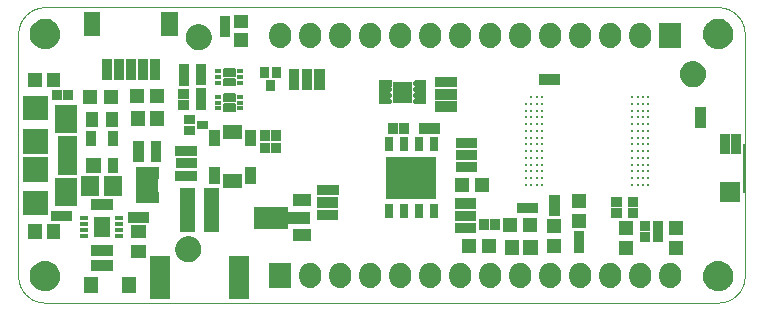
<source format=gts>
G75*
%MOIN*%
%OFA0B0*%
%FSLAX25Y25*%
%IPPOS*%
%LPD*%
%AMOC8*
5,1,8,0,0,1.08239X$1,22.5*
%
%ADD10C,0.00039*%
%ADD11C,0.00000*%
%ADD12C,0.09461*%
%ADD13C,0.06706*%
%ADD14C,0.00100*%
%ADD15C,0.00097*%
%ADD16C,0.00237*%
%ADD17C,0.00248*%
%ADD18C,0.00213*%
%ADD19C,0.00071*%
%ADD20C,0.00136*%
%ADD21C,0.00142*%
%ADD22C,0.00095*%
%ADD23C,0.00130*%
%ADD24R,0.05131X0.04737*%
%ADD25C,0.00118*%
%ADD26C,0.00107*%
%ADD27C,0.00068*%
%ADD28C,0.04724*%
%ADD29C,0.04800*%
%ADD30C,0.00500*%
%ADD31C,0.00394*%
%ADD32C,0.00111*%
%ADD33C,0.00201*%
%ADD34C,0.00221*%
%ADD35C,0.00126*%
%ADD36R,0.05918X0.06706*%
%ADD37C,0.00088*%
%ADD38C,0.00984*%
%ADD39R,0.04737X0.05131*%
%ADD40C,0.00113*%
%ADD41R,0.02532X0.04973*%
%ADD42R,0.16548X0.14186*%
%ADD43R,0.03359X0.07099*%
%ADD44R,0.07099X0.07099*%
%ADD45R,0.05709X0.06890*%
%ADD46R,0.02953X0.01181*%
%ADD47R,0.02178X0.01784*%
%ADD48C,0.00554*%
%ADD49C,0.00098*%
%ADD50R,0.05918X0.04343*%
%ADD51R,0.08280X0.04343*%
%ADD52R,0.11430X0.07493*%
D10*
X0111687Y0063551D02*
X0336097Y0063551D01*
X0336311Y0063554D01*
X0336525Y0063561D01*
X0336739Y0063574D01*
X0336952Y0063592D01*
X0337165Y0063616D01*
X0337377Y0063644D01*
X0337588Y0063677D01*
X0337799Y0063716D01*
X0338008Y0063760D01*
X0338217Y0063808D01*
X0338424Y0063862D01*
X0338630Y0063921D01*
X0338834Y0063985D01*
X0339037Y0064053D01*
X0339238Y0064127D01*
X0339437Y0064205D01*
X0339635Y0064288D01*
X0339830Y0064376D01*
X0340023Y0064468D01*
X0340214Y0064566D01*
X0340402Y0064667D01*
X0340588Y0064774D01*
X0340771Y0064884D01*
X0340951Y0065000D01*
X0341129Y0065119D01*
X0341304Y0065243D01*
X0341475Y0065371D01*
X0341644Y0065503D01*
X0341809Y0065639D01*
X0341971Y0065779D01*
X0342129Y0065923D01*
X0342284Y0066070D01*
X0342436Y0066222D01*
X0342583Y0066377D01*
X0342727Y0066535D01*
X0342867Y0066697D01*
X0343003Y0066862D01*
X0343135Y0067031D01*
X0343263Y0067202D01*
X0343387Y0067377D01*
X0343506Y0067555D01*
X0343622Y0067735D01*
X0343732Y0067918D01*
X0343839Y0068104D01*
X0343940Y0068292D01*
X0344038Y0068483D01*
X0344130Y0068676D01*
X0344218Y0068871D01*
X0344301Y0069069D01*
X0344379Y0069268D01*
X0344453Y0069469D01*
X0344521Y0069672D01*
X0344585Y0069876D01*
X0344644Y0070082D01*
X0344698Y0070289D01*
X0344746Y0070498D01*
X0344790Y0070707D01*
X0344829Y0070918D01*
X0344862Y0071129D01*
X0344890Y0071341D01*
X0344914Y0071554D01*
X0344932Y0071767D01*
X0344945Y0071981D01*
X0344952Y0072195D01*
X0344955Y0072409D01*
X0344955Y0153118D01*
X0344952Y0153332D01*
X0344945Y0153546D01*
X0344932Y0153760D01*
X0344914Y0153973D01*
X0344890Y0154186D01*
X0344862Y0154398D01*
X0344829Y0154609D01*
X0344790Y0154820D01*
X0344746Y0155029D01*
X0344698Y0155238D01*
X0344644Y0155445D01*
X0344585Y0155651D01*
X0344521Y0155855D01*
X0344453Y0156058D01*
X0344379Y0156259D01*
X0344301Y0156458D01*
X0344218Y0156656D01*
X0344130Y0156851D01*
X0344038Y0157044D01*
X0343940Y0157235D01*
X0343839Y0157423D01*
X0343732Y0157609D01*
X0343622Y0157792D01*
X0343506Y0157972D01*
X0343387Y0158150D01*
X0343263Y0158325D01*
X0343135Y0158496D01*
X0343003Y0158665D01*
X0342867Y0158830D01*
X0342727Y0158992D01*
X0342583Y0159150D01*
X0342436Y0159305D01*
X0342284Y0159457D01*
X0342129Y0159604D01*
X0341971Y0159748D01*
X0341809Y0159888D01*
X0341644Y0160024D01*
X0341475Y0160156D01*
X0341304Y0160284D01*
X0341129Y0160408D01*
X0340951Y0160527D01*
X0340771Y0160643D01*
X0340588Y0160753D01*
X0340402Y0160860D01*
X0340214Y0160961D01*
X0340023Y0161059D01*
X0339830Y0161151D01*
X0339635Y0161239D01*
X0339437Y0161322D01*
X0339238Y0161400D01*
X0339037Y0161474D01*
X0338834Y0161542D01*
X0338630Y0161606D01*
X0338424Y0161665D01*
X0338217Y0161719D01*
X0338008Y0161767D01*
X0337799Y0161811D01*
X0337588Y0161850D01*
X0337377Y0161883D01*
X0337165Y0161911D01*
X0336952Y0161935D01*
X0336739Y0161953D01*
X0336525Y0161966D01*
X0336311Y0161973D01*
X0336097Y0161976D01*
X0111687Y0161976D01*
X0111473Y0161973D01*
X0111259Y0161966D01*
X0111045Y0161953D01*
X0110832Y0161935D01*
X0110619Y0161911D01*
X0110407Y0161883D01*
X0110196Y0161850D01*
X0109985Y0161811D01*
X0109776Y0161767D01*
X0109567Y0161719D01*
X0109360Y0161665D01*
X0109154Y0161606D01*
X0108950Y0161542D01*
X0108747Y0161474D01*
X0108546Y0161400D01*
X0108347Y0161322D01*
X0108149Y0161239D01*
X0107954Y0161151D01*
X0107761Y0161059D01*
X0107570Y0160961D01*
X0107382Y0160860D01*
X0107196Y0160753D01*
X0107013Y0160643D01*
X0106833Y0160527D01*
X0106655Y0160408D01*
X0106480Y0160284D01*
X0106309Y0160156D01*
X0106140Y0160024D01*
X0105975Y0159888D01*
X0105813Y0159748D01*
X0105655Y0159604D01*
X0105500Y0159457D01*
X0105348Y0159305D01*
X0105201Y0159150D01*
X0105057Y0158992D01*
X0104917Y0158830D01*
X0104781Y0158665D01*
X0104649Y0158496D01*
X0104521Y0158325D01*
X0104397Y0158150D01*
X0104278Y0157972D01*
X0104162Y0157792D01*
X0104052Y0157609D01*
X0103945Y0157423D01*
X0103844Y0157235D01*
X0103746Y0157044D01*
X0103654Y0156851D01*
X0103566Y0156656D01*
X0103483Y0156458D01*
X0103405Y0156259D01*
X0103331Y0156058D01*
X0103263Y0155855D01*
X0103199Y0155651D01*
X0103140Y0155445D01*
X0103086Y0155238D01*
X0103038Y0155029D01*
X0102994Y0154820D01*
X0102955Y0154609D01*
X0102922Y0154398D01*
X0102894Y0154186D01*
X0102870Y0153973D01*
X0102852Y0153760D01*
X0102839Y0153546D01*
X0102832Y0153332D01*
X0102829Y0153118D01*
X0102829Y0072409D01*
X0102832Y0072195D01*
X0102839Y0071981D01*
X0102852Y0071767D01*
X0102870Y0071554D01*
X0102894Y0071341D01*
X0102922Y0071129D01*
X0102955Y0070918D01*
X0102994Y0070707D01*
X0103038Y0070498D01*
X0103086Y0070289D01*
X0103140Y0070082D01*
X0103199Y0069876D01*
X0103263Y0069672D01*
X0103331Y0069469D01*
X0103405Y0069268D01*
X0103483Y0069069D01*
X0103566Y0068871D01*
X0103654Y0068676D01*
X0103746Y0068483D01*
X0103844Y0068292D01*
X0103945Y0068104D01*
X0104052Y0067918D01*
X0104162Y0067735D01*
X0104278Y0067555D01*
X0104397Y0067377D01*
X0104521Y0067202D01*
X0104649Y0067031D01*
X0104781Y0066862D01*
X0104917Y0066697D01*
X0105057Y0066535D01*
X0105201Y0066377D01*
X0105348Y0066222D01*
X0105500Y0066070D01*
X0105655Y0065923D01*
X0105813Y0065779D01*
X0105975Y0065639D01*
X0106140Y0065503D01*
X0106309Y0065371D01*
X0106480Y0065243D01*
X0106655Y0065119D01*
X0106833Y0065000D01*
X0107013Y0064884D01*
X0107196Y0064774D01*
X0107382Y0064667D01*
X0107570Y0064566D01*
X0107761Y0064468D01*
X0107954Y0064376D01*
X0108149Y0064288D01*
X0108347Y0064205D01*
X0108546Y0064127D01*
X0108747Y0064053D01*
X0108950Y0063985D01*
X0109154Y0063921D01*
X0109360Y0063862D01*
X0109567Y0063808D01*
X0109776Y0063760D01*
X0109985Y0063716D01*
X0110196Y0063677D01*
X0110407Y0063644D01*
X0110619Y0063616D01*
X0110832Y0063592D01*
X0111045Y0063574D01*
X0111259Y0063561D01*
X0111473Y0063554D01*
X0111687Y0063551D01*
X0158341Y0119949D02*
X0158341Y0121917D01*
X0160939Y0121917D01*
X0160939Y0119949D01*
X0158341Y0119949D01*
X0158341Y0119957D02*
X0160939Y0119957D01*
X0160939Y0119994D02*
X0158341Y0119994D01*
X0158341Y0120032D02*
X0160939Y0120032D01*
X0160939Y0120070D02*
X0158341Y0120070D01*
X0158341Y0120108D02*
X0160939Y0120108D01*
X0160939Y0120146D02*
X0158341Y0120146D01*
X0158341Y0120184D02*
X0160939Y0120184D01*
X0160939Y0120222D02*
X0158341Y0120222D01*
X0158341Y0120260D02*
X0160939Y0120260D01*
X0160939Y0120298D02*
X0158341Y0120298D01*
X0158341Y0120335D02*
X0160939Y0120335D01*
X0160939Y0120373D02*
X0158341Y0120373D01*
X0158341Y0120411D02*
X0160939Y0120411D01*
X0160939Y0120449D02*
X0158341Y0120449D01*
X0158341Y0120487D02*
X0160939Y0120487D01*
X0160939Y0120525D02*
X0158341Y0120525D01*
X0158341Y0120563D02*
X0160939Y0120563D01*
X0160939Y0120601D02*
X0158341Y0120601D01*
X0158341Y0120638D02*
X0160939Y0120638D01*
X0160939Y0120676D02*
X0158341Y0120676D01*
X0158341Y0120714D02*
X0160939Y0120714D01*
X0160939Y0120752D02*
X0158341Y0120752D01*
X0158341Y0120790D02*
X0160939Y0120790D01*
X0160939Y0120828D02*
X0158341Y0120828D01*
X0158341Y0120866D02*
X0160939Y0120866D01*
X0160939Y0120904D02*
X0158341Y0120904D01*
X0158341Y0120941D02*
X0160939Y0120941D01*
X0160939Y0120979D02*
X0158341Y0120979D01*
X0158341Y0121017D02*
X0160939Y0121017D01*
X0160939Y0121055D02*
X0158341Y0121055D01*
X0158341Y0121093D02*
X0160939Y0121093D01*
X0160939Y0121131D02*
X0158341Y0121131D01*
X0158341Y0121169D02*
X0160939Y0121169D01*
X0160939Y0121207D02*
X0158341Y0121207D01*
X0158341Y0121245D02*
X0160939Y0121245D01*
X0160939Y0121282D02*
X0158341Y0121282D01*
X0158341Y0121320D02*
X0160939Y0121320D01*
X0160939Y0121358D02*
X0158341Y0121358D01*
X0158341Y0121396D02*
X0160939Y0121396D01*
X0160939Y0121434D02*
X0158341Y0121434D01*
X0158341Y0121472D02*
X0160939Y0121472D01*
X0160939Y0121510D02*
X0158341Y0121510D01*
X0158341Y0121548D02*
X0160939Y0121548D01*
X0160939Y0121585D02*
X0158341Y0121585D01*
X0158341Y0121623D02*
X0160939Y0121623D01*
X0160939Y0121661D02*
X0158341Y0121661D01*
X0158341Y0121699D02*
X0160939Y0121699D01*
X0160939Y0121737D02*
X0158341Y0121737D01*
X0158341Y0121775D02*
X0160939Y0121775D01*
X0160939Y0121813D02*
X0158341Y0121813D01*
X0158341Y0121851D02*
X0160939Y0121851D01*
X0160939Y0121889D02*
X0158341Y0121889D01*
X0158341Y0123886D02*
X0158341Y0125854D01*
X0160939Y0125854D01*
X0160939Y0123886D01*
X0158341Y0123886D01*
X0158341Y0123896D02*
X0160939Y0123896D01*
X0160939Y0123934D02*
X0158341Y0123934D01*
X0158341Y0123972D02*
X0160939Y0123972D01*
X0160939Y0124010D02*
X0158341Y0124010D01*
X0158341Y0124048D02*
X0160939Y0124048D01*
X0160939Y0124086D02*
X0158341Y0124086D01*
X0158341Y0124124D02*
X0160939Y0124124D01*
X0160939Y0124161D02*
X0158341Y0124161D01*
X0158341Y0124199D02*
X0160939Y0124199D01*
X0160939Y0124237D02*
X0158341Y0124237D01*
X0158341Y0124275D02*
X0160939Y0124275D01*
X0160939Y0124313D02*
X0158341Y0124313D01*
X0158341Y0124351D02*
X0160939Y0124351D01*
X0160939Y0124389D02*
X0158341Y0124389D01*
X0158341Y0124427D02*
X0160939Y0124427D01*
X0160939Y0124464D02*
X0158341Y0124464D01*
X0158341Y0124502D02*
X0160939Y0124502D01*
X0160939Y0124540D02*
X0158341Y0124540D01*
X0158341Y0124578D02*
X0160939Y0124578D01*
X0160939Y0124616D02*
X0158341Y0124616D01*
X0158341Y0124654D02*
X0160939Y0124654D01*
X0160939Y0124692D02*
X0158341Y0124692D01*
X0158341Y0124730D02*
X0160939Y0124730D01*
X0160939Y0124768D02*
X0158341Y0124768D01*
X0158341Y0124805D02*
X0160939Y0124805D01*
X0160939Y0124843D02*
X0158341Y0124843D01*
X0158341Y0124881D02*
X0160939Y0124881D01*
X0160939Y0124919D02*
X0158341Y0124919D01*
X0158341Y0124957D02*
X0160939Y0124957D01*
X0160939Y0124995D02*
X0158341Y0124995D01*
X0158341Y0125033D02*
X0160939Y0125033D01*
X0160939Y0125071D02*
X0158341Y0125071D01*
X0158341Y0125108D02*
X0160939Y0125108D01*
X0160939Y0125146D02*
X0158341Y0125146D01*
X0158341Y0125184D02*
X0160939Y0125184D01*
X0160939Y0125222D02*
X0158341Y0125222D01*
X0158341Y0125260D02*
X0160939Y0125260D01*
X0160939Y0125298D02*
X0158341Y0125298D01*
X0158341Y0125336D02*
X0160939Y0125336D01*
X0160939Y0125374D02*
X0158341Y0125374D01*
X0158341Y0125412D02*
X0160939Y0125412D01*
X0160939Y0125449D02*
X0158341Y0125449D01*
X0158341Y0125487D02*
X0160939Y0125487D01*
X0160939Y0125525D02*
X0158341Y0125525D01*
X0158341Y0125563D02*
X0160939Y0125563D01*
X0160939Y0125601D02*
X0158341Y0125601D01*
X0158341Y0125639D02*
X0160939Y0125639D01*
X0160939Y0125677D02*
X0158341Y0125677D01*
X0158341Y0125715D02*
X0160939Y0125715D01*
X0160939Y0125752D02*
X0158341Y0125752D01*
X0158341Y0125790D02*
X0160939Y0125790D01*
X0160939Y0125828D02*
X0158341Y0125828D01*
X0162829Y0123886D02*
X0165427Y0123886D01*
X0165427Y0121917D01*
X0162829Y0121917D01*
X0162829Y0123886D01*
X0162829Y0123858D02*
X0165427Y0123858D01*
X0165427Y0123820D02*
X0162829Y0123820D01*
X0162829Y0123783D02*
X0165427Y0123783D01*
X0165427Y0123745D02*
X0162829Y0123745D01*
X0162829Y0123707D02*
X0165427Y0123707D01*
X0165427Y0123669D02*
X0162829Y0123669D01*
X0162829Y0123631D02*
X0165427Y0123631D01*
X0165427Y0123593D02*
X0162829Y0123593D01*
X0162829Y0123555D02*
X0165427Y0123555D01*
X0165427Y0123517D02*
X0162829Y0123517D01*
X0162829Y0123480D02*
X0165427Y0123480D01*
X0165427Y0123442D02*
X0162829Y0123442D01*
X0162829Y0123404D02*
X0165427Y0123404D01*
X0165427Y0123366D02*
X0162829Y0123366D01*
X0162829Y0123328D02*
X0165427Y0123328D01*
X0165427Y0123290D02*
X0162829Y0123290D01*
X0162829Y0123252D02*
X0165427Y0123252D01*
X0165427Y0123214D02*
X0162829Y0123214D01*
X0162829Y0123177D02*
X0165427Y0123177D01*
X0165427Y0123139D02*
X0162829Y0123139D01*
X0162829Y0123101D02*
X0165427Y0123101D01*
X0165427Y0123063D02*
X0162829Y0123063D01*
X0162829Y0123025D02*
X0165427Y0123025D01*
X0165427Y0122987D02*
X0162829Y0122987D01*
X0162829Y0122949D02*
X0165427Y0122949D01*
X0165427Y0122911D02*
X0162829Y0122911D01*
X0162829Y0122873D02*
X0165427Y0122873D01*
X0165427Y0122836D02*
X0162829Y0122836D01*
X0162829Y0122798D02*
X0165427Y0122798D01*
X0165427Y0122760D02*
X0162829Y0122760D01*
X0162829Y0122722D02*
X0165427Y0122722D01*
X0165427Y0122684D02*
X0162829Y0122684D01*
X0162829Y0122646D02*
X0165427Y0122646D01*
X0165427Y0122608D02*
X0162829Y0122608D01*
X0162829Y0122570D02*
X0165427Y0122570D01*
X0165427Y0122533D02*
X0162829Y0122533D01*
X0162829Y0122495D02*
X0165427Y0122495D01*
X0165427Y0122457D02*
X0162829Y0122457D01*
X0162829Y0122419D02*
X0165427Y0122419D01*
X0165427Y0122381D02*
X0162829Y0122381D01*
X0162829Y0122343D02*
X0165427Y0122343D01*
X0165427Y0122305D02*
X0162829Y0122305D01*
X0162829Y0122267D02*
X0165427Y0122267D01*
X0165427Y0122229D02*
X0162829Y0122229D01*
X0162829Y0122192D02*
X0165427Y0122192D01*
X0165427Y0122154D02*
X0162829Y0122154D01*
X0162829Y0122116D02*
X0165427Y0122116D01*
X0165427Y0122078D02*
X0162829Y0122078D01*
X0162829Y0122040D02*
X0165427Y0122040D01*
X0165427Y0122002D02*
X0162829Y0122002D01*
X0162829Y0121964D02*
X0165427Y0121964D01*
X0165427Y0121926D02*
X0162829Y0121926D01*
X0185860Y0134752D02*
X0185860Y0137350D01*
X0187829Y0137350D01*
X0187829Y0134752D01*
X0185860Y0134752D01*
X0185860Y0134768D02*
X0187829Y0134768D01*
X0187829Y0134806D02*
X0185860Y0134806D01*
X0185860Y0134844D02*
X0187829Y0134844D01*
X0187829Y0134882D02*
X0185860Y0134882D01*
X0185860Y0134920D02*
X0187829Y0134920D01*
X0187829Y0134958D02*
X0185860Y0134958D01*
X0185860Y0134995D02*
X0187829Y0134995D01*
X0187829Y0135033D02*
X0185860Y0135033D01*
X0185860Y0135071D02*
X0187829Y0135071D01*
X0187829Y0135109D02*
X0185860Y0135109D01*
X0185860Y0135147D02*
X0187829Y0135147D01*
X0187829Y0135185D02*
X0185860Y0135185D01*
X0185860Y0135223D02*
X0187829Y0135223D01*
X0187829Y0135261D02*
X0185860Y0135261D01*
X0185860Y0135299D02*
X0187829Y0135299D01*
X0187829Y0135336D02*
X0185860Y0135336D01*
X0185860Y0135374D02*
X0187829Y0135374D01*
X0187829Y0135412D02*
X0185860Y0135412D01*
X0185860Y0135450D02*
X0187829Y0135450D01*
X0187829Y0135488D02*
X0185860Y0135488D01*
X0185860Y0135526D02*
X0187829Y0135526D01*
X0187829Y0135564D02*
X0185860Y0135564D01*
X0185860Y0135602D02*
X0187829Y0135602D01*
X0187829Y0135639D02*
X0185860Y0135639D01*
X0185860Y0135677D02*
X0187829Y0135677D01*
X0187829Y0135715D02*
X0185860Y0135715D01*
X0185860Y0135753D02*
X0187829Y0135753D01*
X0187829Y0135791D02*
X0185860Y0135791D01*
X0185860Y0135829D02*
X0187829Y0135829D01*
X0187829Y0135867D02*
X0185860Y0135867D01*
X0185860Y0135905D02*
X0187829Y0135905D01*
X0187829Y0135943D02*
X0185860Y0135943D01*
X0185860Y0135980D02*
X0187829Y0135980D01*
X0187829Y0136018D02*
X0185860Y0136018D01*
X0185860Y0136056D02*
X0187829Y0136056D01*
X0187829Y0136094D02*
X0185860Y0136094D01*
X0185860Y0136132D02*
X0187829Y0136132D01*
X0187829Y0136170D02*
X0185860Y0136170D01*
X0185860Y0136208D02*
X0187829Y0136208D01*
X0187829Y0136246D02*
X0185860Y0136246D01*
X0185860Y0136283D02*
X0187829Y0136283D01*
X0187829Y0136321D02*
X0185860Y0136321D01*
X0185860Y0136359D02*
X0187829Y0136359D01*
X0187829Y0136397D02*
X0185860Y0136397D01*
X0185860Y0136435D02*
X0187829Y0136435D01*
X0187829Y0136473D02*
X0185860Y0136473D01*
X0185860Y0136511D02*
X0187829Y0136511D01*
X0187829Y0136549D02*
X0185860Y0136549D01*
X0185860Y0136587D02*
X0187829Y0136587D01*
X0187829Y0136624D02*
X0185860Y0136624D01*
X0185860Y0136662D02*
X0187829Y0136662D01*
X0187829Y0136700D02*
X0185860Y0136700D01*
X0185860Y0136738D02*
X0187829Y0136738D01*
X0187829Y0136776D02*
X0185860Y0136776D01*
X0185860Y0136814D02*
X0187829Y0136814D01*
X0187829Y0136852D02*
X0185860Y0136852D01*
X0185860Y0136890D02*
X0187829Y0136890D01*
X0187829Y0136927D02*
X0185860Y0136927D01*
X0185860Y0136965D02*
X0187829Y0136965D01*
X0187829Y0137003D02*
X0185860Y0137003D01*
X0185860Y0137041D02*
X0187829Y0137041D01*
X0187829Y0137079D02*
X0185860Y0137079D01*
X0185860Y0137117D02*
X0187829Y0137117D01*
X0187829Y0137155D02*
X0185860Y0137155D01*
X0185860Y0137193D02*
X0187829Y0137193D01*
X0187829Y0137230D02*
X0185860Y0137230D01*
X0185860Y0137268D02*
X0187829Y0137268D01*
X0187829Y0137306D02*
X0185860Y0137306D01*
X0185860Y0137344D02*
X0187829Y0137344D01*
X0187829Y0139240D02*
X0187829Y0141839D01*
X0189797Y0141839D01*
X0189797Y0139240D01*
X0187829Y0139240D01*
X0187829Y0139276D02*
X0189797Y0139276D01*
X0189797Y0139314D02*
X0187829Y0139314D01*
X0187829Y0139352D02*
X0189797Y0139352D01*
X0189797Y0139390D02*
X0187829Y0139390D01*
X0187829Y0139428D02*
X0189797Y0139428D01*
X0189797Y0139466D02*
X0187829Y0139466D01*
X0187829Y0139503D02*
X0189797Y0139503D01*
X0189797Y0139541D02*
X0187829Y0139541D01*
X0187829Y0139579D02*
X0189797Y0139579D01*
X0189797Y0139617D02*
X0187829Y0139617D01*
X0187829Y0139655D02*
X0189797Y0139655D01*
X0189797Y0139693D02*
X0187829Y0139693D01*
X0187829Y0139731D02*
X0189797Y0139731D01*
X0189797Y0139769D02*
X0187829Y0139769D01*
X0187829Y0139806D02*
X0189797Y0139806D01*
X0189797Y0139844D02*
X0187829Y0139844D01*
X0187829Y0139882D02*
X0189797Y0139882D01*
X0189797Y0139920D02*
X0187829Y0139920D01*
X0187829Y0139958D02*
X0189797Y0139958D01*
X0189797Y0139996D02*
X0187829Y0139996D01*
X0187829Y0140034D02*
X0189797Y0140034D01*
X0189797Y0140072D02*
X0187829Y0140072D01*
X0187829Y0140109D02*
X0189797Y0140109D01*
X0189797Y0140147D02*
X0187829Y0140147D01*
X0187829Y0140185D02*
X0189797Y0140185D01*
X0189797Y0140223D02*
X0187829Y0140223D01*
X0187829Y0140261D02*
X0189797Y0140261D01*
X0189797Y0140299D02*
X0187829Y0140299D01*
X0187829Y0140337D02*
X0189797Y0140337D01*
X0189797Y0140375D02*
X0187829Y0140375D01*
X0187829Y0140413D02*
X0189797Y0140413D01*
X0189797Y0140450D02*
X0187829Y0140450D01*
X0187829Y0140488D02*
X0189797Y0140488D01*
X0189797Y0140526D02*
X0187829Y0140526D01*
X0187829Y0140564D02*
X0189797Y0140564D01*
X0189797Y0140602D02*
X0187829Y0140602D01*
X0187829Y0140640D02*
X0189797Y0140640D01*
X0189797Y0140678D02*
X0187829Y0140678D01*
X0187829Y0140716D02*
X0189797Y0140716D01*
X0189797Y0140753D02*
X0187829Y0140753D01*
X0187829Y0140791D02*
X0189797Y0140791D01*
X0189797Y0140829D02*
X0187829Y0140829D01*
X0187829Y0140867D02*
X0189797Y0140867D01*
X0189797Y0140905D02*
X0187829Y0140905D01*
X0187829Y0140943D02*
X0189797Y0140943D01*
X0189797Y0140981D02*
X0187829Y0140981D01*
X0187829Y0141019D02*
X0189797Y0141019D01*
X0189797Y0141057D02*
X0187829Y0141057D01*
X0187829Y0141094D02*
X0189797Y0141094D01*
X0189797Y0141132D02*
X0187829Y0141132D01*
X0187829Y0141170D02*
X0189797Y0141170D01*
X0189797Y0141208D02*
X0187829Y0141208D01*
X0187829Y0141246D02*
X0189797Y0141246D01*
X0189797Y0141284D02*
X0187829Y0141284D01*
X0187829Y0141322D02*
X0189797Y0141322D01*
X0189797Y0141360D02*
X0187829Y0141360D01*
X0187829Y0141397D02*
X0189797Y0141397D01*
X0189797Y0141435D02*
X0187829Y0141435D01*
X0187829Y0141473D02*
X0189797Y0141473D01*
X0189797Y0141511D02*
X0187829Y0141511D01*
X0187829Y0141549D02*
X0189797Y0141549D01*
X0189797Y0141587D02*
X0187829Y0141587D01*
X0187829Y0141625D02*
X0189797Y0141625D01*
X0189797Y0141663D02*
X0187829Y0141663D01*
X0187829Y0141701D02*
X0189797Y0141701D01*
X0189797Y0141738D02*
X0187829Y0141738D01*
X0187829Y0141776D02*
X0189797Y0141776D01*
X0189797Y0141814D02*
X0187829Y0141814D01*
X0185860Y0141814D02*
X0183892Y0141814D01*
X0183892Y0141839D02*
X0185860Y0141839D01*
X0185860Y0139240D01*
X0183892Y0139240D01*
X0183892Y0141839D01*
X0183892Y0141776D02*
X0185860Y0141776D01*
X0185860Y0141738D02*
X0183892Y0141738D01*
X0183892Y0141701D02*
X0185860Y0141701D01*
X0185860Y0141663D02*
X0183892Y0141663D01*
X0183892Y0141625D02*
X0185860Y0141625D01*
X0185860Y0141587D02*
X0183892Y0141587D01*
X0183892Y0141549D02*
X0185860Y0141549D01*
X0185860Y0141511D02*
X0183892Y0141511D01*
X0183892Y0141473D02*
X0185860Y0141473D01*
X0185860Y0141435D02*
X0183892Y0141435D01*
X0183892Y0141397D02*
X0185860Y0141397D01*
X0185860Y0141360D02*
X0183892Y0141360D01*
X0183892Y0141322D02*
X0185860Y0141322D01*
X0185860Y0141284D02*
X0183892Y0141284D01*
X0183892Y0141246D02*
X0185860Y0141246D01*
X0185860Y0141208D02*
X0183892Y0141208D01*
X0183892Y0141170D02*
X0185860Y0141170D01*
X0185860Y0141132D02*
X0183892Y0141132D01*
X0183892Y0141094D02*
X0185860Y0141094D01*
X0185860Y0141057D02*
X0183892Y0141057D01*
X0183892Y0141019D02*
X0185860Y0141019D01*
X0185860Y0140981D02*
X0183892Y0140981D01*
X0183892Y0140943D02*
X0185860Y0140943D01*
X0185860Y0140905D02*
X0183892Y0140905D01*
X0183892Y0140867D02*
X0185860Y0140867D01*
X0185860Y0140829D02*
X0183892Y0140829D01*
X0183892Y0140791D02*
X0185860Y0140791D01*
X0185860Y0140753D02*
X0183892Y0140753D01*
X0183892Y0140716D02*
X0185860Y0140716D01*
X0185860Y0140678D02*
X0183892Y0140678D01*
X0183892Y0140640D02*
X0185860Y0140640D01*
X0185860Y0140602D02*
X0183892Y0140602D01*
X0183892Y0140564D02*
X0185860Y0140564D01*
X0185860Y0140526D02*
X0183892Y0140526D01*
X0183892Y0140488D02*
X0185860Y0140488D01*
X0185860Y0140450D02*
X0183892Y0140450D01*
X0183892Y0140413D02*
X0185860Y0140413D01*
X0185860Y0140375D02*
X0183892Y0140375D01*
X0183892Y0140337D02*
X0185860Y0140337D01*
X0185860Y0140299D02*
X0183892Y0140299D01*
X0183892Y0140261D02*
X0185860Y0140261D01*
X0185860Y0140223D02*
X0183892Y0140223D01*
X0183892Y0140185D02*
X0185860Y0140185D01*
X0185860Y0140147D02*
X0183892Y0140147D01*
X0183892Y0140109D02*
X0185860Y0140109D01*
X0185860Y0140072D02*
X0183892Y0140072D01*
X0183892Y0140034D02*
X0185860Y0140034D01*
X0185860Y0139996D02*
X0183892Y0139996D01*
X0183892Y0139958D02*
X0185860Y0139958D01*
X0185860Y0139920D02*
X0183892Y0139920D01*
X0183892Y0139882D02*
X0185860Y0139882D01*
X0185860Y0139844D02*
X0183892Y0139844D01*
X0183892Y0139806D02*
X0185860Y0139806D01*
X0185860Y0139769D02*
X0183892Y0139769D01*
X0183892Y0139731D02*
X0185860Y0139731D01*
X0185860Y0139693D02*
X0183892Y0139693D01*
X0183892Y0139655D02*
X0185860Y0139655D01*
X0185860Y0139617D02*
X0183892Y0139617D01*
X0183892Y0139579D02*
X0185860Y0139579D01*
X0185860Y0139541D02*
X0183892Y0139541D01*
X0183892Y0139503D02*
X0185860Y0139503D01*
X0185860Y0139466D02*
X0183892Y0139466D01*
X0183892Y0139428D02*
X0185860Y0139428D01*
X0185860Y0139390D02*
X0183892Y0139390D01*
X0183892Y0139352D02*
X0185860Y0139352D01*
X0185860Y0139314D02*
X0183892Y0139314D01*
X0183892Y0139276D02*
X0185860Y0139276D01*
D11*
X0107356Y0153118D02*
X0107358Y0153249D01*
X0107364Y0153381D01*
X0107374Y0153512D01*
X0107388Y0153643D01*
X0107406Y0153773D01*
X0107428Y0153902D01*
X0107453Y0154031D01*
X0107483Y0154159D01*
X0107517Y0154286D01*
X0107554Y0154413D01*
X0107595Y0154537D01*
X0107640Y0154661D01*
X0107689Y0154783D01*
X0107741Y0154904D01*
X0107797Y0155022D01*
X0107857Y0155140D01*
X0107920Y0155255D01*
X0107987Y0155368D01*
X0108057Y0155480D01*
X0108130Y0155589D01*
X0108206Y0155695D01*
X0108286Y0155800D01*
X0108369Y0155902D01*
X0108455Y0156001D01*
X0108544Y0156098D01*
X0108636Y0156192D01*
X0108731Y0156283D01*
X0108828Y0156372D01*
X0108928Y0156457D01*
X0109031Y0156539D01*
X0109136Y0156618D01*
X0109243Y0156694D01*
X0109353Y0156766D01*
X0109465Y0156835D01*
X0109579Y0156901D01*
X0109694Y0156963D01*
X0109812Y0157022D01*
X0109931Y0157077D01*
X0110052Y0157129D01*
X0110175Y0157176D01*
X0110299Y0157220D01*
X0110424Y0157261D01*
X0110550Y0157297D01*
X0110678Y0157330D01*
X0110806Y0157358D01*
X0110935Y0157383D01*
X0111065Y0157404D01*
X0111195Y0157421D01*
X0111326Y0157434D01*
X0111457Y0157443D01*
X0111588Y0157448D01*
X0111720Y0157449D01*
X0111851Y0157446D01*
X0111983Y0157439D01*
X0112114Y0157428D01*
X0112244Y0157413D01*
X0112374Y0157394D01*
X0112504Y0157371D01*
X0112632Y0157345D01*
X0112760Y0157314D01*
X0112887Y0157279D01*
X0113013Y0157241D01*
X0113137Y0157199D01*
X0113261Y0157153D01*
X0113382Y0157103D01*
X0113502Y0157050D01*
X0113621Y0156993D01*
X0113738Y0156933D01*
X0113852Y0156869D01*
X0113965Y0156801D01*
X0114076Y0156730D01*
X0114185Y0156656D01*
X0114291Y0156579D01*
X0114395Y0156498D01*
X0114496Y0156415D01*
X0114595Y0156328D01*
X0114691Y0156238D01*
X0114784Y0156145D01*
X0114875Y0156050D01*
X0114962Y0155952D01*
X0115047Y0155851D01*
X0115128Y0155748D01*
X0115206Y0155642D01*
X0115281Y0155534D01*
X0115353Y0155424D01*
X0115421Y0155312D01*
X0115486Y0155198D01*
X0115547Y0155081D01*
X0115605Y0154963D01*
X0115659Y0154843D01*
X0115710Y0154722D01*
X0115757Y0154599D01*
X0115800Y0154475D01*
X0115839Y0154350D01*
X0115875Y0154223D01*
X0115906Y0154095D01*
X0115934Y0153967D01*
X0115958Y0153838D01*
X0115978Y0153708D01*
X0115994Y0153577D01*
X0116006Y0153446D01*
X0116014Y0153315D01*
X0116018Y0153184D01*
X0116018Y0153052D01*
X0116014Y0152921D01*
X0116006Y0152790D01*
X0115994Y0152659D01*
X0115978Y0152528D01*
X0115958Y0152398D01*
X0115934Y0152269D01*
X0115906Y0152141D01*
X0115875Y0152013D01*
X0115839Y0151886D01*
X0115800Y0151761D01*
X0115757Y0151637D01*
X0115710Y0151514D01*
X0115659Y0151393D01*
X0115605Y0151273D01*
X0115547Y0151155D01*
X0115486Y0151038D01*
X0115421Y0150924D01*
X0115353Y0150812D01*
X0115281Y0150702D01*
X0115206Y0150594D01*
X0115128Y0150488D01*
X0115047Y0150385D01*
X0114962Y0150284D01*
X0114875Y0150186D01*
X0114784Y0150091D01*
X0114691Y0149998D01*
X0114595Y0149908D01*
X0114496Y0149821D01*
X0114395Y0149738D01*
X0114291Y0149657D01*
X0114185Y0149580D01*
X0114076Y0149506D01*
X0113965Y0149435D01*
X0113853Y0149367D01*
X0113738Y0149303D01*
X0113621Y0149243D01*
X0113502Y0149186D01*
X0113382Y0149133D01*
X0113261Y0149083D01*
X0113137Y0149037D01*
X0113013Y0148995D01*
X0112887Y0148957D01*
X0112760Y0148922D01*
X0112632Y0148891D01*
X0112504Y0148865D01*
X0112374Y0148842D01*
X0112244Y0148823D01*
X0112114Y0148808D01*
X0111983Y0148797D01*
X0111851Y0148790D01*
X0111720Y0148787D01*
X0111588Y0148788D01*
X0111457Y0148793D01*
X0111326Y0148802D01*
X0111195Y0148815D01*
X0111065Y0148832D01*
X0110935Y0148853D01*
X0110806Y0148878D01*
X0110678Y0148906D01*
X0110550Y0148939D01*
X0110424Y0148975D01*
X0110299Y0149016D01*
X0110175Y0149060D01*
X0110052Y0149107D01*
X0109931Y0149159D01*
X0109812Y0149214D01*
X0109694Y0149273D01*
X0109579Y0149335D01*
X0109465Y0149401D01*
X0109353Y0149470D01*
X0109243Y0149542D01*
X0109136Y0149618D01*
X0109031Y0149697D01*
X0108928Y0149779D01*
X0108828Y0149864D01*
X0108731Y0149953D01*
X0108636Y0150044D01*
X0108544Y0150138D01*
X0108455Y0150235D01*
X0108369Y0150334D01*
X0108286Y0150436D01*
X0108206Y0150541D01*
X0108130Y0150647D01*
X0108057Y0150756D01*
X0107987Y0150868D01*
X0107920Y0150981D01*
X0107857Y0151096D01*
X0107797Y0151214D01*
X0107741Y0151332D01*
X0107689Y0151453D01*
X0107640Y0151575D01*
X0107595Y0151699D01*
X0107554Y0151823D01*
X0107517Y0151950D01*
X0107483Y0152077D01*
X0107453Y0152205D01*
X0107428Y0152334D01*
X0107406Y0152463D01*
X0107388Y0152593D01*
X0107374Y0152724D01*
X0107364Y0152855D01*
X0107358Y0152987D01*
X0107356Y0153118D01*
X0107356Y0072409D02*
X0107358Y0072540D01*
X0107364Y0072672D01*
X0107374Y0072803D01*
X0107388Y0072934D01*
X0107406Y0073064D01*
X0107428Y0073193D01*
X0107453Y0073322D01*
X0107483Y0073450D01*
X0107517Y0073577D01*
X0107554Y0073704D01*
X0107595Y0073828D01*
X0107640Y0073952D01*
X0107689Y0074074D01*
X0107741Y0074195D01*
X0107797Y0074313D01*
X0107857Y0074431D01*
X0107920Y0074546D01*
X0107987Y0074659D01*
X0108057Y0074771D01*
X0108130Y0074880D01*
X0108206Y0074986D01*
X0108286Y0075091D01*
X0108369Y0075193D01*
X0108455Y0075292D01*
X0108544Y0075389D01*
X0108636Y0075483D01*
X0108731Y0075574D01*
X0108828Y0075663D01*
X0108928Y0075748D01*
X0109031Y0075830D01*
X0109136Y0075909D01*
X0109243Y0075985D01*
X0109353Y0076057D01*
X0109465Y0076126D01*
X0109579Y0076192D01*
X0109694Y0076254D01*
X0109812Y0076313D01*
X0109931Y0076368D01*
X0110052Y0076420D01*
X0110175Y0076467D01*
X0110299Y0076511D01*
X0110424Y0076552D01*
X0110550Y0076588D01*
X0110678Y0076621D01*
X0110806Y0076649D01*
X0110935Y0076674D01*
X0111065Y0076695D01*
X0111195Y0076712D01*
X0111326Y0076725D01*
X0111457Y0076734D01*
X0111588Y0076739D01*
X0111720Y0076740D01*
X0111851Y0076737D01*
X0111983Y0076730D01*
X0112114Y0076719D01*
X0112244Y0076704D01*
X0112374Y0076685D01*
X0112504Y0076662D01*
X0112632Y0076636D01*
X0112760Y0076605D01*
X0112887Y0076570D01*
X0113013Y0076532D01*
X0113137Y0076490D01*
X0113261Y0076444D01*
X0113382Y0076394D01*
X0113502Y0076341D01*
X0113621Y0076284D01*
X0113738Y0076224D01*
X0113852Y0076160D01*
X0113965Y0076092D01*
X0114076Y0076021D01*
X0114185Y0075947D01*
X0114291Y0075870D01*
X0114395Y0075789D01*
X0114496Y0075706D01*
X0114595Y0075619D01*
X0114691Y0075529D01*
X0114784Y0075436D01*
X0114875Y0075341D01*
X0114962Y0075243D01*
X0115047Y0075142D01*
X0115128Y0075039D01*
X0115206Y0074933D01*
X0115281Y0074825D01*
X0115353Y0074715D01*
X0115421Y0074603D01*
X0115486Y0074489D01*
X0115547Y0074372D01*
X0115605Y0074254D01*
X0115659Y0074134D01*
X0115710Y0074013D01*
X0115757Y0073890D01*
X0115800Y0073766D01*
X0115839Y0073641D01*
X0115875Y0073514D01*
X0115906Y0073386D01*
X0115934Y0073258D01*
X0115958Y0073129D01*
X0115978Y0072999D01*
X0115994Y0072868D01*
X0116006Y0072737D01*
X0116014Y0072606D01*
X0116018Y0072475D01*
X0116018Y0072343D01*
X0116014Y0072212D01*
X0116006Y0072081D01*
X0115994Y0071950D01*
X0115978Y0071819D01*
X0115958Y0071689D01*
X0115934Y0071560D01*
X0115906Y0071432D01*
X0115875Y0071304D01*
X0115839Y0071177D01*
X0115800Y0071052D01*
X0115757Y0070928D01*
X0115710Y0070805D01*
X0115659Y0070684D01*
X0115605Y0070564D01*
X0115547Y0070446D01*
X0115486Y0070329D01*
X0115421Y0070215D01*
X0115353Y0070103D01*
X0115281Y0069993D01*
X0115206Y0069885D01*
X0115128Y0069779D01*
X0115047Y0069676D01*
X0114962Y0069575D01*
X0114875Y0069477D01*
X0114784Y0069382D01*
X0114691Y0069289D01*
X0114595Y0069199D01*
X0114496Y0069112D01*
X0114395Y0069029D01*
X0114291Y0068948D01*
X0114185Y0068871D01*
X0114076Y0068797D01*
X0113965Y0068726D01*
X0113853Y0068658D01*
X0113738Y0068594D01*
X0113621Y0068534D01*
X0113502Y0068477D01*
X0113382Y0068424D01*
X0113261Y0068374D01*
X0113137Y0068328D01*
X0113013Y0068286D01*
X0112887Y0068248D01*
X0112760Y0068213D01*
X0112632Y0068182D01*
X0112504Y0068156D01*
X0112374Y0068133D01*
X0112244Y0068114D01*
X0112114Y0068099D01*
X0111983Y0068088D01*
X0111851Y0068081D01*
X0111720Y0068078D01*
X0111588Y0068079D01*
X0111457Y0068084D01*
X0111326Y0068093D01*
X0111195Y0068106D01*
X0111065Y0068123D01*
X0110935Y0068144D01*
X0110806Y0068169D01*
X0110678Y0068197D01*
X0110550Y0068230D01*
X0110424Y0068266D01*
X0110299Y0068307D01*
X0110175Y0068351D01*
X0110052Y0068398D01*
X0109931Y0068450D01*
X0109812Y0068505D01*
X0109694Y0068564D01*
X0109579Y0068626D01*
X0109465Y0068692D01*
X0109353Y0068761D01*
X0109243Y0068833D01*
X0109136Y0068909D01*
X0109031Y0068988D01*
X0108928Y0069070D01*
X0108828Y0069155D01*
X0108731Y0069244D01*
X0108636Y0069335D01*
X0108544Y0069429D01*
X0108455Y0069526D01*
X0108369Y0069625D01*
X0108286Y0069727D01*
X0108206Y0069832D01*
X0108130Y0069938D01*
X0108057Y0070047D01*
X0107987Y0070159D01*
X0107920Y0070272D01*
X0107857Y0070387D01*
X0107797Y0070505D01*
X0107741Y0070623D01*
X0107689Y0070744D01*
X0107640Y0070866D01*
X0107595Y0070990D01*
X0107554Y0071114D01*
X0107517Y0071241D01*
X0107483Y0071368D01*
X0107453Y0071496D01*
X0107428Y0071625D01*
X0107406Y0071754D01*
X0107388Y0071884D01*
X0107374Y0072015D01*
X0107364Y0072146D01*
X0107358Y0072278D01*
X0107356Y0072409D01*
X0331766Y0072409D02*
X0331768Y0072540D01*
X0331774Y0072672D01*
X0331784Y0072803D01*
X0331798Y0072934D01*
X0331816Y0073064D01*
X0331838Y0073193D01*
X0331863Y0073322D01*
X0331893Y0073450D01*
X0331927Y0073577D01*
X0331964Y0073704D01*
X0332005Y0073828D01*
X0332050Y0073952D01*
X0332099Y0074074D01*
X0332151Y0074195D01*
X0332207Y0074313D01*
X0332267Y0074431D01*
X0332330Y0074546D01*
X0332397Y0074659D01*
X0332467Y0074771D01*
X0332540Y0074880D01*
X0332616Y0074986D01*
X0332696Y0075091D01*
X0332779Y0075193D01*
X0332865Y0075292D01*
X0332954Y0075389D01*
X0333046Y0075483D01*
X0333141Y0075574D01*
X0333238Y0075663D01*
X0333338Y0075748D01*
X0333441Y0075830D01*
X0333546Y0075909D01*
X0333653Y0075985D01*
X0333763Y0076057D01*
X0333875Y0076126D01*
X0333989Y0076192D01*
X0334104Y0076254D01*
X0334222Y0076313D01*
X0334341Y0076368D01*
X0334462Y0076420D01*
X0334585Y0076467D01*
X0334709Y0076511D01*
X0334834Y0076552D01*
X0334960Y0076588D01*
X0335088Y0076621D01*
X0335216Y0076649D01*
X0335345Y0076674D01*
X0335475Y0076695D01*
X0335605Y0076712D01*
X0335736Y0076725D01*
X0335867Y0076734D01*
X0335998Y0076739D01*
X0336130Y0076740D01*
X0336261Y0076737D01*
X0336393Y0076730D01*
X0336524Y0076719D01*
X0336654Y0076704D01*
X0336784Y0076685D01*
X0336914Y0076662D01*
X0337042Y0076636D01*
X0337170Y0076605D01*
X0337297Y0076570D01*
X0337423Y0076532D01*
X0337547Y0076490D01*
X0337671Y0076444D01*
X0337792Y0076394D01*
X0337912Y0076341D01*
X0338031Y0076284D01*
X0338148Y0076224D01*
X0338262Y0076160D01*
X0338375Y0076092D01*
X0338486Y0076021D01*
X0338595Y0075947D01*
X0338701Y0075870D01*
X0338805Y0075789D01*
X0338906Y0075706D01*
X0339005Y0075619D01*
X0339101Y0075529D01*
X0339194Y0075436D01*
X0339285Y0075341D01*
X0339372Y0075243D01*
X0339457Y0075142D01*
X0339538Y0075039D01*
X0339616Y0074933D01*
X0339691Y0074825D01*
X0339763Y0074715D01*
X0339831Y0074603D01*
X0339896Y0074489D01*
X0339957Y0074372D01*
X0340015Y0074254D01*
X0340069Y0074134D01*
X0340120Y0074013D01*
X0340167Y0073890D01*
X0340210Y0073766D01*
X0340249Y0073641D01*
X0340285Y0073514D01*
X0340316Y0073386D01*
X0340344Y0073258D01*
X0340368Y0073129D01*
X0340388Y0072999D01*
X0340404Y0072868D01*
X0340416Y0072737D01*
X0340424Y0072606D01*
X0340428Y0072475D01*
X0340428Y0072343D01*
X0340424Y0072212D01*
X0340416Y0072081D01*
X0340404Y0071950D01*
X0340388Y0071819D01*
X0340368Y0071689D01*
X0340344Y0071560D01*
X0340316Y0071432D01*
X0340285Y0071304D01*
X0340249Y0071177D01*
X0340210Y0071052D01*
X0340167Y0070928D01*
X0340120Y0070805D01*
X0340069Y0070684D01*
X0340015Y0070564D01*
X0339957Y0070446D01*
X0339896Y0070329D01*
X0339831Y0070215D01*
X0339763Y0070103D01*
X0339691Y0069993D01*
X0339616Y0069885D01*
X0339538Y0069779D01*
X0339457Y0069676D01*
X0339372Y0069575D01*
X0339285Y0069477D01*
X0339194Y0069382D01*
X0339101Y0069289D01*
X0339005Y0069199D01*
X0338906Y0069112D01*
X0338805Y0069029D01*
X0338701Y0068948D01*
X0338595Y0068871D01*
X0338486Y0068797D01*
X0338375Y0068726D01*
X0338263Y0068658D01*
X0338148Y0068594D01*
X0338031Y0068534D01*
X0337912Y0068477D01*
X0337792Y0068424D01*
X0337671Y0068374D01*
X0337547Y0068328D01*
X0337423Y0068286D01*
X0337297Y0068248D01*
X0337170Y0068213D01*
X0337042Y0068182D01*
X0336914Y0068156D01*
X0336784Y0068133D01*
X0336654Y0068114D01*
X0336524Y0068099D01*
X0336393Y0068088D01*
X0336261Y0068081D01*
X0336130Y0068078D01*
X0335998Y0068079D01*
X0335867Y0068084D01*
X0335736Y0068093D01*
X0335605Y0068106D01*
X0335475Y0068123D01*
X0335345Y0068144D01*
X0335216Y0068169D01*
X0335088Y0068197D01*
X0334960Y0068230D01*
X0334834Y0068266D01*
X0334709Y0068307D01*
X0334585Y0068351D01*
X0334462Y0068398D01*
X0334341Y0068450D01*
X0334222Y0068505D01*
X0334104Y0068564D01*
X0333989Y0068626D01*
X0333875Y0068692D01*
X0333763Y0068761D01*
X0333653Y0068833D01*
X0333546Y0068909D01*
X0333441Y0068988D01*
X0333338Y0069070D01*
X0333238Y0069155D01*
X0333141Y0069244D01*
X0333046Y0069335D01*
X0332954Y0069429D01*
X0332865Y0069526D01*
X0332779Y0069625D01*
X0332696Y0069727D01*
X0332616Y0069832D01*
X0332540Y0069938D01*
X0332467Y0070047D01*
X0332397Y0070159D01*
X0332330Y0070272D01*
X0332267Y0070387D01*
X0332207Y0070505D01*
X0332151Y0070623D01*
X0332099Y0070744D01*
X0332050Y0070866D01*
X0332005Y0070990D01*
X0331964Y0071114D01*
X0331927Y0071241D01*
X0331893Y0071368D01*
X0331863Y0071496D01*
X0331838Y0071625D01*
X0331816Y0071754D01*
X0331798Y0071884D01*
X0331784Y0072015D01*
X0331774Y0072146D01*
X0331768Y0072278D01*
X0331766Y0072409D01*
X0331766Y0153118D02*
X0331768Y0153249D01*
X0331774Y0153381D01*
X0331784Y0153512D01*
X0331798Y0153643D01*
X0331816Y0153773D01*
X0331838Y0153902D01*
X0331863Y0154031D01*
X0331893Y0154159D01*
X0331927Y0154286D01*
X0331964Y0154413D01*
X0332005Y0154537D01*
X0332050Y0154661D01*
X0332099Y0154783D01*
X0332151Y0154904D01*
X0332207Y0155022D01*
X0332267Y0155140D01*
X0332330Y0155255D01*
X0332397Y0155368D01*
X0332467Y0155480D01*
X0332540Y0155589D01*
X0332616Y0155695D01*
X0332696Y0155800D01*
X0332779Y0155902D01*
X0332865Y0156001D01*
X0332954Y0156098D01*
X0333046Y0156192D01*
X0333141Y0156283D01*
X0333238Y0156372D01*
X0333338Y0156457D01*
X0333441Y0156539D01*
X0333546Y0156618D01*
X0333653Y0156694D01*
X0333763Y0156766D01*
X0333875Y0156835D01*
X0333989Y0156901D01*
X0334104Y0156963D01*
X0334222Y0157022D01*
X0334341Y0157077D01*
X0334462Y0157129D01*
X0334585Y0157176D01*
X0334709Y0157220D01*
X0334834Y0157261D01*
X0334960Y0157297D01*
X0335088Y0157330D01*
X0335216Y0157358D01*
X0335345Y0157383D01*
X0335475Y0157404D01*
X0335605Y0157421D01*
X0335736Y0157434D01*
X0335867Y0157443D01*
X0335998Y0157448D01*
X0336130Y0157449D01*
X0336261Y0157446D01*
X0336393Y0157439D01*
X0336524Y0157428D01*
X0336654Y0157413D01*
X0336784Y0157394D01*
X0336914Y0157371D01*
X0337042Y0157345D01*
X0337170Y0157314D01*
X0337297Y0157279D01*
X0337423Y0157241D01*
X0337547Y0157199D01*
X0337671Y0157153D01*
X0337792Y0157103D01*
X0337912Y0157050D01*
X0338031Y0156993D01*
X0338148Y0156933D01*
X0338262Y0156869D01*
X0338375Y0156801D01*
X0338486Y0156730D01*
X0338595Y0156656D01*
X0338701Y0156579D01*
X0338805Y0156498D01*
X0338906Y0156415D01*
X0339005Y0156328D01*
X0339101Y0156238D01*
X0339194Y0156145D01*
X0339285Y0156050D01*
X0339372Y0155952D01*
X0339457Y0155851D01*
X0339538Y0155748D01*
X0339616Y0155642D01*
X0339691Y0155534D01*
X0339763Y0155424D01*
X0339831Y0155312D01*
X0339896Y0155198D01*
X0339957Y0155081D01*
X0340015Y0154963D01*
X0340069Y0154843D01*
X0340120Y0154722D01*
X0340167Y0154599D01*
X0340210Y0154475D01*
X0340249Y0154350D01*
X0340285Y0154223D01*
X0340316Y0154095D01*
X0340344Y0153967D01*
X0340368Y0153838D01*
X0340388Y0153708D01*
X0340404Y0153577D01*
X0340416Y0153446D01*
X0340424Y0153315D01*
X0340428Y0153184D01*
X0340428Y0153052D01*
X0340424Y0152921D01*
X0340416Y0152790D01*
X0340404Y0152659D01*
X0340388Y0152528D01*
X0340368Y0152398D01*
X0340344Y0152269D01*
X0340316Y0152141D01*
X0340285Y0152013D01*
X0340249Y0151886D01*
X0340210Y0151761D01*
X0340167Y0151637D01*
X0340120Y0151514D01*
X0340069Y0151393D01*
X0340015Y0151273D01*
X0339957Y0151155D01*
X0339896Y0151038D01*
X0339831Y0150924D01*
X0339763Y0150812D01*
X0339691Y0150702D01*
X0339616Y0150594D01*
X0339538Y0150488D01*
X0339457Y0150385D01*
X0339372Y0150284D01*
X0339285Y0150186D01*
X0339194Y0150091D01*
X0339101Y0149998D01*
X0339005Y0149908D01*
X0338906Y0149821D01*
X0338805Y0149738D01*
X0338701Y0149657D01*
X0338595Y0149580D01*
X0338486Y0149506D01*
X0338375Y0149435D01*
X0338263Y0149367D01*
X0338148Y0149303D01*
X0338031Y0149243D01*
X0337912Y0149186D01*
X0337792Y0149133D01*
X0337671Y0149083D01*
X0337547Y0149037D01*
X0337423Y0148995D01*
X0337297Y0148957D01*
X0337170Y0148922D01*
X0337042Y0148891D01*
X0336914Y0148865D01*
X0336784Y0148842D01*
X0336654Y0148823D01*
X0336524Y0148808D01*
X0336393Y0148797D01*
X0336261Y0148790D01*
X0336130Y0148787D01*
X0335998Y0148788D01*
X0335867Y0148793D01*
X0335736Y0148802D01*
X0335605Y0148815D01*
X0335475Y0148832D01*
X0335345Y0148853D01*
X0335216Y0148878D01*
X0335088Y0148906D01*
X0334960Y0148939D01*
X0334834Y0148975D01*
X0334709Y0149016D01*
X0334585Y0149060D01*
X0334462Y0149107D01*
X0334341Y0149159D01*
X0334222Y0149214D01*
X0334104Y0149273D01*
X0333989Y0149335D01*
X0333875Y0149401D01*
X0333763Y0149470D01*
X0333653Y0149542D01*
X0333546Y0149618D01*
X0333441Y0149697D01*
X0333338Y0149779D01*
X0333238Y0149864D01*
X0333141Y0149953D01*
X0333046Y0150044D01*
X0332954Y0150138D01*
X0332865Y0150235D01*
X0332779Y0150334D01*
X0332696Y0150436D01*
X0332616Y0150541D01*
X0332540Y0150647D01*
X0332467Y0150756D01*
X0332397Y0150868D01*
X0332330Y0150981D01*
X0332267Y0151096D01*
X0332207Y0151214D01*
X0332151Y0151332D01*
X0332099Y0151453D01*
X0332050Y0151575D01*
X0332005Y0151699D01*
X0331964Y0151823D01*
X0331927Y0151950D01*
X0331893Y0152077D01*
X0331863Y0152205D01*
X0331838Y0152334D01*
X0331816Y0152463D01*
X0331798Y0152593D01*
X0331784Y0152724D01*
X0331774Y0152855D01*
X0331768Y0152987D01*
X0331766Y0153118D01*
D12*
X0336097Y0153118D03*
X0336097Y0072409D03*
X0111687Y0072409D03*
X0111687Y0153118D03*
D13*
X0189974Y0152764D03*
X0199974Y0152764D03*
X0209974Y0152764D03*
X0219974Y0152764D03*
X0229974Y0152764D03*
X0239974Y0152764D03*
X0249974Y0152764D03*
X0259974Y0152764D03*
X0269974Y0152764D03*
X0279974Y0152764D03*
X0289974Y0152764D03*
X0299974Y0152764D03*
X0309974Y0152764D03*
X0319974Y0152764D03*
X0319974Y0072764D03*
X0309974Y0072764D03*
X0299974Y0072764D03*
X0289974Y0072764D03*
X0279974Y0072764D03*
X0269974Y0072764D03*
X0259974Y0072764D03*
X0249974Y0072764D03*
X0239974Y0072764D03*
X0229974Y0072764D03*
X0219974Y0072764D03*
X0209974Y0072764D03*
X0199974Y0072764D03*
X0189974Y0072764D03*
D14*
X0186524Y0072811D02*
X0193424Y0072811D01*
X0193424Y0072713D02*
X0186524Y0072713D01*
X0186524Y0072614D02*
X0193424Y0072614D01*
X0193424Y0072516D02*
X0186524Y0072516D01*
X0186524Y0072417D02*
X0193424Y0072417D01*
X0193424Y0072319D02*
X0186524Y0072319D01*
X0186524Y0072220D02*
X0193424Y0072220D01*
X0193424Y0072122D02*
X0186524Y0072122D01*
X0186524Y0072023D02*
X0193424Y0072023D01*
X0193424Y0071925D02*
X0186524Y0071925D01*
X0186524Y0071826D02*
X0193424Y0071826D01*
X0193424Y0071728D02*
X0186524Y0071728D01*
X0186524Y0071629D02*
X0193424Y0071629D01*
X0193424Y0071531D02*
X0186524Y0071531D01*
X0186524Y0071432D02*
X0193424Y0071432D01*
X0193424Y0071334D02*
X0186524Y0071334D01*
X0186524Y0071235D02*
X0193424Y0071235D01*
X0193424Y0071137D02*
X0186524Y0071137D01*
X0186524Y0071038D02*
X0193424Y0071038D01*
X0193424Y0070940D02*
X0186524Y0070940D01*
X0186524Y0070841D02*
X0193424Y0070841D01*
X0193424Y0070743D02*
X0186524Y0070743D01*
X0186524Y0070644D02*
X0193424Y0070644D01*
X0193424Y0070545D02*
X0186524Y0070545D01*
X0186524Y0070447D02*
X0193424Y0070447D01*
X0193424Y0070348D02*
X0186524Y0070348D01*
X0186524Y0070250D02*
X0193424Y0070250D01*
X0193424Y0070151D02*
X0186524Y0070151D01*
X0186524Y0070053D02*
X0193424Y0070053D01*
X0193424Y0069954D02*
X0186524Y0069954D01*
X0186524Y0069856D02*
X0193424Y0069856D01*
X0193424Y0069757D02*
X0186524Y0069757D01*
X0186524Y0069659D02*
X0193424Y0069659D01*
X0193424Y0069560D02*
X0186524Y0069560D01*
X0186524Y0069462D02*
X0193424Y0069462D01*
X0193424Y0069363D02*
X0186524Y0069363D01*
X0186524Y0069265D02*
X0193424Y0069265D01*
X0193424Y0069166D02*
X0186524Y0069166D01*
X0186524Y0069068D02*
X0193424Y0069068D01*
X0193424Y0068969D02*
X0186524Y0068969D01*
X0186524Y0068871D02*
X0193424Y0068871D01*
X0193424Y0068772D02*
X0186524Y0068772D01*
X0186524Y0068714D02*
X0186524Y0076814D01*
X0193424Y0076814D01*
X0193424Y0068714D01*
X0186524Y0068714D01*
X0196590Y0071541D02*
X0196524Y0072214D01*
X0196524Y0073264D01*
X0196586Y0073942D01*
X0196779Y0074596D01*
X0197096Y0075199D01*
X0197524Y0075728D01*
X0198047Y0076164D01*
X0198646Y0076490D01*
X0199296Y0076692D01*
X0199974Y0076764D01*
X0200651Y0076692D01*
X0201302Y0076490D01*
X0201900Y0076164D01*
X0202424Y0075728D01*
X0202852Y0075199D01*
X0203169Y0074596D01*
X0203362Y0073942D01*
X0203424Y0073264D01*
X0203424Y0072214D01*
X0203358Y0071541D01*
X0203161Y0070894D01*
X0202842Y0070297D01*
X0202413Y0069774D01*
X0201891Y0069345D01*
X0201294Y0069026D01*
X0200647Y0068830D01*
X0199974Y0068764D01*
X0199301Y0068830D01*
X0198654Y0069026D01*
X0198057Y0069345D01*
X0197534Y0069774D01*
X0197105Y0070297D01*
X0196786Y0070894D01*
X0196590Y0071541D01*
X0196593Y0071531D02*
X0203355Y0071531D01*
X0203366Y0071629D02*
X0196581Y0071629D01*
X0196572Y0071728D02*
X0203376Y0071728D01*
X0203386Y0071826D02*
X0196562Y0071826D01*
X0196552Y0071925D02*
X0203395Y0071925D01*
X0203405Y0072023D02*
X0196543Y0072023D01*
X0196533Y0072122D02*
X0203415Y0072122D01*
X0203424Y0072220D02*
X0196524Y0072220D01*
X0196524Y0072319D02*
X0203424Y0072319D01*
X0203424Y0072417D02*
X0196524Y0072417D01*
X0196524Y0072516D02*
X0203424Y0072516D01*
X0203424Y0072614D02*
X0196524Y0072614D01*
X0196524Y0072713D02*
X0203424Y0072713D01*
X0203424Y0072811D02*
X0196524Y0072811D01*
X0196524Y0072910D02*
X0203424Y0072910D01*
X0203424Y0073008D02*
X0196524Y0073008D01*
X0196524Y0073107D02*
X0203424Y0073107D01*
X0203424Y0073205D02*
X0196524Y0073205D01*
X0196528Y0073304D02*
X0203420Y0073304D01*
X0203411Y0073402D02*
X0196537Y0073402D01*
X0196545Y0073501D02*
X0203402Y0073501D01*
X0203393Y0073599D02*
X0196554Y0073599D01*
X0196563Y0073698D02*
X0203384Y0073698D01*
X0203375Y0073796D02*
X0196572Y0073796D01*
X0196581Y0073895D02*
X0203366Y0073895D01*
X0203347Y0073993D02*
X0196601Y0073993D01*
X0196630Y0074092D02*
X0203318Y0074092D01*
X0203289Y0074190D02*
X0196659Y0074190D01*
X0196688Y0074289D02*
X0203260Y0074289D01*
X0203230Y0074387D02*
X0196717Y0074387D01*
X0196746Y0074486D02*
X0203201Y0074486D01*
X0203172Y0074584D02*
X0196776Y0074584D01*
X0196825Y0074683D02*
X0203123Y0074683D01*
X0203071Y0074781D02*
X0196877Y0074781D01*
X0196928Y0074880D02*
X0203019Y0074880D01*
X0202968Y0074978D02*
X0196980Y0074978D01*
X0197032Y0075077D02*
X0202916Y0075077D01*
X0202864Y0075176D02*
X0197083Y0075176D01*
X0197157Y0075274D02*
X0202791Y0075274D01*
X0202711Y0075373D02*
X0197236Y0075373D01*
X0197316Y0075471D02*
X0202632Y0075471D01*
X0202552Y0075570D02*
X0197396Y0075570D01*
X0197475Y0075668D02*
X0202472Y0075668D01*
X0202378Y0075767D02*
X0197570Y0075767D01*
X0197688Y0075865D02*
X0202259Y0075865D01*
X0202141Y0075964D02*
X0197807Y0075964D01*
X0197925Y0076062D02*
X0202023Y0076062D01*
X0201905Y0076161D02*
X0198043Y0076161D01*
X0198222Y0076259D02*
X0201726Y0076259D01*
X0201545Y0076358D02*
X0198403Y0076358D01*
X0198584Y0076456D02*
X0201363Y0076456D01*
X0201093Y0076555D02*
X0198855Y0076555D01*
X0199171Y0076653D02*
X0200776Y0076653D01*
X0200088Y0076752D02*
X0199860Y0076752D01*
X0193424Y0076752D02*
X0186524Y0076752D01*
X0186524Y0076653D02*
X0193424Y0076653D01*
X0193424Y0076555D02*
X0186524Y0076555D01*
X0186524Y0076456D02*
X0193424Y0076456D01*
X0193424Y0076358D02*
X0186524Y0076358D01*
X0186524Y0076259D02*
X0193424Y0076259D01*
X0193424Y0076161D02*
X0186524Y0076161D01*
X0186524Y0076062D02*
X0193424Y0076062D01*
X0193424Y0075964D02*
X0186524Y0075964D01*
X0186524Y0075865D02*
X0193424Y0075865D01*
X0193424Y0075767D02*
X0186524Y0075767D01*
X0186524Y0075668D02*
X0193424Y0075668D01*
X0193424Y0075570D02*
X0186524Y0075570D01*
X0186524Y0075471D02*
X0193424Y0075471D01*
X0193424Y0075373D02*
X0186524Y0075373D01*
X0186524Y0075274D02*
X0193424Y0075274D01*
X0193424Y0075176D02*
X0186524Y0075176D01*
X0186524Y0075077D02*
X0193424Y0075077D01*
X0193424Y0074978D02*
X0186524Y0074978D01*
X0186524Y0074880D02*
X0193424Y0074880D01*
X0193424Y0074781D02*
X0186524Y0074781D01*
X0186524Y0074683D02*
X0193424Y0074683D01*
X0193424Y0074584D02*
X0186524Y0074584D01*
X0186524Y0074486D02*
X0193424Y0074486D01*
X0193424Y0074387D02*
X0186524Y0074387D01*
X0186524Y0074289D02*
X0193424Y0074289D01*
X0193424Y0074190D02*
X0186524Y0074190D01*
X0186524Y0074092D02*
X0193424Y0074092D01*
X0193424Y0073993D02*
X0186524Y0073993D01*
X0186524Y0073895D02*
X0193424Y0073895D01*
X0193424Y0073796D02*
X0186524Y0073796D01*
X0186524Y0073698D02*
X0193424Y0073698D01*
X0193424Y0073599D02*
X0186524Y0073599D01*
X0186524Y0073501D02*
X0193424Y0073501D01*
X0193424Y0073402D02*
X0186524Y0073402D01*
X0186524Y0073304D02*
X0193424Y0073304D01*
X0193424Y0073205D02*
X0186524Y0073205D01*
X0186524Y0073107D02*
X0193424Y0073107D01*
X0193424Y0073008D02*
X0186524Y0073008D01*
X0186524Y0072910D02*
X0193424Y0072910D01*
X0196623Y0071432D02*
X0203325Y0071432D01*
X0203295Y0071334D02*
X0196653Y0071334D01*
X0196683Y0071235D02*
X0203265Y0071235D01*
X0203235Y0071137D02*
X0196713Y0071137D01*
X0196743Y0071038D02*
X0203205Y0071038D01*
X0203175Y0070940D02*
X0196773Y0070940D01*
X0196815Y0070841D02*
X0203133Y0070841D01*
X0203081Y0070743D02*
X0196867Y0070743D01*
X0196920Y0070644D02*
X0203028Y0070644D01*
X0202975Y0070545D02*
X0196973Y0070545D01*
X0197025Y0070447D02*
X0202923Y0070447D01*
X0202870Y0070348D02*
X0197078Y0070348D01*
X0197144Y0070250D02*
X0202804Y0070250D01*
X0202723Y0070151D02*
X0197225Y0070151D01*
X0197306Y0070053D02*
X0202642Y0070053D01*
X0202561Y0069954D02*
X0197387Y0069954D01*
X0197467Y0069856D02*
X0202480Y0069856D01*
X0202393Y0069757D02*
X0197555Y0069757D01*
X0197675Y0069659D02*
X0202273Y0069659D01*
X0202153Y0069560D02*
X0197795Y0069560D01*
X0197915Y0069462D02*
X0202033Y0069462D01*
X0201913Y0069363D02*
X0198035Y0069363D01*
X0198208Y0069265D02*
X0201740Y0069265D01*
X0201556Y0069166D02*
X0198392Y0069166D01*
X0198576Y0069068D02*
X0201372Y0069068D01*
X0201106Y0068969D02*
X0198842Y0068969D01*
X0199167Y0068871D02*
X0200781Y0068871D01*
X0200060Y0068772D02*
X0199888Y0068772D01*
X0206786Y0070894D02*
X0206590Y0071541D01*
X0206524Y0072214D01*
X0206524Y0073264D01*
X0206586Y0073942D01*
X0206779Y0074596D01*
X0207096Y0075199D01*
X0207524Y0075728D01*
X0208047Y0076164D01*
X0208646Y0076490D01*
X0209296Y0076692D01*
X0209974Y0076764D01*
X0210651Y0076692D01*
X0211302Y0076490D01*
X0211900Y0076164D01*
X0212424Y0075728D01*
X0212852Y0075199D01*
X0213169Y0074596D01*
X0213362Y0073942D01*
X0213424Y0073264D01*
X0213424Y0072214D01*
X0213358Y0071541D01*
X0213161Y0070894D01*
X0212842Y0070297D01*
X0212413Y0069774D01*
X0211891Y0069345D01*
X0211294Y0069026D01*
X0210647Y0068830D01*
X0209974Y0068764D01*
X0209301Y0068830D01*
X0208654Y0069026D01*
X0208057Y0069345D01*
X0207534Y0069774D01*
X0207105Y0070297D01*
X0206786Y0070894D01*
X0206773Y0070940D02*
X0213175Y0070940D01*
X0213205Y0071038D02*
X0206743Y0071038D01*
X0206713Y0071137D02*
X0213235Y0071137D01*
X0213265Y0071235D02*
X0206683Y0071235D01*
X0206653Y0071334D02*
X0213295Y0071334D01*
X0213325Y0071432D02*
X0206623Y0071432D01*
X0206593Y0071531D02*
X0213355Y0071531D01*
X0213366Y0071629D02*
X0206581Y0071629D01*
X0206572Y0071728D02*
X0213376Y0071728D01*
X0213386Y0071826D02*
X0206562Y0071826D01*
X0206552Y0071925D02*
X0213395Y0071925D01*
X0213405Y0072023D02*
X0206543Y0072023D01*
X0206533Y0072122D02*
X0213415Y0072122D01*
X0213424Y0072220D02*
X0206524Y0072220D01*
X0206524Y0072319D02*
X0213424Y0072319D01*
X0213424Y0072417D02*
X0206524Y0072417D01*
X0206524Y0072516D02*
X0213424Y0072516D01*
X0213424Y0072614D02*
X0206524Y0072614D01*
X0206524Y0072713D02*
X0213424Y0072713D01*
X0213424Y0072811D02*
X0206524Y0072811D01*
X0206524Y0072910D02*
X0213424Y0072910D01*
X0213424Y0073008D02*
X0206524Y0073008D01*
X0206524Y0073107D02*
X0213424Y0073107D01*
X0213424Y0073205D02*
X0206524Y0073205D01*
X0206528Y0073304D02*
X0213420Y0073304D01*
X0213411Y0073402D02*
X0206537Y0073402D01*
X0206545Y0073501D02*
X0213402Y0073501D01*
X0213393Y0073599D02*
X0206554Y0073599D01*
X0206563Y0073698D02*
X0213384Y0073698D01*
X0213375Y0073796D02*
X0206572Y0073796D01*
X0206581Y0073895D02*
X0213366Y0073895D01*
X0213347Y0073993D02*
X0206601Y0073993D01*
X0206630Y0074092D02*
X0213318Y0074092D01*
X0213289Y0074190D02*
X0206659Y0074190D01*
X0206688Y0074289D02*
X0213260Y0074289D01*
X0213230Y0074387D02*
X0206717Y0074387D01*
X0206746Y0074486D02*
X0213201Y0074486D01*
X0213172Y0074584D02*
X0206776Y0074584D01*
X0206825Y0074683D02*
X0213123Y0074683D01*
X0213071Y0074781D02*
X0206877Y0074781D01*
X0206928Y0074880D02*
X0213019Y0074880D01*
X0212968Y0074978D02*
X0206980Y0074978D01*
X0207032Y0075077D02*
X0212916Y0075077D01*
X0212864Y0075176D02*
X0207083Y0075176D01*
X0207157Y0075274D02*
X0212791Y0075274D01*
X0212711Y0075373D02*
X0207236Y0075373D01*
X0207316Y0075471D02*
X0212632Y0075471D01*
X0212552Y0075570D02*
X0207396Y0075570D01*
X0207475Y0075668D02*
X0212472Y0075668D01*
X0212378Y0075767D02*
X0207570Y0075767D01*
X0207688Y0075865D02*
X0212259Y0075865D01*
X0212141Y0075964D02*
X0207807Y0075964D01*
X0207925Y0076062D02*
X0212023Y0076062D01*
X0211905Y0076161D02*
X0208043Y0076161D01*
X0208222Y0076259D02*
X0211726Y0076259D01*
X0211545Y0076358D02*
X0208403Y0076358D01*
X0208584Y0076456D02*
X0211363Y0076456D01*
X0211093Y0076555D02*
X0208855Y0076555D01*
X0209171Y0076653D02*
X0210776Y0076653D01*
X0210088Y0076752D02*
X0209860Y0076752D01*
X0206815Y0070841D02*
X0213133Y0070841D01*
X0213081Y0070743D02*
X0206867Y0070743D01*
X0206920Y0070644D02*
X0213028Y0070644D01*
X0212975Y0070545D02*
X0206973Y0070545D01*
X0207025Y0070447D02*
X0212923Y0070447D01*
X0212870Y0070348D02*
X0207078Y0070348D01*
X0207144Y0070250D02*
X0212804Y0070250D01*
X0212723Y0070151D02*
X0207225Y0070151D01*
X0207306Y0070053D02*
X0212642Y0070053D01*
X0212561Y0069954D02*
X0207387Y0069954D01*
X0207467Y0069856D02*
X0212480Y0069856D01*
X0212393Y0069757D02*
X0207555Y0069757D01*
X0207675Y0069659D02*
X0212273Y0069659D01*
X0212153Y0069560D02*
X0207795Y0069560D01*
X0207915Y0069462D02*
X0212033Y0069462D01*
X0211913Y0069363D02*
X0208035Y0069363D01*
X0208208Y0069265D02*
X0211740Y0069265D01*
X0211556Y0069166D02*
X0208392Y0069166D01*
X0208576Y0069068D02*
X0211372Y0069068D01*
X0211106Y0068969D02*
X0208842Y0068969D01*
X0209167Y0068871D02*
X0210781Y0068871D01*
X0210060Y0068772D02*
X0209888Y0068772D01*
X0216786Y0070894D02*
X0216590Y0071541D01*
X0216524Y0072214D01*
X0216524Y0073264D01*
X0216586Y0073942D01*
X0216779Y0074596D01*
X0217096Y0075199D01*
X0217524Y0075728D01*
X0218047Y0076164D01*
X0218646Y0076490D01*
X0219296Y0076692D01*
X0219974Y0076764D01*
X0220651Y0076692D01*
X0221302Y0076490D01*
X0221900Y0076164D01*
X0222424Y0075728D01*
X0222852Y0075199D01*
X0223169Y0074596D01*
X0223362Y0073942D01*
X0223424Y0073264D01*
X0223424Y0072214D01*
X0223358Y0071541D01*
X0223161Y0070894D01*
X0222842Y0070297D01*
X0222413Y0069774D01*
X0221891Y0069345D01*
X0221294Y0069026D01*
X0220647Y0068830D01*
X0219974Y0068764D01*
X0219301Y0068830D01*
X0218654Y0069026D01*
X0218057Y0069345D01*
X0217534Y0069774D01*
X0217105Y0070297D01*
X0216786Y0070894D01*
X0216773Y0070940D02*
X0223175Y0070940D01*
X0223205Y0071038D02*
X0216743Y0071038D01*
X0216713Y0071137D02*
X0223235Y0071137D01*
X0223265Y0071235D02*
X0216683Y0071235D01*
X0216653Y0071334D02*
X0223295Y0071334D01*
X0223325Y0071432D02*
X0216623Y0071432D01*
X0216593Y0071531D02*
X0223355Y0071531D01*
X0223366Y0071629D02*
X0216581Y0071629D01*
X0216572Y0071728D02*
X0223376Y0071728D01*
X0223386Y0071826D02*
X0216562Y0071826D01*
X0216552Y0071925D02*
X0223395Y0071925D01*
X0223405Y0072023D02*
X0216543Y0072023D01*
X0216533Y0072122D02*
X0223415Y0072122D01*
X0223424Y0072220D02*
X0216524Y0072220D01*
X0216524Y0072319D02*
X0223424Y0072319D01*
X0223424Y0072417D02*
X0216524Y0072417D01*
X0216524Y0072516D02*
X0223424Y0072516D01*
X0223424Y0072614D02*
X0216524Y0072614D01*
X0216524Y0072713D02*
X0223424Y0072713D01*
X0223424Y0072811D02*
X0216524Y0072811D01*
X0216524Y0072910D02*
X0223424Y0072910D01*
X0223424Y0073008D02*
X0216524Y0073008D01*
X0216524Y0073107D02*
X0223424Y0073107D01*
X0223424Y0073205D02*
X0216524Y0073205D01*
X0216528Y0073304D02*
X0223420Y0073304D01*
X0223411Y0073402D02*
X0216537Y0073402D01*
X0216545Y0073501D02*
X0223402Y0073501D01*
X0223393Y0073599D02*
X0216554Y0073599D01*
X0216563Y0073698D02*
X0223384Y0073698D01*
X0223375Y0073796D02*
X0216572Y0073796D01*
X0216581Y0073895D02*
X0223366Y0073895D01*
X0223347Y0073993D02*
X0216601Y0073993D01*
X0216630Y0074092D02*
X0223318Y0074092D01*
X0223289Y0074190D02*
X0216659Y0074190D01*
X0216688Y0074289D02*
X0223260Y0074289D01*
X0223230Y0074387D02*
X0216717Y0074387D01*
X0216746Y0074486D02*
X0223201Y0074486D01*
X0223172Y0074584D02*
X0216776Y0074584D01*
X0216825Y0074683D02*
X0223123Y0074683D01*
X0223071Y0074781D02*
X0216877Y0074781D01*
X0216928Y0074880D02*
X0223019Y0074880D01*
X0222968Y0074978D02*
X0216980Y0074978D01*
X0217032Y0075077D02*
X0222916Y0075077D01*
X0222864Y0075176D02*
X0217083Y0075176D01*
X0217157Y0075274D02*
X0222791Y0075274D01*
X0222711Y0075373D02*
X0217236Y0075373D01*
X0217316Y0075471D02*
X0222632Y0075471D01*
X0222552Y0075570D02*
X0217396Y0075570D01*
X0217475Y0075668D02*
X0222472Y0075668D01*
X0222378Y0075767D02*
X0217570Y0075767D01*
X0217688Y0075865D02*
X0222259Y0075865D01*
X0222141Y0075964D02*
X0217807Y0075964D01*
X0217925Y0076062D02*
X0222023Y0076062D01*
X0221905Y0076161D02*
X0218043Y0076161D01*
X0218222Y0076259D02*
X0221726Y0076259D01*
X0221545Y0076358D02*
X0218403Y0076358D01*
X0218584Y0076456D02*
X0221363Y0076456D01*
X0221093Y0076555D02*
X0218855Y0076555D01*
X0219171Y0076653D02*
X0220776Y0076653D01*
X0220088Y0076752D02*
X0219860Y0076752D01*
X0226779Y0074596D02*
X0226586Y0073942D01*
X0226524Y0073264D01*
X0226524Y0072214D01*
X0226590Y0071541D01*
X0226786Y0070894D01*
X0227105Y0070297D01*
X0227534Y0069774D01*
X0228057Y0069345D01*
X0228654Y0069026D01*
X0229301Y0068830D01*
X0229974Y0068764D01*
X0230647Y0068830D01*
X0231294Y0069026D01*
X0231891Y0069345D01*
X0232413Y0069774D01*
X0232842Y0070297D01*
X0233161Y0070894D01*
X0233358Y0071541D01*
X0233424Y0072214D01*
X0233424Y0073264D01*
X0233362Y0073942D01*
X0233169Y0074596D01*
X0232852Y0075199D01*
X0232424Y0075728D01*
X0231900Y0076164D01*
X0231302Y0076490D01*
X0230651Y0076692D01*
X0229974Y0076764D01*
X0229296Y0076692D01*
X0228646Y0076490D01*
X0228047Y0076164D01*
X0227524Y0075728D01*
X0227096Y0075199D01*
X0226779Y0074596D01*
X0226776Y0074584D02*
X0233172Y0074584D01*
X0233201Y0074486D02*
X0226746Y0074486D01*
X0226717Y0074387D02*
X0233230Y0074387D01*
X0233260Y0074289D02*
X0226688Y0074289D01*
X0226659Y0074190D02*
X0233289Y0074190D01*
X0233318Y0074092D02*
X0226630Y0074092D01*
X0226601Y0073993D02*
X0233347Y0073993D01*
X0233366Y0073895D02*
X0226581Y0073895D01*
X0226572Y0073796D02*
X0233375Y0073796D01*
X0233384Y0073698D02*
X0226563Y0073698D01*
X0226554Y0073599D02*
X0233393Y0073599D01*
X0233402Y0073501D02*
X0226545Y0073501D01*
X0226537Y0073402D02*
X0233411Y0073402D01*
X0233420Y0073304D02*
X0226528Y0073304D01*
X0226524Y0073205D02*
X0233424Y0073205D01*
X0233424Y0073107D02*
X0226524Y0073107D01*
X0226524Y0073008D02*
X0233424Y0073008D01*
X0233424Y0072910D02*
X0226524Y0072910D01*
X0226524Y0072811D02*
X0233424Y0072811D01*
X0233424Y0072713D02*
X0226524Y0072713D01*
X0226524Y0072614D02*
X0233424Y0072614D01*
X0233424Y0072516D02*
X0226524Y0072516D01*
X0226524Y0072417D02*
X0233424Y0072417D01*
X0233424Y0072319D02*
X0226524Y0072319D01*
X0226524Y0072220D02*
X0233424Y0072220D01*
X0233415Y0072122D02*
X0226533Y0072122D01*
X0226543Y0072023D02*
X0233405Y0072023D01*
X0233395Y0071925D02*
X0226552Y0071925D01*
X0226562Y0071826D02*
X0233386Y0071826D01*
X0233376Y0071728D02*
X0226572Y0071728D01*
X0226581Y0071629D02*
X0233366Y0071629D01*
X0233355Y0071531D02*
X0226593Y0071531D01*
X0226623Y0071432D02*
X0233325Y0071432D01*
X0233295Y0071334D02*
X0226653Y0071334D01*
X0226683Y0071235D02*
X0233265Y0071235D01*
X0233235Y0071137D02*
X0226713Y0071137D01*
X0226743Y0071038D02*
X0233205Y0071038D01*
X0233175Y0070940D02*
X0226773Y0070940D01*
X0226815Y0070841D02*
X0233133Y0070841D01*
X0233081Y0070743D02*
X0226867Y0070743D01*
X0226920Y0070644D02*
X0233028Y0070644D01*
X0232975Y0070545D02*
X0226973Y0070545D01*
X0227025Y0070447D02*
X0232923Y0070447D01*
X0232870Y0070348D02*
X0227078Y0070348D01*
X0227144Y0070250D02*
X0232804Y0070250D01*
X0232723Y0070151D02*
X0227225Y0070151D01*
X0227306Y0070053D02*
X0232642Y0070053D01*
X0232561Y0069954D02*
X0227387Y0069954D01*
X0227467Y0069856D02*
X0232480Y0069856D01*
X0232393Y0069757D02*
X0227555Y0069757D01*
X0227675Y0069659D02*
X0232273Y0069659D01*
X0232153Y0069560D02*
X0227795Y0069560D01*
X0227915Y0069462D02*
X0232033Y0069462D01*
X0231913Y0069363D02*
X0228035Y0069363D01*
X0228208Y0069265D02*
X0231740Y0069265D01*
X0231556Y0069166D02*
X0228392Y0069166D01*
X0228576Y0069068D02*
X0231372Y0069068D01*
X0231106Y0068969D02*
X0228842Y0068969D01*
X0229167Y0068871D02*
X0230781Y0068871D01*
X0230060Y0068772D02*
X0229888Y0068772D01*
X0223133Y0070841D02*
X0216815Y0070841D01*
X0216867Y0070743D02*
X0223081Y0070743D01*
X0223028Y0070644D02*
X0216920Y0070644D01*
X0216973Y0070545D02*
X0222975Y0070545D01*
X0222923Y0070447D02*
X0217025Y0070447D01*
X0217078Y0070348D02*
X0222870Y0070348D01*
X0222804Y0070250D02*
X0217144Y0070250D01*
X0217225Y0070151D02*
X0222723Y0070151D01*
X0222642Y0070053D02*
X0217306Y0070053D01*
X0217387Y0069954D02*
X0222561Y0069954D01*
X0222480Y0069856D02*
X0217467Y0069856D01*
X0217555Y0069757D02*
X0222393Y0069757D01*
X0222273Y0069659D02*
X0217675Y0069659D01*
X0217795Y0069560D02*
X0222153Y0069560D01*
X0222033Y0069462D02*
X0217915Y0069462D01*
X0218035Y0069363D02*
X0221913Y0069363D01*
X0221740Y0069265D02*
X0218208Y0069265D01*
X0218392Y0069166D02*
X0221556Y0069166D01*
X0221372Y0069068D02*
X0218576Y0069068D01*
X0218842Y0068969D02*
X0221106Y0068969D01*
X0220781Y0068871D02*
X0219167Y0068871D01*
X0219888Y0068772D02*
X0220060Y0068772D01*
X0226825Y0074683D02*
X0233123Y0074683D01*
X0233071Y0074781D02*
X0226877Y0074781D01*
X0226928Y0074880D02*
X0233019Y0074880D01*
X0232968Y0074978D02*
X0226980Y0074978D01*
X0227032Y0075077D02*
X0232916Y0075077D01*
X0232864Y0075176D02*
X0227083Y0075176D01*
X0227157Y0075274D02*
X0232791Y0075274D01*
X0232711Y0075373D02*
X0227236Y0075373D01*
X0227316Y0075471D02*
X0232632Y0075471D01*
X0232552Y0075570D02*
X0227396Y0075570D01*
X0227475Y0075668D02*
X0232472Y0075668D01*
X0232378Y0075767D02*
X0227570Y0075767D01*
X0227688Y0075865D02*
X0232259Y0075865D01*
X0232141Y0075964D02*
X0227807Y0075964D01*
X0227925Y0076062D02*
X0232023Y0076062D01*
X0231905Y0076161D02*
X0228043Y0076161D01*
X0228222Y0076259D02*
X0231726Y0076259D01*
X0231545Y0076358D02*
X0228403Y0076358D01*
X0228584Y0076456D02*
X0231363Y0076456D01*
X0231093Y0076555D02*
X0228855Y0076555D01*
X0229171Y0076653D02*
X0230776Y0076653D01*
X0230088Y0076752D02*
X0229860Y0076752D01*
X0236779Y0074596D02*
X0236586Y0073942D01*
X0236524Y0073264D01*
X0236524Y0072214D01*
X0236590Y0071541D01*
X0236786Y0070894D01*
X0237105Y0070297D01*
X0237534Y0069774D01*
X0238057Y0069345D01*
X0238654Y0069026D01*
X0239301Y0068830D01*
X0239974Y0068764D01*
X0240647Y0068830D01*
X0241294Y0069026D01*
X0241891Y0069345D01*
X0242413Y0069774D01*
X0242842Y0070297D01*
X0243161Y0070894D01*
X0243358Y0071541D01*
X0243424Y0072214D01*
X0243424Y0073264D01*
X0243362Y0073942D01*
X0243169Y0074596D01*
X0242852Y0075199D01*
X0242424Y0075728D01*
X0241900Y0076164D01*
X0241302Y0076490D01*
X0240651Y0076692D01*
X0239974Y0076764D01*
X0239296Y0076692D01*
X0238646Y0076490D01*
X0238047Y0076164D01*
X0237524Y0075728D01*
X0237096Y0075199D01*
X0236779Y0074596D01*
X0236776Y0074584D02*
X0243172Y0074584D01*
X0243201Y0074486D02*
X0236746Y0074486D01*
X0236717Y0074387D02*
X0243230Y0074387D01*
X0243260Y0074289D02*
X0236688Y0074289D01*
X0236659Y0074190D02*
X0243289Y0074190D01*
X0243318Y0074092D02*
X0236630Y0074092D01*
X0236601Y0073993D02*
X0243347Y0073993D01*
X0243366Y0073895D02*
X0236581Y0073895D01*
X0236572Y0073796D02*
X0243375Y0073796D01*
X0243384Y0073698D02*
X0236563Y0073698D01*
X0236554Y0073599D02*
X0243393Y0073599D01*
X0243402Y0073501D02*
X0236545Y0073501D01*
X0236537Y0073402D02*
X0243411Y0073402D01*
X0243420Y0073304D02*
X0236528Y0073304D01*
X0236524Y0073205D02*
X0243424Y0073205D01*
X0243424Y0073107D02*
X0236524Y0073107D01*
X0236524Y0073008D02*
X0243424Y0073008D01*
X0243424Y0072910D02*
X0236524Y0072910D01*
X0236524Y0072811D02*
X0243424Y0072811D01*
X0243424Y0072713D02*
X0236524Y0072713D01*
X0236524Y0072614D02*
X0243424Y0072614D01*
X0243424Y0072516D02*
X0236524Y0072516D01*
X0236524Y0072417D02*
X0243424Y0072417D01*
X0243424Y0072319D02*
X0236524Y0072319D01*
X0236524Y0072220D02*
X0243424Y0072220D01*
X0243415Y0072122D02*
X0236533Y0072122D01*
X0236543Y0072023D02*
X0243405Y0072023D01*
X0243395Y0071925D02*
X0236552Y0071925D01*
X0236562Y0071826D02*
X0243386Y0071826D01*
X0243376Y0071728D02*
X0236572Y0071728D01*
X0236581Y0071629D02*
X0243366Y0071629D01*
X0243355Y0071531D02*
X0236593Y0071531D01*
X0236623Y0071432D02*
X0243325Y0071432D01*
X0243295Y0071334D02*
X0236653Y0071334D01*
X0236683Y0071235D02*
X0243265Y0071235D01*
X0243235Y0071137D02*
X0236713Y0071137D01*
X0236743Y0071038D02*
X0243205Y0071038D01*
X0243175Y0070940D02*
X0236773Y0070940D01*
X0236815Y0070841D02*
X0243133Y0070841D01*
X0243081Y0070743D02*
X0236867Y0070743D01*
X0236920Y0070644D02*
X0243028Y0070644D01*
X0242975Y0070545D02*
X0236973Y0070545D01*
X0237025Y0070447D02*
X0242923Y0070447D01*
X0242870Y0070348D02*
X0237078Y0070348D01*
X0237144Y0070250D02*
X0242804Y0070250D01*
X0242723Y0070151D02*
X0237225Y0070151D01*
X0237306Y0070053D02*
X0242642Y0070053D01*
X0242561Y0069954D02*
X0237387Y0069954D01*
X0237467Y0069856D02*
X0242480Y0069856D01*
X0242393Y0069757D02*
X0237555Y0069757D01*
X0237675Y0069659D02*
X0242273Y0069659D01*
X0242153Y0069560D02*
X0237795Y0069560D01*
X0237915Y0069462D02*
X0242033Y0069462D01*
X0241913Y0069363D02*
X0238035Y0069363D01*
X0238208Y0069265D02*
X0241740Y0069265D01*
X0241556Y0069166D02*
X0238392Y0069166D01*
X0238576Y0069068D02*
X0241372Y0069068D01*
X0241106Y0068969D02*
X0238842Y0068969D01*
X0239167Y0068871D02*
X0240781Y0068871D01*
X0240060Y0068772D02*
X0239888Y0068772D01*
X0246786Y0070894D02*
X0246590Y0071541D01*
X0246524Y0072214D01*
X0246524Y0073264D01*
X0246586Y0073942D01*
X0246779Y0074596D01*
X0247096Y0075199D01*
X0247524Y0075728D01*
X0248047Y0076164D01*
X0248646Y0076490D01*
X0249296Y0076692D01*
X0249974Y0076764D01*
X0250651Y0076692D01*
X0251302Y0076490D01*
X0251900Y0076164D01*
X0252424Y0075728D01*
X0252852Y0075199D01*
X0253169Y0074596D01*
X0253362Y0073942D01*
X0253424Y0073264D01*
X0253424Y0072214D01*
X0253358Y0071541D01*
X0253161Y0070894D01*
X0252842Y0070297D01*
X0252413Y0069774D01*
X0251891Y0069345D01*
X0251294Y0069026D01*
X0250647Y0068830D01*
X0249974Y0068764D01*
X0249301Y0068830D01*
X0248654Y0069026D01*
X0248057Y0069345D01*
X0247534Y0069774D01*
X0247105Y0070297D01*
X0246786Y0070894D01*
X0246773Y0070940D02*
X0253175Y0070940D01*
X0253205Y0071038D02*
X0246743Y0071038D01*
X0246713Y0071137D02*
X0253235Y0071137D01*
X0253265Y0071235D02*
X0246683Y0071235D01*
X0246653Y0071334D02*
X0253295Y0071334D01*
X0253325Y0071432D02*
X0246623Y0071432D01*
X0246593Y0071531D02*
X0253355Y0071531D01*
X0253366Y0071629D02*
X0246581Y0071629D01*
X0246572Y0071728D02*
X0253376Y0071728D01*
X0253386Y0071826D02*
X0246562Y0071826D01*
X0246552Y0071925D02*
X0253395Y0071925D01*
X0253405Y0072023D02*
X0246543Y0072023D01*
X0246533Y0072122D02*
X0253415Y0072122D01*
X0253424Y0072220D02*
X0246524Y0072220D01*
X0246524Y0072319D02*
X0253424Y0072319D01*
X0253424Y0072417D02*
X0246524Y0072417D01*
X0246524Y0072516D02*
X0253424Y0072516D01*
X0253424Y0072614D02*
X0246524Y0072614D01*
X0246524Y0072713D02*
X0253424Y0072713D01*
X0253424Y0072811D02*
X0246524Y0072811D01*
X0246524Y0072910D02*
X0253424Y0072910D01*
X0253424Y0073008D02*
X0246524Y0073008D01*
X0246524Y0073107D02*
X0253424Y0073107D01*
X0253424Y0073205D02*
X0246524Y0073205D01*
X0246528Y0073304D02*
X0253420Y0073304D01*
X0253411Y0073402D02*
X0246537Y0073402D01*
X0246545Y0073501D02*
X0253402Y0073501D01*
X0253393Y0073599D02*
X0246554Y0073599D01*
X0246563Y0073698D02*
X0253384Y0073698D01*
X0253375Y0073796D02*
X0246572Y0073796D01*
X0246581Y0073895D02*
X0253366Y0073895D01*
X0253347Y0073993D02*
X0246601Y0073993D01*
X0246630Y0074092D02*
X0253318Y0074092D01*
X0253289Y0074190D02*
X0246659Y0074190D01*
X0246688Y0074289D02*
X0253260Y0074289D01*
X0253230Y0074387D02*
X0246717Y0074387D01*
X0246746Y0074486D02*
X0253201Y0074486D01*
X0253172Y0074584D02*
X0246776Y0074584D01*
X0246825Y0074683D02*
X0253123Y0074683D01*
X0253071Y0074781D02*
X0246877Y0074781D01*
X0246928Y0074880D02*
X0253019Y0074880D01*
X0252968Y0074978D02*
X0246980Y0074978D01*
X0247032Y0075077D02*
X0252916Y0075077D01*
X0252864Y0075176D02*
X0247083Y0075176D01*
X0247157Y0075274D02*
X0252791Y0075274D01*
X0252711Y0075373D02*
X0247236Y0075373D01*
X0247316Y0075471D02*
X0252632Y0075471D01*
X0252552Y0075570D02*
X0247396Y0075570D01*
X0247475Y0075668D02*
X0252472Y0075668D01*
X0252378Y0075767D02*
X0247570Y0075767D01*
X0247688Y0075865D02*
X0252259Y0075865D01*
X0252141Y0075964D02*
X0247807Y0075964D01*
X0247925Y0076062D02*
X0252023Y0076062D01*
X0251905Y0076161D02*
X0248043Y0076161D01*
X0248222Y0076259D02*
X0251726Y0076259D01*
X0251545Y0076358D02*
X0248403Y0076358D01*
X0248584Y0076456D02*
X0251363Y0076456D01*
X0251093Y0076555D02*
X0248855Y0076555D01*
X0249171Y0076653D02*
X0250776Y0076653D01*
X0250088Y0076752D02*
X0249860Y0076752D01*
X0243123Y0074683D02*
X0236825Y0074683D01*
X0236877Y0074781D02*
X0243071Y0074781D01*
X0243019Y0074880D02*
X0236928Y0074880D01*
X0236980Y0074978D02*
X0242968Y0074978D01*
X0242916Y0075077D02*
X0237032Y0075077D01*
X0237083Y0075176D02*
X0242864Y0075176D01*
X0242791Y0075274D02*
X0237157Y0075274D01*
X0237236Y0075373D02*
X0242711Y0075373D01*
X0242632Y0075471D02*
X0237316Y0075471D01*
X0237396Y0075570D02*
X0242552Y0075570D01*
X0242472Y0075668D02*
X0237475Y0075668D01*
X0237570Y0075767D02*
X0242378Y0075767D01*
X0242259Y0075865D02*
X0237688Y0075865D01*
X0237807Y0075964D02*
X0242141Y0075964D01*
X0242023Y0076062D02*
X0237925Y0076062D01*
X0238043Y0076161D02*
X0241905Y0076161D01*
X0241726Y0076259D02*
X0238222Y0076259D01*
X0238403Y0076358D02*
X0241545Y0076358D01*
X0241363Y0076456D02*
X0238584Y0076456D01*
X0238855Y0076555D02*
X0241093Y0076555D01*
X0240776Y0076653D02*
X0239171Y0076653D01*
X0239860Y0076752D02*
X0240088Y0076752D01*
X0246815Y0070841D02*
X0253133Y0070841D01*
X0253081Y0070743D02*
X0246867Y0070743D01*
X0246920Y0070644D02*
X0253028Y0070644D01*
X0252975Y0070545D02*
X0246973Y0070545D01*
X0247025Y0070447D02*
X0252923Y0070447D01*
X0252870Y0070348D02*
X0247078Y0070348D01*
X0247144Y0070250D02*
X0252804Y0070250D01*
X0252723Y0070151D02*
X0247225Y0070151D01*
X0247306Y0070053D02*
X0252642Y0070053D01*
X0252561Y0069954D02*
X0247387Y0069954D01*
X0247467Y0069856D02*
X0252480Y0069856D01*
X0252393Y0069757D02*
X0247555Y0069757D01*
X0247675Y0069659D02*
X0252273Y0069659D01*
X0252153Y0069560D02*
X0247795Y0069560D01*
X0247915Y0069462D02*
X0252033Y0069462D01*
X0251913Y0069363D02*
X0248035Y0069363D01*
X0248208Y0069265D02*
X0251740Y0069265D01*
X0251556Y0069166D02*
X0248392Y0069166D01*
X0248576Y0069068D02*
X0251372Y0069068D01*
X0251106Y0068969D02*
X0248842Y0068969D01*
X0249167Y0068871D02*
X0250781Y0068871D01*
X0250060Y0068772D02*
X0249888Y0068772D01*
X0256786Y0070894D02*
X0256590Y0071541D01*
X0256524Y0072214D01*
X0256524Y0073264D01*
X0256586Y0073942D01*
X0256779Y0074596D01*
X0257096Y0075199D01*
X0257524Y0075728D01*
X0258047Y0076164D01*
X0258646Y0076490D01*
X0259296Y0076692D01*
X0259974Y0076764D01*
X0260651Y0076692D01*
X0261302Y0076490D01*
X0261900Y0076164D01*
X0262424Y0075728D01*
X0262852Y0075199D01*
X0263169Y0074596D01*
X0263362Y0073942D01*
X0263424Y0073264D01*
X0263424Y0072214D01*
X0263358Y0071541D01*
X0263161Y0070894D01*
X0262842Y0070297D01*
X0262413Y0069774D01*
X0261891Y0069345D01*
X0261294Y0069026D01*
X0260647Y0068830D01*
X0259974Y0068764D01*
X0259301Y0068830D01*
X0258654Y0069026D01*
X0258057Y0069345D01*
X0257534Y0069774D01*
X0257105Y0070297D01*
X0256786Y0070894D01*
X0256773Y0070940D02*
X0263175Y0070940D01*
X0263205Y0071038D02*
X0256743Y0071038D01*
X0256713Y0071137D02*
X0263235Y0071137D01*
X0263265Y0071235D02*
X0256683Y0071235D01*
X0256653Y0071334D02*
X0263295Y0071334D01*
X0263325Y0071432D02*
X0256623Y0071432D01*
X0256593Y0071531D02*
X0263355Y0071531D01*
X0263366Y0071629D02*
X0256581Y0071629D01*
X0256572Y0071728D02*
X0263376Y0071728D01*
X0263386Y0071826D02*
X0256562Y0071826D01*
X0256552Y0071925D02*
X0263395Y0071925D01*
X0263405Y0072023D02*
X0256543Y0072023D01*
X0256533Y0072122D02*
X0263415Y0072122D01*
X0263424Y0072220D02*
X0256524Y0072220D01*
X0256524Y0072319D02*
X0263424Y0072319D01*
X0263424Y0072417D02*
X0256524Y0072417D01*
X0256524Y0072516D02*
X0263424Y0072516D01*
X0263424Y0072614D02*
X0256524Y0072614D01*
X0256524Y0072713D02*
X0263424Y0072713D01*
X0263424Y0072811D02*
X0256524Y0072811D01*
X0256524Y0072910D02*
X0263424Y0072910D01*
X0263424Y0073008D02*
X0256524Y0073008D01*
X0256524Y0073107D02*
X0263424Y0073107D01*
X0263424Y0073205D02*
X0256524Y0073205D01*
X0256528Y0073304D02*
X0263420Y0073304D01*
X0263411Y0073402D02*
X0256537Y0073402D01*
X0256545Y0073501D02*
X0263402Y0073501D01*
X0263393Y0073599D02*
X0256554Y0073599D01*
X0256563Y0073698D02*
X0263384Y0073698D01*
X0263375Y0073796D02*
X0256572Y0073796D01*
X0256581Y0073895D02*
X0263366Y0073895D01*
X0263347Y0073993D02*
X0256601Y0073993D01*
X0256630Y0074092D02*
X0263318Y0074092D01*
X0263289Y0074190D02*
X0256659Y0074190D01*
X0256688Y0074289D02*
X0263260Y0074289D01*
X0263230Y0074387D02*
X0256717Y0074387D01*
X0256746Y0074486D02*
X0263201Y0074486D01*
X0263172Y0074584D02*
X0256776Y0074584D01*
X0256825Y0074683D02*
X0263123Y0074683D01*
X0263071Y0074781D02*
X0256877Y0074781D01*
X0256928Y0074880D02*
X0263019Y0074880D01*
X0262968Y0074978D02*
X0256980Y0074978D01*
X0257032Y0075077D02*
X0262916Y0075077D01*
X0262864Y0075176D02*
X0257083Y0075176D01*
X0257157Y0075274D02*
X0262791Y0075274D01*
X0262711Y0075373D02*
X0257236Y0075373D01*
X0257316Y0075471D02*
X0262632Y0075471D01*
X0262552Y0075570D02*
X0257396Y0075570D01*
X0257475Y0075668D02*
X0262472Y0075668D01*
X0262378Y0075767D02*
X0257570Y0075767D01*
X0257688Y0075865D02*
X0262259Y0075865D01*
X0262141Y0075964D02*
X0257807Y0075964D01*
X0257925Y0076062D02*
X0262023Y0076062D01*
X0261905Y0076161D02*
X0258043Y0076161D01*
X0258222Y0076259D02*
X0261726Y0076259D01*
X0261545Y0076358D02*
X0258403Y0076358D01*
X0258584Y0076456D02*
X0261363Y0076456D01*
X0261093Y0076555D02*
X0258855Y0076555D01*
X0259171Y0076653D02*
X0260776Y0076653D01*
X0260088Y0076752D02*
X0259860Y0076752D01*
X0266779Y0074596D02*
X0266586Y0073942D01*
X0266524Y0073264D01*
X0266524Y0072214D01*
X0266590Y0071541D01*
X0266786Y0070894D01*
X0267105Y0070297D01*
X0267534Y0069774D01*
X0268057Y0069345D01*
X0268654Y0069026D01*
X0269301Y0068830D01*
X0269974Y0068764D01*
X0270647Y0068830D01*
X0271294Y0069026D01*
X0271891Y0069345D01*
X0272413Y0069774D01*
X0272842Y0070297D01*
X0273161Y0070894D01*
X0273358Y0071541D01*
X0273424Y0072214D01*
X0273424Y0073264D01*
X0273362Y0073942D01*
X0273169Y0074596D01*
X0272852Y0075199D01*
X0272424Y0075728D01*
X0271900Y0076164D01*
X0271302Y0076490D01*
X0270651Y0076692D01*
X0269974Y0076764D01*
X0269296Y0076692D01*
X0268646Y0076490D01*
X0268047Y0076164D01*
X0267524Y0075728D01*
X0267096Y0075199D01*
X0266779Y0074596D01*
X0266776Y0074584D02*
X0273172Y0074584D01*
X0273201Y0074486D02*
X0266746Y0074486D01*
X0266717Y0074387D02*
X0273230Y0074387D01*
X0273260Y0074289D02*
X0266688Y0074289D01*
X0266659Y0074190D02*
X0273289Y0074190D01*
X0273318Y0074092D02*
X0266630Y0074092D01*
X0266601Y0073993D02*
X0273347Y0073993D01*
X0273366Y0073895D02*
X0266581Y0073895D01*
X0266572Y0073796D02*
X0273375Y0073796D01*
X0273384Y0073698D02*
X0266563Y0073698D01*
X0266554Y0073599D02*
X0273393Y0073599D01*
X0273402Y0073501D02*
X0266545Y0073501D01*
X0266537Y0073402D02*
X0273411Y0073402D01*
X0273420Y0073304D02*
X0266528Y0073304D01*
X0266524Y0073205D02*
X0273424Y0073205D01*
X0273424Y0073107D02*
X0266524Y0073107D01*
X0266524Y0073008D02*
X0273424Y0073008D01*
X0273424Y0072910D02*
X0266524Y0072910D01*
X0266524Y0072811D02*
X0273424Y0072811D01*
X0273424Y0072713D02*
X0266524Y0072713D01*
X0266524Y0072614D02*
X0273424Y0072614D01*
X0273424Y0072516D02*
X0266524Y0072516D01*
X0266524Y0072417D02*
X0273424Y0072417D01*
X0273424Y0072319D02*
X0266524Y0072319D01*
X0266524Y0072220D02*
X0273424Y0072220D01*
X0273415Y0072122D02*
X0266533Y0072122D01*
X0266543Y0072023D02*
X0273405Y0072023D01*
X0273395Y0071925D02*
X0266552Y0071925D01*
X0266562Y0071826D02*
X0273386Y0071826D01*
X0273376Y0071728D02*
X0266572Y0071728D01*
X0266581Y0071629D02*
X0273366Y0071629D01*
X0273355Y0071531D02*
X0266593Y0071531D01*
X0266623Y0071432D02*
X0273325Y0071432D01*
X0273295Y0071334D02*
X0266653Y0071334D01*
X0266683Y0071235D02*
X0273265Y0071235D01*
X0273235Y0071137D02*
X0266713Y0071137D01*
X0266743Y0071038D02*
X0273205Y0071038D01*
X0273175Y0070940D02*
X0266773Y0070940D01*
X0266815Y0070841D02*
X0273133Y0070841D01*
X0273081Y0070743D02*
X0266867Y0070743D01*
X0266920Y0070644D02*
X0273028Y0070644D01*
X0272975Y0070545D02*
X0266973Y0070545D01*
X0267025Y0070447D02*
X0272923Y0070447D01*
X0272870Y0070348D02*
X0267078Y0070348D01*
X0267144Y0070250D02*
X0272804Y0070250D01*
X0272723Y0070151D02*
X0267225Y0070151D01*
X0267306Y0070053D02*
X0272642Y0070053D01*
X0272561Y0069954D02*
X0267387Y0069954D01*
X0267467Y0069856D02*
X0272480Y0069856D01*
X0272393Y0069757D02*
X0267555Y0069757D01*
X0267675Y0069659D02*
X0272273Y0069659D01*
X0272153Y0069560D02*
X0267795Y0069560D01*
X0267915Y0069462D02*
X0272033Y0069462D01*
X0271913Y0069363D02*
X0268035Y0069363D01*
X0268208Y0069265D02*
X0271740Y0069265D01*
X0271556Y0069166D02*
X0268392Y0069166D01*
X0268576Y0069068D02*
X0271372Y0069068D01*
X0271106Y0068969D02*
X0268842Y0068969D01*
X0269167Y0068871D02*
X0270781Y0068871D01*
X0270060Y0068772D02*
X0269888Y0068772D01*
X0263133Y0070841D02*
X0256815Y0070841D01*
X0256867Y0070743D02*
X0263081Y0070743D01*
X0263028Y0070644D02*
X0256920Y0070644D01*
X0256973Y0070545D02*
X0262975Y0070545D01*
X0262923Y0070447D02*
X0257025Y0070447D01*
X0257078Y0070348D02*
X0262870Y0070348D01*
X0262804Y0070250D02*
X0257144Y0070250D01*
X0257225Y0070151D02*
X0262723Y0070151D01*
X0262642Y0070053D02*
X0257306Y0070053D01*
X0257387Y0069954D02*
X0262561Y0069954D01*
X0262480Y0069856D02*
X0257467Y0069856D01*
X0257555Y0069757D02*
X0262393Y0069757D01*
X0262273Y0069659D02*
X0257675Y0069659D01*
X0257795Y0069560D02*
X0262153Y0069560D01*
X0262033Y0069462D02*
X0257915Y0069462D01*
X0258035Y0069363D02*
X0261913Y0069363D01*
X0261740Y0069265D02*
X0258208Y0069265D01*
X0258392Y0069166D02*
X0261556Y0069166D01*
X0261372Y0069068D02*
X0258576Y0069068D01*
X0258842Y0068969D02*
X0261106Y0068969D01*
X0260781Y0068871D02*
X0259167Y0068871D01*
X0259888Y0068772D02*
X0260060Y0068772D01*
X0266825Y0074683D02*
X0273123Y0074683D01*
X0273071Y0074781D02*
X0266877Y0074781D01*
X0266928Y0074880D02*
X0273019Y0074880D01*
X0272968Y0074978D02*
X0266980Y0074978D01*
X0267032Y0075077D02*
X0272916Y0075077D01*
X0272864Y0075176D02*
X0267083Y0075176D01*
X0267157Y0075274D02*
X0272791Y0075274D01*
X0272711Y0075373D02*
X0267236Y0075373D01*
X0267316Y0075471D02*
X0272632Y0075471D01*
X0272552Y0075570D02*
X0267396Y0075570D01*
X0267475Y0075668D02*
X0272472Y0075668D01*
X0272378Y0075767D02*
X0267570Y0075767D01*
X0267688Y0075865D02*
X0272259Y0075865D01*
X0272141Y0075964D02*
X0267807Y0075964D01*
X0267925Y0076062D02*
X0272023Y0076062D01*
X0271905Y0076161D02*
X0268043Y0076161D01*
X0268222Y0076259D02*
X0271726Y0076259D01*
X0271545Y0076358D02*
X0268403Y0076358D01*
X0268584Y0076456D02*
X0271363Y0076456D01*
X0271093Y0076555D02*
X0268855Y0076555D01*
X0269171Y0076653D02*
X0270776Y0076653D01*
X0270088Y0076752D02*
X0269860Y0076752D01*
X0276779Y0074596D02*
X0276586Y0073942D01*
X0276524Y0073264D01*
X0276524Y0072214D01*
X0276590Y0071541D01*
X0276786Y0070894D01*
X0277105Y0070297D01*
X0277534Y0069774D01*
X0278057Y0069345D01*
X0278654Y0069026D01*
X0279301Y0068830D01*
X0279974Y0068764D01*
X0280647Y0068830D01*
X0281294Y0069026D01*
X0281891Y0069345D01*
X0282413Y0069774D01*
X0282842Y0070297D01*
X0283161Y0070894D01*
X0283358Y0071541D01*
X0283424Y0072214D01*
X0283424Y0073264D01*
X0283362Y0073942D01*
X0283169Y0074596D01*
X0282852Y0075199D01*
X0282424Y0075728D01*
X0281900Y0076164D01*
X0281302Y0076490D01*
X0280651Y0076692D01*
X0279974Y0076764D01*
X0279296Y0076692D01*
X0278646Y0076490D01*
X0278047Y0076164D01*
X0277524Y0075728D01*
X0277096Y0075199D01*
X0276779Y0074596D01*
X0276776Y0074584D02*
X0283172Y0074584D01*
X0283201Y0074486D02*
X0276746Y0074486D01*
X0276717Y0074387D02*
X0283230Y0074387D01*
X0283260Y0074289D02*
X0276688Y0074289D01*
X0276659Y0074190D02*
X0283289Y0074190D01*
X0283318Y0074092D02*
X0276630Y0074092D01*
X0276601Y0073993D02*
X0283347Y0073993D01*
X0283366Y0073895D02*
X0276581Y0073895D01*
X0276572Y0073796D02*
X0283375Y0073796D01*
X0283384Y0073698D02*
X0276563Y0073698D01*
X0276554Y0073599D02*
X0283393Y0073599D01*
X0283402Y0073501D02*
X0276545Y0073501D01*
X0276537Y0073402D02*
X0283411Y0073402D01*
X0283420Y0073304D02*
X0276528Y0073304D01*
X0276524Y0073205D02*
X0283424Y0073205D01*
X0283424Y0073107D02*
X0276524Y0073107D01*
X0276524Y0073008D02*
X0283424Y0073008D01*
X0283424Y0072910D02*
X0276524Y0072910D01*
X0276524Y0072811D02*
X0283424Y0072811D01*
X0283424Y0072713D02*
X0276524Y0072713D01*
X0276524Y0072614D02*
X0283424Y0072614D01*
X0283424Y0072516D02*
X0276524Y0072516D01*
X0276524Y0072417D02*
X0283424Y0072417D01*
X0283424Y0072319D02*
X0276524Y0072319D01*
X0276524Y0072220D02*
X0283424Y0072220D01*
X0283415Y0072122D02*
X0276533Y0072122D01*
X0276543Y0072023D02*
X0283405Y0072023D01*
X0283395Y0071925D02*
X0276552Y0071925D01*
X0276562Y0071826D02*
X0283386Y0071826D01*
X0283376Y0071728D02*
X0276572Y0071728D01*
X0276581Y0071629D02*
X0283366Y0071629D01*
X0283355Y0071531D02*
X0276593Y0071531D01*
X0276623Y0071432D02*
X0283325Y0071432D01*
X0283295Y0071334D02*
X0276653Y0071334D01*
X0276683Y0071235D02*
X0283265Y0071235D01*
X0283235Y0071137D02*
X0276713Y0071137D01*
X0276743Y0071038D02*
X0283205Y0071038D01*
X0283175Y0070940D02*
X0276773Y0070940D01*
X0276815Y0070841D02*
X0283133Y0070841D01*
X0283081Y0070743D02*
X0276867Y0070743D01*
X0276920Y0070644D02*
X0283028Y0070644D01*
X0282975Y0070545D02*
X0276973Y0070545D01*
X0277025Y0070447D02*
X0282923Y0070447D01*
X0282870Y0070348D02*
X0277078Y0070348D01*
X0277144Y0070250D02*
X0282804Y0070250D01*
X0282723Y0070151D02*
X0277225Y0070151D01*
X0277306Y0070053D02*
X0282642Y0070053D01*
X0282561Y0069954D02*
X0277387Y0069954D01*
X0277467Y0069856D02*
X0282480Y0069856D01*
X0282393Y0069757D02*
X0277555Y0069757D01*
X0277675Y0069659D02*
X0282273Y0069659D01*
X0282153Y0069560D02*
X0277795Y0069560D01*
X0277915Y0069462D02*
X0282033Y0069462D01*
X0281913Y0069363D02*
X0278035Y0069363D01*
X0278208Y0069265D02*
X0281740Y0069265D01*
X0281556Y0069166D02*
X0278392Y0069166D01*
X0278576Y0069068D02*
X0281372Y0069068D01*
X0281106Y0068969D02*
X0278842Y0068969D01*
X0279167Y0068871D02*
X0280781Y0068871D01*
X0280060Y0068772D02*
X0279888Y0068772D01*
X0286786Y0070894D02*
X0286590Y0071541D01*
X0286524Y0072214D01*
X0286524Y0073264D01*
X0286586Y0073942D01*
X0286779Y0074596D01*
X0287096Y0075199D01*
X0287524Y0075728D01*
X0288047Y0076164D01*
X0288646Y0076490D01*
X0289296Y0076692D01*
X0289974Y0076764D01*
X0290651Y0076692D01*
X0291302Y0076490D01*
X0291900Y0076164D01*
X0292424Y0075728D01*
X0292852Y0075199D01*
X0293169Y0074596D01*
X0293362Y0073942D01*
X0293424Y0073264D01*
X0293424Y0072214D01*
X0293358Y0071541D01*
X0293161Y0070894D01*
X0292842Y0070297D01*
X0292413Y0069774D01*
X0291891Y0069345D01*
X0291294Y0069026D01*
X0290647Y0068830D01*
X0289974Y0068764D01*
X0289301Y0068830D01*
X0288654Y0069026D01*
X0288057Y0069345D01*
X0287534Y0069774D01*
X0287105Y0070297D01*
X0286786Y0070894D01*
X0286773Y0070940D02*
X0293175Y0070940D01*
X0293205Y0071038D02*
X0286743Y0071038D01*
X0286713Y0071137D02*
X0293235Y0071137D01*
X0293265Y0071235D02*
X0286683Y0071235D01*
X0286653Y0071334D02*
X0293295Y0071334D01*
X0293325Y0071432D02*
X0286623Y0071432D01*
X0286593Y0071531D02*
X0293355Y0071531D01*
X0293366Y0071629D02*
X0286581Y0071629D01*
X0286572Y0071728D02*
X0293376Y0071728D01*
X0293386Y0071826D02*
X0286562Y0071826D01*
X0286552Y0071925D02*
X0293395Y0071925D01*
X0293405Y0072023D02*
X0286543Y0072023D01*
X0286533Y0072122D02*
X0293415Y0072122D01*
X0293424Y0072220D02*
X0286524Y0072220D01*
X0286524Y0072319D02*
X0293424Y0072319D01*
X0293424Y0072417D02*
X0286524Y0072417D01*
X0286524Y0072516D02*
X0293424Y0072516D01*
X0293424Y0072614D02*
X0286524Y0072614D01*
X0286524Y0072713D02*
X0293424Y0072713D01*
X0293424Y0072811D02*
X0286524Y0072811D01*
X0286524Y0072910D02*
X0293424Y0072910D01*
X0293424Y0073008D02*
X0286524Y0073008D01*
X0286524Y0073107D02*
X0293424Y0073107D01*
X0293424Y0073205D02*
X0286524Y0073205D01*
X0286528Y0073304D02*
X0293420Y0073304D01*
X0293411Y0073402D02*
X0286537Y0073402D01*
X0286545Y0073501D02*
X0293402Y0073501D01*
X0293393Y0073599D02*
X0286554Y0073599D01*
X0286563Y0073698D02*
X0293384Y0073698D01*
X0293375Y0073796D02*
X0286572Y0073796D01*
X0286581Y0073895D02*
X0293366Y0073895D01*
X0293347Y0073993D02*
X0286601Y0073993D01*
X0286630Y0074092D02*
X0293318Y0074092D01*
X0293289Y0074190D02*
X0286659Y0074190D01*
X0286688Y0074289D02*
X0293260Y0074289D01*
X0293230Y0074387D02*
X0286717Y0074387D01*
X0286746Y0074486D02*
X0293201Y0074486D01*
X0293172Y0074584D02*
X0286776Y0074584D01*
X0286825Y0074683D02*
X0293123Y0074683D01*
X0293071Y0074781D02*
X0286877Y0074781D01*
X0286928Y0074880D02*
X0293019Y0074880D01*
X0292968Y0074978D02*
X0286980Y0074978D01*
X0287032Y0075077D02*
X0292916Y0075077D01*
X0292864Y0075176D02*
X0287083Y0075176D01*
X0287157Y0075274D02*
X0292791Y0075274D01*
X0292711Y0075373D02*
X0287236Y0075373D01*
X0287316Y0075471D02*
X0292632Y0075471D01*
X0292552Y0075570D02*
X0287396Y0075570D01*
X0287475Y0075668D02*
X0292472Y0075668D01*
X0292378Y0075767D02*
X0287570Y0075767D01*
X0287688Y0075865D02*
X0292259Y0075865D01*
X0292141Y0075964D02*
X0287807Y0075964D01*
X0287925Y0076062D02*
X0292023Y0076062D01*
X0291905Y0076161D02*
X0288043Y0076161D01*
X0288222Y0076259D02*
X0291726Y0076259D01*
X0291545Y0076358D02*
X0288403Y0076358D01*
X0288584Y0076456D02*
X0291363Y0076456D01*
X0291093Y0076555D02*
X0288855Y0076555D01*
X0289171Y0076653D02*
X0290776Y0076653D01*
X0290088Y0076752D02*
X0289860Y0076752D01*
X0283123Y0074683D02*
X0276825Y0074683D01*
X0276877Y0074781D02*
X0283071Y0074781D01*
X0283019Y0074880D02*
X0276928Y0074880D01*
X0276980Y0074978D02*
X0282968Y0074978D01*
X0282916Y0075077D02*
X0277032Y0075077D01*
X0277083Y0075176D02*
X0282864Y0075176D01*
X0282791Y0075274D02*
X0277157Y0075274D01*
X0277236Y0075373D02*
X0282711Y0075373D01*
X0282632Y0075471D02*
X0277316Y0075471D01*
X0277396Y0075570D02*
X0282552Y0075570D01*
X0282472Y0075668D02*
X0277475Y0075668D01*
X0277570Y0075767D02*
X0282378Y0075767D01*
X0282259Y0075865D02*
X0277688Y0075865D01*
X0277807Y0075964D02*
X0282141Y0075964D01*
X0282023Y0076062D02*
X0277925Y0076062D01*
X0278043Y0076161D02*
X0281905Y0076161D01*
X0281726Y0076259D02*
X0278222Y0076259D01*
X0278403Y0076358D02*
X0281545Y0076358D01*
X0281363Y0076456D02*
X0278584Y0076456D01*
X0278855Y0076555D02*
X0281093Y0076555D01*
X0280776Y0076653D02*
X0279171Y0076653D01*
X0279860Y0076752D02*
X0280088Y0076752D01*
X0286815Y0070841D02*
X0293133Y0070841D01*
X0293081Y0070743D02*
X0286867Y0070743D01*
X0286920Y0070644D02*
X0293028Y0070644D01*
X0292975Y0070545D02*
X0286973Y0070545D01*
X0287025Y0070447D02*
X0292923Y0070447D01*
X0292870Y0070348D02*
X0287078Y0070348D01*
X0287144Y0070250D02*
X0292804Y0070250D01*
X0292723Y0070151D02*
X0287225Y0070151D01*
X0287306Y0070053D02*
X0292642Y0070053D01*
X0292561Y0069954D02*
X0287387Y0069954D01*
X0287467Y0069856D02*
X0292480Y0069856D01*
X0292393Y0069757D02*
X0287555Y0069757D01*
X0287675Y0069659D02*
X0292273Y0069659D01*
X0292153Y0069560D02*
X0287795Y0069560D01*
X0287915Y0069462D02*
X0292033Y0069462D01*
X0291913Y0069363D02*
X0288035Y0069363D01*
X0288208Y0069265D02*
X0291740Y0069265D01*
X0291556Y0069166D02*
X0288392Y0069166D01*
X0288576Y0069068D02*
X0291372Y0069068D01*
X0291106Y0068969D02*
X0288842Y0068969D01*
X0289167Y0068871D02*
X0290781Y0068871D01*
X0290060Y0068772D02*
X0289888Y0068772D01*
X0296786Y0070894D02*
X0296590Y0071541D01*
X0296524Y0072214D01*
X0296524Y0073264D01*
X0296586Y0073942D01*
X0296779Y0074596D01*
X0297096Y0075199D01*
X0297524Y0075728D01*
X0298047Y0076164D01*
X0298646Y0076490D01*
X0299296Y0076692D01*
X0299974Y0076764D01*
X0300651Y0076692D01*
X0301302Y0076490D01*
X0301900Y0076164D01*
X0302424Y0075728D01*
X0302852Y0075199D01*
X0303169Y0074596D01*
X0303362Y0073942D01*
X0303424Y0073264D01*
X0303424Y0072214D01*
X0303358Y0071541D01*
X0303161Y0070894D01*
X0302842Y0070297D01*
X0302413Y0069774D01*
X0301891Y0069345D01*
X0301294Y0069026D01*
X0300647Y0068830D01*
X0299974Y0068764D01*
X0299301Y0068830D01*
X0298654Y0069026D01*
X0298057Y0069345D01*
X0297534Y0069774D01*
X0297105Y0070297D01*
X0296786Y0070894D01*
X0296773Y0070940D02*
X0303175Y0070940D01*
X0303205Y0071038D02*
X0296743Y0071038D01*
X0296713Y0071137D02*
X0303235Y0071137D01*
X0303265Y0071235D02*
X0296683Y0071235D01*
X0296653Y0071334D02*
X0303295Y0071334D01*
X0303325Y0071432D02*
X0296623Y0071432D01*
X0296593Y0071531D02*
X0303355Y0071531D01*
X0303366Y0071629D02*
X0296581Y0071629D01*
X0296572Y0071728D02*
X0303376Y0071728D01*
X0303386Y0071826D02*
X0296562Y0071826D01*
X0296552Y0071925D02*
X0303395Y0071925D01*
X0303405Y0072023D02*
X0296543Y0072023D01*
X0296533Y0072122D02*
X0303415Y0072122D01*
X0303424Y0072220D02*
X0296524Y0072220D01*
X0296524Y0072319D02*
X0303424Y0072319D01*
X0303424Y0072417D02*
X0296524Y0072417D01*
X0296524Y0072516D02*
X0303424Y0072516D01*
X0303424Y0072614D02*
X0296524Y0072614D01*
X0296524Y0072713D02*
X0303424Y0072713D01*
X0303424Y0072811D02*
X0296524Y0072811D01*
X0296524Y0072910D02*
X0303424Y0072910D01*
X0303424Y0073008D02*
X0296524Y0073008D01*
X0296524Y0073107D02*
X0303424Y0073107D01*
X0303424Y0073205D02*
X0296524Y0073205D01*
X0296528Y0073304D02*
X0303420Y0073304D01*
X0303411Y0073402D02*
X0296537Y0073402D01*
X0296545Y0073501D02*
X0303402Y0073501D01*
X0303393Y0073599D02*
X0296554Y0073599D01*
X0296563Y0073698D02*
X0303384Y0073698D01*
X0303375Y0073796D02*
X0296572Y0073796D01*
X0296581Y0073895D02*
X0303366Y0073895D01*
X0303347Y0073993D02*
X0296601Y0073993D01*
X0296630Y0074092D02*
X0303318Y0074092D01*
X0303289Y0074190D02*
X0296659Y0074190D01*
X0296688Y0074289D02*
X0303260Y0074289D01*
X0303230Y0074387D02*
X0296717Y0074387D01*
X0296746Y0074486D02*
X0303201Y0074486D01*
X0303172Y0074584D02*
X0296776Y0074584D01*
X0296825Y0074683D02*
X0303123Y0074683D01*
X0303071Y0074781D02*
X0296877Y0074781D01*
X0296928Y0074880D02*
X0303019Y0074880D01*
X0302968Y0074978D02*
X0296980Y0074978D01*
X0297032Y0075077D02*
X0302916Y0075077D01*
X0302864Y0075176D02*
X0297083Y0075176D01*
X0297157Y0075274D02*
X0302791Y0075274D01*
X0302711Y0075373D02*
X0297236Y0075373D01*
X0297316Y0075471D02*
X0302632Y0075471D01*
X0302552Y0075570D02*
X0297396Y0075570D01*
X0297475Y0075668D02*
X0302472Y0075668D01*
X0302378Y0075767D02*
X0297570Y0075767D01*
X0297688Y0075865D02*
X0302259Y0075865D01*
X0302141Y0075964D02*
X0297807Y0075964D01*
X0297925Y0076062D02*
X0302023Y0076062D01*
X0301905Y0076161D02*
X0298043Y0076161D01*
X0298222Y0076259D02*
X0301726Y0076259D01*
X0301545Y0076358D02*
X0298403Y0076358D01*
X0298584Y0076456D02*
X0301363Y0076456D01*
X0301093Y0076555D02*
X0298855Y0076555D01*
X0299171Y0076653D02*
X0300776Y0076653D01*
X0300088Y0076752D02*
X0299860Y0076752D01*
X0296815Y0070841D02*
X0303133Y0070841D01*
X0303081Y0070743D02*
X0296867Y0070743D01*
X0296920Y0070644D02*
X0303028Y0070644D01*
X0302975Y0070545D02*
X0296973Y0070545D01*
X0297025Y0070447D02*
X0302923Y0070447D01*
X0302870Y0070348D02*
X0297078Y0070348D01*
X0297144Y0070250D02*
X0302804Y0070250D01*
X0302723Y0070151D02*
X0297225Y0070151D01*
X0297306Y0070053D02*
X0302642Y0070053D01*
X0302561Y0069954D02*
X0297387Y0069954D01*
X0297467Y0069856D02*
X0302480Y0069856D01*
X0302393Y0069757D02*
X0297555Y0069757D01*
X0297675Y0069659D02*
X0302273Y0069659D01*
X0302153Y0069560D02*
X0297795Y0069560D01*
X0297915Y0069462D02*
X0302033Y0069462D01*
X0301913Y0069363D02*
X0298035Y0069363D01*
X0298208Y0069265D02*
X0301740Y0069265D01*
X0301556Y0069166D02*
X0298392Y0069166D01*
X0298576Y0069068D02*
X0301372Y0069068D01*
X0301106Y0068969D02*
X0298842Y0068969D01*
X0299167Y0068871D02*
X0300781Y0068871D01*
X0300060Y0068772D02*
X0299888Y0068772D01*
X0306786Y0070894D02*
X0306590Y0071541D01*
X0306524Y0072214D01*
X0306524Y0073264D01*
X0306586Y0073942D01*
X0306779Y0074596D01*
X0307096Y0075199D01*
X0307524Y0075728D01*
X0308047Y0076164D01*
X0308646Y0076490D01*
X0309296Y0076692D01*
X0309974Y0076764D01*
X0310651Y0076692D01*
X0311302Y0076490D01*
X0311900Y0076164D01*
X0312424Y0075728D01*
X0312852Y0075199D01*
X0313169Y0074596D01*
X0313362Y0073942D01*
X0313424Y0073264D01*
X0313424Y0072214D01*
X0313358Y0071541D01*
X0313161Y0070894D01*
X0312842Y0070297D01*
X0312413Y0069774D01*
X0311891Y0069345D01*
X0311294Y0069026D01*
X0310647Y0068830D01*
X0309974Y0068764D01*
X0309301Y0068830D01*
X0308654Y0069026D01*
X0308057Y0069345D01*
X0307534Y0069774D01*
X0307105Y0070297D01*
X0306786Y0070894D01*
X0306773Y0070940D02*
X0313175Y0070940D01*
X0313205Y0071038D02*
X0306743Y0071038D01*
X0306713Y0071137D02*
X0313235Y0071137D01*
X0313265Y0071235D02*
X0306683Y0071235D01*
X0306653Y0071334D02*
X0313295Y0071334D01*
X0313325Y0071432D02*
X0306623Y0071432D01*
X0306593Y0071531D02*
X0313355Y0071531D01*
X0313366Y0071629D02*
X0306581Y0071629D01*
X0306572Y0071728D02*
X0313376Y0071728D01*
X0313386Y0071826D02*
X0306562Y0071826D01*
X0306552Y0071925D02*
X0313395Y0071925D01*
X0313405Y0072023D02*
X0306543Y0072023D01*
X0306533Y0072122D02*
X0313415Y0072122D01*
X0313424Y0072220D02*
X0306524Y0072220D01*
X0306524Y0072319D02*
X0313424Y0072319D01*
X0313424Y0072417D02*
X0306524Y0072417D01*
X0306524Y0072516D02*
X0313424Y0072516D01*
X0313424Y0072614D02*
X0306524Y0072614D01*
X0306524Y0072713D02*
X0313424Y0072713D01*
X0313424Y0072811D02*
X0306524Y0072811D01*
X0306524Y0072910D02*
X0313424Y0072910D01*
X0313424Y0073008D02*
X0306524Y0073008D01*
X0306524Y0073107D02*
X0313424Y0073107D01*
X0313424Y0073205D02*
X0306524Y0073205D01*
X0306528Y0073304D02*
X0313420Y0073304D01*
X0313411Y0073402D02*
X0306537Y0073402D01*
X0306545Y0073501D02*
X0313402Y0073501D01*
X0313393Y0073599D02*
X0306554Y0073599D01*
X0306563Y0073698D02*
X0313384Y0073698D01*
X0313375Y0073796D02*
X0306572Y0073796D01*
X0306581Y0073895D02*
X0313366Y0073895D01*
X0313347Y0073993D02*
X0306601Y0073993D01*
X0306630Y0074092D02*
X0313318Y0074092D01*
X0313289Y0074190D02*
X0306659Y0074190D01*
X0306688Y0074289D02*
X0313260Y0074289D01*
X0313230Y0074387D02*
X0306717Y0074387D01*
X0306746Y0074486D02*
X0313201Y0074486D01*
X0313172Y0074584D02*
X0306776Y0074584D01*
X0306825Y0074683D02*
X0313123Y0074683D01*
X0313071Y0074781D02*
X0306877Y0074781D01*
X0306928Y0074880D02*
X0313019Y0074880D01*
X0312968Y0074978D02*
X0306980Y0074978D01*
X0307032Y0075077D02*
X0312916Y0075077D01*
X0312864Y0075176D02*
X0307083Y0075176D01*
X0307157Y0075274D02*
X0312791Y0075274D01*
X0312711Y0075373D02*
X0307236Y0075373D01*
X0307316Y0075471D02*
X0312632Y0075471D01*
X0312552Y0075570D02*
X0307396Y0075570D01*
X0307475Y0075668D02*
X0312472Y0075668D01*
X0312378Y0075767D02*
X0307570Y0075767D01*
X0307688Y0075865D02*
X0312259Y0075865D01*
X0312141Y0075964D02*
X0307807Y0075964D01*
X0307925Y0076062D02*
X0312023Y0076062D01*
X0311905Y0076161D02*
X0308043Y0076161D01*
X0308222Y0076259D02*
X0311726Y0076259D01*
X0311545Y0076358D02*
X0308403Y0076358D01*
X0308584Y0076456D02*
X0311363Y0076456D01*
X0311093Y0076555D02*
X0308855Y0076555D01*
X0309171Y0076653D02*
X0310776Y0076653D01*
X0310088Y0076752D02*
X0309860Y0076752D01*
X0316779Y0074596D02*
X0316586Y0073942D01*
X0316524Y0073264D01*
X0316524Y0072214D01*
X0316590Y0071541D01*
X0316786Y0070894D01*
X0317105Y0070297D01*
X0317534Y0069774D01*
X0318057Y0069345D01*
X0318654Y0069026D01*
X0319301Y0068830D01*
X0319974Y0068764D01*
X0320647Y0068830D01*
X0321294Y0069026D01*
X0321891Y0069345D01*
X0322413Y0069774D01*
X0322842Y0070297D01*
X0323161Y0070894D01*
X0323358Y0071541D01*
X0323424Y0072214D01*
X0323424Y0073264D01*
X0323362Y0073942D01*
X0323169Y0074596D01*
X0322852Y0075199D01*
X0322424Y0075728D01*
X0321900Y0076164D01*
X0321302Y0076490D01*
X0320651Y0076692D01*
X0319974Y0076764D01*
X0319296Y0076692D01*
X0318646Y0076490D01*
X0318047Y0076164D01*
X0317524Y0075728D01*
X0317096Y0075199D01*
X0316779Y0074596D01*
X0316776Y0074584D02*
X0323172Y0074584D01*
X0323201Y0074486D02*
X0316746Y0074486D01*
X0316717Y0074387D02*
X0323230Y0074387D01*
X0323260Y0074289D02*
X0316688Y0074289D01*
X0316659Y0074190D02*
X0323289Y0074190D01*
X0323318Y0074092D02*
X0316630Y0074092D01*
X0316601Y0073993D02*
X0323347Y0073993D01*
X0323366Y0073895D02*
X0316581Y0073895D01*
X0316572Y0073796D02*
X0323375Y0073796D01*
X0323384Y0073698D02*
X0316563Y0073698D01*
X0316554Y0073599D02*
X0323393Y0073599D01*
X0323402Y0073501D02*
X0316545Y0073501D01*
X0316537Y0073402D02*
X0323411Y0073402D01*
X0323420Y0073304D02*
X0316528Y0073304D01*
X0316524Y0073205D02*
X0323424Y0073205D01*
X0323424Y0073107D02*
X0316524Y0073107D01*
X0316524Y0073008D02*
X0323424Y0073008D01*
X0323424Y0072910D02*
X0316524Y0072910D01*
X0316524Y0072811D02*
X0323424Y0072811D01*
X0323424Y0072713D02*
X0316524Y0072713D01*
X0316524Y0072614D02*
X0323424Y0072614D01*
X0323424Y0072516D02*
X0316524Y0072516D01*
X0316524Y0072417D02*
X0323424Y0072417D01*
X0323424Y0072319D02*
X0316524Y0072319D01*
X0316524Y0072220D02*
X0323424Y0072220D01*
X0323415Y0072122D02*
X0316533Y0072122D01*
X0316543Y0072023D02*
X0323405Y0072023D01*
X0323395Y0071925D02*
X0316552Y0071925D01*
X0316562Y0071826D02*
X0323386Y0071826D01*
X0323376Y0071728D02*
X0316572Y0071728D01*
X0316581Y0071629D02*
X0323366Y0071629D01*
X0323355Y0071531D02*
X0316593Y0071531D01*
X0316623Y0071432D02*
X0323325Y0071432D01*
X0323295Y0071334D02*
X0316653Y0071334D01*
X0316683Y0071235D02*
X0323265Y0071235D01*
X0323235Y0071137D02*
X0316713Y0071137D01*
X0316743Y0071038D02*
X0323205Y0071038D01*
X0323175Y0070940D02*
X0316773Y0070940D01*
X0316815Y0070841D02*
X0323133Y0070841D01*
X0323081Y0070743D02*
X0316867Y0070743D01*
X0316920Y0070644D02*
X0323028Y0070644D01*
X0322975Y0070545D02*
X0316973Y0070545D01*
X0317025Y0070447D02*
X0322923Y0070447D01*
X0322870Y0070348D02*
X0317078Y0070348D01*
X0317144Y0070250D02*
X0322804Y0070250D01*
X0322723Y0070151D02*
X0317225Y0070151D01*
X0317306Y0070053D02*
X0322642Y0070053D01*
X0322561Y0069954D02*
X0317387Y0069954D01*
X0317467Y0069856D02*
X0322480Y0069856D01*
X0322393Y0069757D02*
X0317555Y0069757D01*
X0317675Y0069659D02*
X0322273Y0069659D01*
X0322153Y0069560D02*
X0317795Y0069560D01*
X0317915Y0069462D02*
X0322033Y0069462D01*
X0321913Y0069363D02*
X0318035Y0069363D01*
X0318208Y0069265D02*
X0321740Y0069265D01*
X0321556Y0069166D02*
X0318392Y0069166D01*
X0318576Y0069068D02*
X0321372Y0069068D01*
X0321106Y0068969D02*
X0318842Y0068969D01*
X0319167Y0068871D02*
X0320781Y0068871D01*
X0320060Y0068772D02*
X0319888Y0068772D01*
X0313133Y0070841D02*
X0306815Y0070841D01*
X0306867Y0070743D02*
X0313081Y0070743D01*
X0313028Y0070644D02*
X0306920Y0070644D01*
X0306973Y0070545D02*
X0312975Y0070545D01*
X0312923Y0070447D02*
X0307025Y0070447D01*
X0307078Y0070348D02*
X0312870Y0070348D01*
X0312804Y0070250D02*
X0307144Y0070250D01*
X0307225Y0070151D02*
X0312723Y0070151D01*
X0312642Y0070053D02*
X0307306Y0070053D01*
X0307387Y0069954D02*
X0312561Y0069954D01*
X0312480Y0069856D02*
X0307467Y0069856D01*
X0307555Y0069757D02*
X0312393Y0069757D01*
X0312273Y0069659D02*
X0307675Y0069659D01*
X0307795Y0069560D02*
X0312153Y0069560D01*
X0312033Y0069462D02*
X0307915Y0069462D01*
X0308035Y0069363D02*
X0311913Y0069363D01*
X0311740Y0069265D02*
X0308208Y0069265D01*
X0308392Y0069166D02*
X0311556Y0069166D01*
X0311372Y0069068D02*
X0308576Y0069068D01*
X0308842Y0068969D02*
X0311106Y0068969D01*
X0310781Y0068871D02*
X0309167Y0068871D01*
X0309888Y0068772D02*
X0310060Y0068772D01*
X0316825Y0074683D02*
X0323123Y0074683D01*
X0323071Y0074781D02*
X0316877Y0074781D01*
X0316928Y0074880D02*
X0323019Y0074880D01*
X0322968Y0074978D02*
X0316980Y0074978D01*
X0317032Y0075077D02*
X0322916Y0075077D01*
X0322864Y0075176D02*
X0317083Y0075176D01*
X0317157Y0075274D02*
X0322791Y0075274D01*
X0322711Y0075373D02*
X0317236Y0075373D01*
X0317316Y0075471D02*
X0322632Y0075471D01*
X0322552Y0075570D02*
X0317396Y0075570D01*
X0317475Y0075668D02*
X0322472Y0075668D01*
X0322378Y0075767D02*
X0317570Y0075767D01*
X0317688Y0075865D02*
X0322259Y0075865D01*
X0322141Y0075964D02*
X0317807Y0075964D01*
X0317925Y0076062D02*
X0322023Y0076062D01*
X0321905Y0076161D02*
X0318043Y0076161D01*
X0318222Y0076259D02*
X0321726Y0076259D01*
X0321545Y0076358D02*
X0318403Y0076358D01*
X0318584Y0076456D02*
X0321363Y0076456D01*
X0321093Y0076555D02*
X0318855Y0076555D01*
X0319171Y0076653D02*
X0320776Y0076653D01*
X0320088Y0076752D02*
X0319860Y0076752D01*
X0233779Y0130333D02*
X0227676Y0130333D01*
X0227676Y0137222D01*
X0233779Y0137222D01*
X0233779Y0130333D01*
X0233779Y0130342D02*
X0227676Y0130342D01*
X0227676Y0130440D02*
X0233779Y0130440D01*
X0233779Y0130539D02*
X0227676Y0130539D01*
X0227676Y0130637D02*
X0233779Y0130637D01*
X0233779Y0130736D02*
X0227676Y0130736D01*
X0227676Y0130834D02*
X0233779Y0130834D01*
X0233779Y0130933D02*
X0227676Y0130933D01*
X0227676Y0131031D02*
X0233779Y0131031D01*
X0233779Y0131130D02*
X0227676Y0131130D01*
X0227676Y0131228D02*
X0233779Y0131228D01*
X0233779Y0131327D02*
X0227676Y0131327D01*
X0227676Y0131425D02*
X0233779Y0131425D01*
X0233779Y0131524D02*
X0227676Y0131524D01*
X0227676Y0131623D02*
X0233779Y0131623D01*
X0233779Y0131721D02*
X0227676Y0131721D01*
X0227676Y0131820D02*
X0233779Y0131820D01*
X0233779Y0131918D02*
X0227676Y0131918D01*
X0227676Y0132017D02*
X0233779Y0132017D01*
X0233779Y0132115D02*
X0227676Y0132115D01*
X0227676Y0132214D02*
X0233779Y0132214D01*
X0233779Y0132312D02*
X0227676Y0132312D01*
X0227676Y0132411D02*
X0233779Y0132411D01*
X0233779Y0132509D02*
X0227676Y0132509D01*
X0227676Y0132608D02*
X0233779Y0132608D01*
X0233779Y0132706D02*
X0227676Y0132706D01*
X0227676Y0132805D02*
X0233779Y0132805D01*
X0233779Y0132903D02*
X0227676Y0132903D01*
X0227676Y0133002D02*
X0233779Y0133002D01*
X0233779Y0133100D02*
X0227676Y0133100D01*
X0227676Y0133199D02*
X0233779Y0133199D01*
X0233779Y0133297D02*
X0227676Y0133297D01*
X0227676Y0133396D02*
X0233779Y0133396D01*
X0233779Y0133494D02*
X0227676Y0133494D01*
X0227676Y0133593D02*
X0233779Y0133593D01*
X0233779Y0133691D02*
X0227676Y0133691D01*
X0227676Y0133790D02*
X0233779Y0133790D01*
X0233779Y0133888D02*
X0227676Y0133888D01*
X0227676Y0133987D02*
X0233779Y0133987D01*
X0233779Y0134085D02*
X0227676Y0134085D01*
X0227676Y0134184D02*
X0233779Y0134184D01*
X0233779Y0134282D02*
X0227676Y0134282D01*
X0227676Y0134381D02*
X0233779Y0134381D01*
X0233779Y0134479D02*
X0227676Y0134479D01*
X0227676Y0134578D02*
X0233779Y0134578D01*
X0233779Y0134676D02*
X0227676Y0134676D01*
X0227676Y0134775D02*
X0233779Y0134775D01*
X0233779Y0134873D02*
X0227676Y0134873D01*
X0227676Y0134972D02*
X0233779Y0134972D01*
X0233779Y0135070D02*
X0227676Y0135070D01*
X0227676Y0135169D02*
X0233779Y0135169D01*
X0233779Y0135267D02*
X0227676Y0135267D01*
X0227676Y0135366D02*
X0233779Y0135366D01*
X0233779Y0135464D02*
X0227676Y0135464D01*
X0227676Y0135563D02*
X0233779Y0135563D01*
X0233779Y0135661D02*
X0227676Y0135661D01*
X0227676Y0135760D02*
X0233779Y0135760D01*
X0233779Y0135858D02*
X0227676Y0135858D01*
X0227676Y0135957D02*
X0233779Y0135957D01*
X0233779Y0136056D02*
X0227676Y0136056D01*
X0227676Y0136154D02*
X0233779Y0136154D01*
X0233779Y0136253D02*
X0227676Y0136253D01*
X0227676Y0136351D02*
X0233779Y0136351D01*
X0233779Y0136450D02*
X0227676Y0136450D01*
X0227676Y0136548D02*
X0233779Y0136548D01*
X0233779Y0136647D02*
X0227676Y0136647D01*
X0227676Y0136745D02*
X0233779Y0136745D01*
X0233779Y0136844D02*
X0227676Y0136844D01*
X0227676Y0136942D02*
X0233779Y0136942D01*
X0233779Y0137041D02*
X0227676Y0137041D01*
X0227676Y0137139D02*
X0233779Y0137139D01*
X0230651Y0148835D02*
X0229974Y0148764D01*
X0229296Y0148835D01*
X0228646Y0149038D01*
X0228047Y0149363D01*
X0227524Y0149799D01*
X0227096Y0150329D01*
X0226779Y0150932D01*
X0226586Y0151585D01*
X0226524Y0152264D01*
X0226524Y0153314D01*
X0226590Y0153987D01*
X0226786Y0154634D01*
X0227105Y0155230D01*
X0227534Y0155753D01*
X0228057Y0156182D01*
X0228654Y0156501D01*
X0229301Y0156697D01*
X0229974Y0156764D01*
X0230647Y0156697D01*
X0231294Y0156501D01*
X0231891Y0156182D01*
X0232413Y0155753D01*
X0232842Y0155230D01*
X0233161Y0154634D01*
X0233358Y0153987D01*
X0233424Y0153314D01*
X0233424Y0152264D01*
X0233362Y0151585D01*
X0233169Y0150932D01*
X0232852Y0150329D01*
X0232424Y0149799D01*
X0231900Y0149363D01*
X0231302Y0149038D01*
X0230651Y0148835D01*
X0230737Y0148862D02*
X0229211Y0148862D01*
X0228895Y0148960D02*
X0231053Y0148960D01*
X0231341Y0149059D02*
X0228607Y0149059D01*
X0228426Y0149158D02*
X0231522Y0149158D01*
X0231703Y0149256D02*
X0228245Y0149256D01*
X0228064Y0149355D02*
X0231884Y0149355D01*
X0232008Y0149453D02*
X0227940Y0149453D01*
X0227821Y0149552D02*
X0232126Y0149552D01*
X0232245Y0149650D02*
X0227703Y0149650D01*
X0227585Y0149749D02*
X0232363Y0149749D01*
X0232462Y0149847D02*
X0227485Y0149847D01*
X0227406Y0149946D02*
X0232542Y0149946D01*
X0232622Y0150044D02*
X0227326Y0150044D01*
X0227246Y0150143D02*
X0232701Y0150143D01*
X0232781Y0150241D02*
X0227167Y0150241D01*
X0227090Y0150340D02*
X0232858Y0150340D01*
X0232909Y0150438D02*
X0227038Y0150438D01*
X0226987Y0150537D02*
X0232961Y0150537D01*
X0233013Y0150635D02*
X0226935Y0150635D01*
X0226883Y0150734D02*
X0233065Y0150734D01*
X0233116Y0150832D02*
X0226831Y0150832D01*
X0226780Y0150931D02*
X0233168Y0150931D01*
X0233198Y0151029D02*
X0226750Y0151029D01*
X0226721Y0151128D02*
X0233227Y0151128D01*
X0233256Y0151226D02*
X0226692Y0151226D01*
X0226663Y0151325D02*
X0233285Y0151325D01*
X0233314Y0151423D02*
X0226634Y0151423D01*
X0226605Y0151522D02*
X0233343Y0151522D01*
X0233365Y0151620D02*
X0226583Y0151620D01*
X0226574Y0151719D02*
X0233374Y0151719D01*
X0233383Y0151817D02*
X0226565Y0151817D01*
X0226556Y0151916D02*
X0233392Y0151916D01*
X0233401Y0152014D02*
X0226547Y0152014D01*
X0226538Y0152113D02*
X0233410Y0152113D01*
X0233419Y0152211D02*
X0226529Y0152211D01*
X0226524Y0152310D02*
X0233424Y0152310D01*
X0233424Y0152408D02*
X0226524Y0152408D01*
X0226524Y0152507D02*
X0233424Y0152507D01*
X0233424Y0152605D02*
X0226524Y0152605D01*
X0226524Y0152704D02*
X0233424Y0152704D01*
X0233424Y0152802D02*
X0226524Y0152802D01*
X0226524Y0152901D02*
X0233424Y0152901D01*
X0233424Y0152999D02*
X0226524Y0152999D01*
X0226524Y0153098D02*
X0233424Y0153098D01*
X0233424Y0153196D02*
X0226524Y0153196D01*
X0226524Y0153295D02*
X0233424Y0153295D01*
X0233416Y0153394D02*
X0226532Y0153394D01*
X0226541Y0153492D02*
X0233406Y0153492D01*
X0233397Y0153591D02*
X0226551Y0153591D01*
X0226561Y0153689D02*
X0233387Y0153689D01*
X0233377Y0153788D02*
X0226571Y0153788D01*
X0226580Y0153886D02*
X0233367Y0153886D01*
X0233358Y0153985D02*
X0226590Y0153985D01*
X0226619Y0154083D02*
X0233328Y0154083D01*
X0233298Y0154182D02*
X0226649Y0154182D01*
X0226679Y0154280D02*
X0233269Y0154280D01*
X0233239Y0154379D02*
X0226709Y0154379D01*
X0226739Y0154477D02*
X0233209Y0154477D01*
X0233179Y0154576D02*
X0226769Y0154576D01*
X0226808Y0154674D02*
X0233140Y0154674D01*
X0233087Y0154773D02*
X0226861Y0154773D01*
X0226913Y0154871D02*
X0233034Y0154871D01*
X0232982Y0154970D02*
X0226966Y0154970D01*
X0227019Y0155068D02*
X0232929Y0155068D01*
X0232877Y0155167D02*
X0227071Y0155167D01*
X0227134Y0155265D02*
X0232814Y0155265D01*
X0232733Y0155364D02*
X0227215Y0155364D01*
X0227295Y0155462D02*
X0232652Y0155462D01*
X0232571Y0155561D02*
X0227376Y0155561D01*
X0227457Y0155659D02*
X0232491Y0155659D01*
X0232408Y0155758D02*
X0227540Y0155758D01*
X0227660Y0155856D02*
X0232288Y0155856D01*
X0232168Y0155955D02*
X0227780Y0155955D01*
X0227900Y0156053D02*
X0232048Y0156053D01*
X0231928Y0156152D02*
X0228020Y0156152D01*
X0228184Y0156250D02*
X0231763Y0156250D01*
X0231579Y0156349D02*
X0228369Y0156349D01*
X0228553Y0156447D02*
X0231395Y0156447D01*
X0231147Y0156546D02*
X0228801Y0156546D01*
X0229126Y0156644D02*
X0230822Y0156644D01*
X0230186Y0156743D02*
X0229762Y0156743D01*
X0223161Y0154634D02*
X0223358Y0153987D01*
X0223424Y0153314D01*
X0223424Y0152264D01*
X0223362Y0151585D01*
X0223169Y0150932D01*
X0222852Y0150329D01*
X0222424Y0149799D01*
X0221900Y0149363D01*
X0221302Y0149038D01*
X0220651Y0148835D01*
X0219974Y0148764D01*
X0219296Y0148835D01*
X0218646Y0149038D01*
X0218047Y0149363D01*
X0217524Y0149799D01*
X0217096Y0150329D01*
X0216779Y0150932D01*
X0216586Y0151585D01*
X0216524Y0152264D01*
X0216524Y0153314D01*
X0216590Y0153987D01*
X0216786Y0154634D01*
X0217105Y0155230D01*
X0217534Y0155753D01*
X0218057Y0156182D01*
X0218654Y0156501D01*
X0219301Y0156697D01*
X0219974Y0156764D01*
X0220647Y0156697D01*
X0221294Y0156501D01*
X0221891Y0156182D01*
X0222413Y0155753D01*
X0222842Y0155230D01*
X0223161Y0154634D01*
X0223140Y0154674D02*
X0216808Y0154674D01*
X0216769Y0154576D02*
X0223179Y0154576D01*
X0223209Y0154477D02*
X0216739Y0154477D01*
X0216709Y0154379D02*
X0223239Y0154379D01*
X0223269Y0154280D02*
X0216679Y0154280D01*
X0216649Y0154182D02*
X0223298Y0154182D01*
X0223328Y0154083D02*
X0216619Y0154083D01*
X0216590Y0153985D02*
X0223358Y0153985D01*
X0223367Y0153886D02*
X0216580Y0153886D01*
X0216571Y0153788D02*
X0223377Y0153788D01*
X0223387Y0153689D02*
X0216561Y0153689D01*
X0216551Y0153591D02*
X0223397Y0153591D01*
X0223406Y0153492D02*
X0216541Y0153492D01*
X0216532Y0153394D02*
X0223416Y0153394D01*
X0223424Y0153295D02*
X0216524Y0153295D01*
X0216524Y0153196D02*
X0223424Y0153196D01*
X0223424Y0153098D02*
X0216524Y0153098D01*
X0216524Y0152999D02*
X0223424Y0152999D01*
X0223424Y0152901D02*
X0216524Y0152901D01*
X0216524Y0152802D02*
X0223424Y0152802D01*
X0223424Y0152704D02*
X0216524Y0152704D01*
X0216524Y0152605D02*
X0223424Y0152605D01*
X0223424Y0152507D02*
X0216524Y0152507D01*
X0216524Y0152408D02*
X0223424Y0152408D01*
X0223424Y0152310D02*
X0216524Y0152310D01*
X0216529Y0152211D02*
X0223419Y0152211D01*
X0223410Y0152113D02*
X0216538Y0152113D01*
X0216547Y0152014D02*
X0223401Y0152014D01*
X0223392Y0151916D02*
X0216556Y0151916D01*
X0216565Y0151817D02*
X0223383Y0151817D01*
X0223374Y0151719D02*
X0216574Y0151719D01*
X0216583Y0151620D02*
X0223365Y0151620D01*
X0223343Y0151522D02*
X0216605Y0151522D01*
X0216634Y0151423D02*
X0223314Y0151423D01*
X0223285Y0151325D02*
X0216663Y0151325D01*
X0216692Y0151226D02*
X0223256Y0151226D01*
X0223227Y0151128D02*
X0216721Y0151128D01*
X0216750Y0151029D02*
X0223198Y0151029D01*
X0223168Y0150931D02*
X0216780Y0150931D01*
X0216831Y0150832D02*
X0223116Y0150832D01*
X0223065Y0150734D02*
X0216883Y0150734D01*
X0216935Y0150635D02*
X0223013Y0150635D01*
X0222961Y0150537D02*
X0216987Y0150537D01*
X0217038Y0150438D02*
X0222909Y0150438D01*
X0222858Y0150340D02*
X0217090Y0150340D01*
X0217167Y0150241D02*
X0222781Y0150241D01*
X0222701Y0150143D02*
X0217246Y0150143D01*
X0217326Y0150044D02*
X0222622Y0150044D01*
X0222542Y0149946D02*
X0217406Y0149946D01*
X0217485Y0149847D02*
X0222462Y0149847D01*
X0222363Y0149749D02*
X0217585Y0149749D01*
X0217703Y0149650D02*
X0222245Y0149650D01*
X0222126Y0149552D02*
X0217821Y0149552D01*
X0217940Y0149453D02*
X0222008Y0149453D01*
X0221884Y0149355D02*
X0218064Y0149355D01*
X0218245Y0149256D02*
X0221703Y0149256D01*
X0221522Y0149158D02*
X0218426Y0149158D01*
X0218607Y0149059D02*
X0221341Y0149059D01*
X0221053Y0148960D02*
X0218895Y0148960D01*
X0219211Y0148862D02*
X0220737Y0148862D01*
X0213227Y0151128D02*
X0206721Y0151128D01*
X0206692Y0151226D02*
X0213256Y0151226D01*
X0213285Y0151325D02*
X0206663Y0151325D01*
X0206634Y0151423D02*
X0213314Y0151423D01*
X0213343Y0151522D02*
X0206605Y0151522D01*
X0206586Y0151585D02*
X0206524Y0152264D01*
X0206524Y0153314D01*
X0206590Y0153987D01*
X0206786Y0154634D01*
X0207105Y0155230D01*
X0207534Y0155753D01*
X0208057Y0156182D01*
X0208654Y0156501D01*
X0209301Y0156697D01*
X0209974Y0156764D01*
X0210647Y0156697D01*
X0211294Y0156501D01*
X0211891Y0156182D01*
X0212413Y0155753D01*
X0212842Y0155230D01*
X0213161Y0154634D01*
X0213358Y0153987D01*
X0213424Y0153314D01*
X0213424Y0152264D01*
X0213362Y0151585D01*
X0213169Y0150932D01*
X0212852Y0150329D01*
X0212424Y0149799D01*
X0211900Y0149363D01*
X0211302Y0149038D01*
X0210651Y0148835D01*
X0209974Y0148764D01*
X0209296Y0148835D01*
X0208646Y0149038D01*
X0208047Y0149363D01*
X0207524Y0149799D01*
X0207096Y0150329D01*
X0206779Y0150932D01*
X0206586Y0151585D01*
X0206583Y0151620D02*
X0213365Y0151620D01*
X0213374Y0151719D02*
X0206574Y0151719D01*
X0206565Y0151817D02*
X0213383Y0151817D01*
X0213392Y0151916D02*
X0206556Y0151916D01*
X0206547Y0152014D02*
X0213401Y0152014D01*
X0213410Y0152113D02*
X0206538Y0152113D01*
X0206529Y0152211D02*
X0213419Y0152211D01*
X0213424Y0152310D02*
X0206524Y0152310D01*
X0206524Y0152408D02*
X0213424Y0152408D01*
X0213424Y0152507D02*
X0206524Y0152507D01*
X0206524Y0152605D02*
X0213424Y0152605D01*
X0213424Y0152704D02*
X0206524Y0152704D01*
X0206524Y0152802D02*
X0213424Y0152802D01*
X0213424Y0152901D02*
X0206524Y0152901D01*
X0206524Y0152999D02*
X0213424Y0152999D01*
X0213424Y0153098D02*
X0206524Y0153098D01*
X0206524Y0153196D02*
X0213424Y0153196D01*
X0213424Y0153295D02*
X0206524Y0153295D01*
X0206532Y0153394D02*
X0213416Y0153394D01*
X0213406Y0153492D02*
X0206541Y0153492D01*
X0206551Y0153591D02*
X0213397Y0153591D01*
X0213387Y0153689D02*
X0206561Y0153689D01*
X0206571Y0153788D02*
X0213377Y0153788D01*
X0213367Y0153886D02*
X0206580Y0153886D01*
X0206590Y0153985D02*
X0213358Y0153985D01*
X0213328Y0154083D02*
X0206619Y0154083D01*
X0206649Y0154182D02*
X0213298Y0154182D01*
X0213269Y0154280D02*
X0206679Y0154280D01*
X0206709Y0154379D02*
X0213239Y0154379D01*
X0213209Y0154477D02*
X0206739Y0154477D01*
X0206769Y0154576D02*
X0213179Y0154576D01*
X0213140Y0154674D02*
X0206808Y0154674D01*
X0206861Y0154773D02*
X0213087Y0154773D01*
X0213034Y0154871D02*
X0206913Y0154871D01*
X0206966Y0154970D02*
X0212982Y0154970D01*
X0212929Y0155068D02*
X0207019Y0155068D01*
X0207071Y0155167D02*
X0212877Y0155167D01*
X0212814Y0155265D02*
X0207134Y0155265D01*
X0207215Y0155364D02*
X0212733Y0155364D01*
X0212652Y0155462D02*
X0207295Y0155462D01*
X0207376Y0155561D02*
X0212571Y0155561D01*
X0212491Y0155659D02*
X0207457Y0155659D01*
X0207540Y0155758D02*
X0212408Y0155758D01*
X0212288Y0155856D02*
X0207660Y0155856D01*
X0207780Y0155955D02*
X0212168Y0155955D01*
X0212048Y0156053D02*
X0207900Y0156053D01*
X0208020Y0156152D02*
X0211928Y0156152D01*
X0211763Y0156250D02*
X0208184Y0156250D01*
X0208369Y0156349D02*
X0211579Y0156349D01*
X0211395Y0156447D02*
X0208553Y0156447D01*
X0208801Y0156546D02*
X0211147Y0156546D01*
X0210822Y0156644D02*
X0209126Y0156644D01*
X0209762Y0156743D02*
X0210186Y0156743D01*
X0216861Y0154773D02*
X0223087Y0154773D01*
X0223034Y0154871D02*
X0216913Y0154871D01*
X0216966Y0154970D02*
X0222982Y0154970D01*
X0222929Y0155068D02*
X0217019Y0155068D01*
X0217071Y0155167D02*
X0222877Y0155167D01*
X0222814Y0155265D02*
X0217134Y0155265D01*
X0217215Y0155364D02*
X0222733Y0155364D01*
X0222652Y0155462D02*
X0217295Y0155462D01*
X0217376Y0155561D02*
X0222571Y0155561D01*
X0222491Y0155659D02*
X0217457Y0155659D01*
X0217540Y0155758D02*
X0222408Y0155758D01*
X0222288Y0155856D02*
X0217660Y0155856D01*
X0217780Y0155955D02*
X0222168Y0155955D01*
X0222048Y0156053D02*
X0217900Y0156053D01*
X0218020Y0156152D02*
X0221928Y0156152D01*
X0221763Y0156250D02*
X0218184Y0156250D01*
X0218369Y0156349D02*
X0221579Y0156349D01*
X0221395Y0156447D02*
X0218553Y0156447D01*
X0218801Y0156546D02*
X0221147Y0156546D01*
X0220822Y0156644D02*
X0219126Y0156644D01*
X0219762Y0156743D02*
X0220186Y0156743D01*
X0213198Y0151029D02*
X0206750Y0151029D01*
X0206780Y0150931D02*
X0213168Y0150931D01*
X0213116Y0150832D02*
X0206831Y0150832D01*
X0206883Y0150734D02*
X0213065Y0150734D01*
X0213013Y0150635D02*
X0206935Y0150635D01*
X0206987Y0150537D02*
X0212961Y0150537D01*
X0212909Y0150438D02*
X0207038Y0150438D01*
X0207090Y0150340D02*
X0212858Y0150340D01*
X0212781Y0150241D02*
X0207167Y0150241D01*
X0207246Y0150143D02*
X0212701Y0150143D01*
X0212622Y0150044D02*
X0207326Y0150044D01*
X0207406Y0149946D02*
X0212542Y0149946D01*
X0212462Y0149847D02*
X0207485Y0149847D01*
X0207585Y0149749D02*
X0212363Y0149749D01*
X0212245Y0149650D02*
X0207703Y0149650D01*
X0207821Y0149552D02*
X0212126Y0149552D01*
X0212008Y0149453D02*
X0207940Y0149453D01*
X0208064Y0149355D02*
X0211884Y0149355D01*
X0211703Y0149256D02*
X0208245Y0149256D01*
X0208426Y0149158D02*
X0211522Y0149158D01*
X0211341Y0149059D02*
X0208607Y0149059D01*
X0208895Y0148960D02*
X0211053Y0148960D01*
X0210737Y0148862D02*
X0209211Y0148862D01*
X0203169Y0150932D02*
X0202852Y0150329D01*
X0202424Y0149799D01*
X0201900Y0149363D01*
X0201302Y0149038D01*
X0200651Y0148835D01*
X0199974Y0148764D01*
X0199296Y0148835D01*
X0198646Y0149038D01*
X0198047Y0149363D01*
X0197524Y0149799D01*
X0197096Y0150329D01*
X0196779Y0150932D01*
X0196586Y0151585D01*
X0196524Y0152264D01*
X0196524Y0153314D01*
X0196590Y0153987D01*
X0196786Y0154634D01*
X0197105Y0155230D01*
X0197534Y0155753D01*
X0198057Y0156182D01*
X0198654Y0156501D01*
X0199301Y0156697D01*
X0199974Y0156764D01*
X0200647Y0156697D01*
X0201294Y0156501D01*
X0201891Y0156182D01*
X0202413Y0155753D01*
X0202842Y0155230D01*
X0203161Y0154634D01*
X0203358Y0153987D01*
X0203424Y0153314D01*
X0203424Y0152264D01*
X0203362Y0151585D01*
X0203169Y0150932D01*
X0203168Y0150931D02*
X0196780Y0150931D01*
X0196750Y0151029D02*
X0203198Y0151029D01*
X0203227Y0151128D02*
X0196721Y0151128D01*
X0196692Y0151226D02*
X0203256Y0151226D01*
X0203285Y0151325D02*
X0196663Y0151325D01*
X0196634Y0151423D02*
X0203314Y0151423D01*
X0203343Y0151522D02*
X0196605Y0151522D01*
X0196583Y0151620D02*
X0203365Y0151620D01*
X0203374Y0151719D02*
X0196574Y0151719D01*
X0196565Y0151817D02*
X0203383Y0151817D01*
X0203392Y0151916D02*
X0196556Y0151916D01*
X0196547Y0152014D02*
X0203401Y0152014D01*
X0203410Y0152113D02*
X0196538Y0152113D01*
X0196529Y0152211D02*
X0203419Y0152211D01*
X0203424Y0152310D02*
X0196524Y0152310D01*
X0196524Y0152408D02*
X0203424Y0152408D01*
X0203424Y0152507D02*
X0196524Y0152507D01*
X0196524Y0152605D02*
X0203424Y0152605D01*
X0203424Y0152704D02*
X0196524Y0152704D01*
X0196524Y0152802D02*
X0203424Y0152802D01*
X0203424Y0152901D02*
X0196524Y0152901D01*
X0196524Y0152999D02*
X0203424Y0152999D01*
X0203424Y0153098D02*
X0196524Y0153098D01*
X0196524Y0153196D02*
X0203424Y0153196D01*
X0203424Y0153295D02*
X0196524Y0153295D01*
X0196532Y0153394D02*
X0203416Y0153394D01*
X0203406Y0153492D02*
X0196541Y0153492D01*
X0196551Y0153591D02*
X0203397Y0153591D01*
X0203387Y0153689D02*
X0196561Y0153689D01*
X0196571Y0153788D02*
X0203377Y0153788D01*
X0203367Y0153886D02*
X0196580Y0153886D01*
X0196590Y0153985D02*
X0203358Y0153985D01*
X0203328Y0154083D02*
X0196619Y0154083D01*
X0196649Y0154182D02*
X0203298Y0154182D01*
X0203269Y0154280D02*
X0196679Y0154280D01*
X0196709Y0154379D02*
X0203239Y0154379D01*
X0203209Y0154477D02*
X0196739Y0154477D01*
X0196769Y0154576D02*
X0203179Y0154576D01*
X0203140Y0154674D02*
X0196808Y0154674D01*
X0196861Y0154773D02*
X0203087Y0154773D01*
X0203034Y0154871D02*
X0196913Y0154871D01*
X0196966Y0154970D02*
X0202982Y0154970D01*
X0202929Y0155068D02*
X0197019Y0155068D01*
X0197071Y0155167D02*
X0202877Y0155167D01*
X0202814Y0155265D02*
X0197134Y0155265D01*
X0197215Y0155364D02*
X0202733Y0155364D01*
X0202652Y0155462D02*
X0197295Y0155462D01*
X0197376Y0155561D02*
X0202571Y0155561D01*
X0202491Y0155659D02*
X0197457Y0155659D01*
X0197540Y0155758D02*
X0202408Y0155758D01*
X0202288Y0155856D02*
X0197660Y0155856D01*
X0197780Y0155955D02*
X0202168Y0155955D01*
X0202048Y0156053D02*
X0197900Y0156053D01*
X0198020Y0156152D02*
X0201928Y0156152D01*
X0201763Y0156250D02*
X0198184Y0156250D01*
X0198369Y0156349D02*
X0201579Y0156349D01*
X0201395Y0156447D02*
X0198553Y0156447D01*
X0198801Y0156546D02*
X0201147Y0156546D01*
X0200822Y0156644D02*
X0199126Y0156644D01*
X0199762Y0156743D02*
X0200186Y0156743D01*
X0193161Y0154634D02*
X0193358Y0153987D01*
X0193424Y0153314D01*
X0193424Y0152264D01*
X0193362Y0151585D01*
X0193169Y0150932D01*
X0192852Y0150329D01*
X0192424Y0149799D01*
X0191900Y0149363D01*
X0191302Y0149038D01*
X0190651Y0148835D01*
X0189974Y0148764D01*
X0189296Y0148835D01*
X0188646Y0149038D01*
X0188047Y0149363D01*
X0187524Y0149799D01*
X0187096Y0150329D01*
X0186779Y0150932D01*
X0186586Y0151585D01*
X0186524Y0152264D01*
X0186524Y0153314D01*
X0186590Y0153987D01*
X0186786Y0154634D01*
X0187105Y0155230D01*
X0187534Y0155753D01*
X0188057Y0156182D01*
X0188654Y0156501D01*
X0189301Y0156697D01*
X0189974Y0156764D01*
X0190647Y0156697D01*
X0191294Y0156501D01*
X0191891Y0156182D01*
X0192413Y0155753D01*
X0192842Y0155230D01*
X0193161Y0154634D01*
X0193140Y0154674D02*
X0186808Y0154674D01*
X0186769Y0154576D02*
X0193179Y0154576D01*
X0193209Y0154477D02*
X0186739Y0154477D01*
X0186709Y0154379D02*
X0193239Y0154379D01*
X0193269Y0154280D02*
X0186679Y0154280D01*
X0186649Y0154182D02*
X0193298Y0154182D01*
X0193328Y0154083D02*
X0186619Y0154083D01*
X0186590Y0153985D02*
X0193358Y0153985D01*
X0193367Y0153886D02*
X0186580Y0153886D01*
X0186571Y0153788D02*
X0193377Y0153788D01*
X0193387Y0153689D02*
X0186561Y0153689D01*
X0186551Y0153591D02*
X0193397Y0153591D01*
X0193406Y0153492D02*
X0186541Y0153492D01*
X0186532Y0153394D02*
X0193416Y0153394D01*
X0193424Y0153295D02*
X0186524Y0153295D01*
X0186524Y0153196D02*
X0193424Y0153196D01*
X0193424Y0153098D02*
X0186524Y0153098D01*
X0186524Y0152999D02*
X0193424Y0152999D01*
X0193424Y0152901D02*
X0186524Y0152901D01*
X0186524Y0152802D02*
X0193424Y0152802D01*
X0193424Y0152704D02*
X0186524Y0152704D01*
X0186524Y0152605D02*
X0193424Y0152605D01*
X0193424Y0152507D02*
X0186524Y0152507D01*
X0186524Y0152408D02*
X0193424Y0152408D01*
X0193424Y0152310D02*
X0186524Y0152310D01*
X0186529Y0152211D02*
X0193419Y0152211D01*
X0193410Y0152113D02*
X0186538Y0152113D01*
X0186547Y0152014D02*
X0193401Y0152014D01*
X0193392Y0151916D02*
X0186556Y0151916D01*
X0186565Y0151817D02*
X0193383Y0151817D01*
X0193374Y0151719D02*
X0186574Y0151719D01*
X0186583Y0151620D02*
X0193365Y0151620D01*
X0193343Y0151522D02*
X0186605Y0151522D01*
X0186634Y0151423D02*
X0193314Y0151423D01*
X0193285Y0151325D02*
X0186663Y0151325D01*
X0186692Y0151226D02*
X0193256Y0151226D01*
X0193227Y0151128D02*
X0186721Y0151128D01*
X0186750Y0151029D02*
X0193198Y0151029D01*
X0193168Y0150931D02*
X0186780Y0150931D01*
X0186831Y0150832D02*
X0193116Y0150832D01*
X0193065Y0150734D02*
X0186883Y0150734D01*
X0186935Y0150635D02*
X0193013Y0150635D01*
X0192961Y0150537D02*
X0186987Y0150537D01*
X0187038Y0150438D02*
X0192909Y0150438D01*
X0192858Y0150340D02*
X0187090Y0150340D01*
X0187167Y0150241D02*
X0192781Y0150241D01*
X0192701Y0150143D02*
X0187246Y0150143D01*
X0187326Y0150044D02*
X0192622Y0150044D01*
X0192542Y0149946D02*
X0187406Y0149946D01*
X0187485Y0149847D02*
X0192462Y0149847D01*
X0192363Y0149749D02*
X0187585Y0149749D01*
X0187703Y0149650D02*
X0192245Y0149650D01*
X0192126Y0149552D02*
X0187821Y0149552D01*
X0187940Y0149453D02*
X0192008Y0149453D01*
X0191884Y0149355D02*
X0188064Y0149355D01*
X0188245Y0149256D02*
X0191703Y0149256D01*
X0191522Y0149158D02*
X0188426Y0149158D01*
X0188607Y0149059D02*
X0191341Y0149059D01*
X0191053Y0148960D02*
X0188895Y0148960D01*
X0189211Y0148862D02*
X0190737Y0148862D01*
X0196831Y0150832D02*
X0203116Y0150832D01*
X0203065Y0150734D02*
X0196883Y0150734D01*
X0196935Y0150635D02*
X0203013Y0150635D01*
X0202961Y0150537D02*
X0196987Y0150537D01*
X0197038Y0150438D02*
X0202909Y0150438D01*
X0202858Y0150340D02*
X0197090Y0150340D01*
X0197167Y0150241D02*
X0202781Y0150241D01*
X0202701Y0150143D02*
X0197246Y0150143D01*
X0197326Y0150044D02*
X0202622Y0150044D01*
X0202542Y0149946D02*
X0197406Y0149946D01*
X0197485Y0149847D02*
X0202462Y0149847D01*
X0202363Y0149749D02*
X0197585Y0149749D01*
X0197703Y0149650D02*
X0202245Y0149650D01*
X0202126Y0149552D02*
X0197821Y0149552D01*
X0197940Y0149453D02*
X0202008Y0149453D01*
X0201884Y0149355D02*
X0198064Y0149355D01*
X0198245Y0149256D02*
X0201703Y0149256D01*
X0201522Y0149158D02*
X0198426Y0149158D01*
X0198607Y0149059D02*
X0201341Y0149059D01*
X0201053Y0148960D02*
X0198895Y0148960D01*
X0199211Y0148862D02*
X0200737Y0148862D01*
X0193087Y0154773D02*
X0186861Y0154773D01*
X0186913Y0154871D02*
X0193034Y0154871D01*
X0192982Y0154970D02*
X0186966Y0154970D01*
X0187019Y0155068D02*
X0192929Y0155068D01*
X0192877Y0155167D02*
X0187071Y0155167D01*
X0187134Y0155265D02*
X0192814Y0155265D01*
X0192733Y0155364D02*
X0187215Y0155364D01*
X0187295Y0155462D02*
X0192652Y0155462D01*
X0192571Y0155561D02*
X0187376Y0155561D01*
X0187457Y0155659D02*
X0192491Y0155659D01*
X0192408Y0155758D02*
X0187540Y0155758D01*
X0187660Y0155856D02*
X0192288Y0155856D01*
X0192168Y0155955D02*
X0187780Y0155955D01*
X0187900Y0156053D02*
X0192048Y0156053D01*
X0191928Y0156152D02*
X0188020Y0156152D01*
X0188184Y0156250D02*
X0191763Y0156250D01*
X0191579Y0156349D02*
X0188369Y0156349D01*
X0188553Y0156447D02*
X0191395Y0156447D01*
X0191147Y0156546D02*
X0188801Y0156546D01*
X0189126Y0156644D02*
X0190822Y0156644D01*
X0190186Y0156743D02*
X0189762Y0156743D01*
X0236524Y0153314D02*
X0236590Y0153987D01*
X0236786Y0154634D01*
X0237105Y0155230D01*
X0237534Y0155753D01*
X0238057Y0156182D01*
X0238654Y0156501D01*
X0239301Y0156697D01*
X0239974Y0156764D01*
X0240647Y0156697D01*
X0241294Y0156501D01*
X0241891Y0156182D01*
X0242413Y0155753D01*
X0242842Y0155230D01*
X0243161Y0154634D01*
X0243358Y0153987D01*
X0243424Y0153314D01*
X0243424Y0152264D01*
X0243362Y0151585D01*
X0243169Y0150932D01*
X0242852Y0150329D01*
X0242424Y0149799D01*
X0241900Y0149363D01*
X0241302Y0149038D01*
X0240651Y0148835D01*
X0239974Y0148764D01*
X0239296Y0148835D01*
X0238646Y0149038D01*
X0238047Y0149363D01*
X0237524Y0149799D01*
X0237096Y0150329D01*
X0236779Y0150932D01*
X0236586Y0151585D01*
X0236524Y0152264D01*
X0236524Y0153314D01*
X0236524Y0153295D02*
X0243424Y0153295D01*
X0243424Y0153196D02*
X0236524Y0153196D01*
X0236524Y0153098D02*
X0243424Y0153098D01*
X0243424Y0152999D02*
X0236524Y0152999D01*
X0236524Y0152901D02*
X0243424Y0152901D01*
X0243424Y0152802D02*
X0236524Y0152802D01*
X0236524Y0152704D02*
X0243424Y0152704D01*
X0243424Y0152605D02*
X0236524Y0152605D01*
X0236524Y0152507D02*
X0243424Y0152507D01*
X0243424Y0152408D02*
X0236524Y0152408D01*
X0236524Y0152310D02*
X0243424Y0152310D01*
X0243419Y0152211D02*
X0236529Y0152211D01*
X0236538Y0152113D02*
X0243410Y0152113D01*
X0243401Y0152014D02*
X0236547Y0152014D01*
X0236556Y0151916D02*
X0243392Y0151916D01*
X0243383Y0151817D02*
X0236565Y0151817D01*
X0236574Y0151719D02*
X0243374Y0151719D01*
X0243365Y0151620D02*
X0236583Y0151620D01*
X0236605Y0151522D02*
X0243343Y0151522D01*
X0243314Y0151423D02*
X0236634Y0151423D01*
X0236663Y0151325D02*
X0243285Y0151325D01*
X0243256Y0151226D02*
X0236692Y0151226D01*
X0236721Y0151128D02*
X0243227Y0151128D01*
X0243198Y0151029D02*
X0236750Y0151029D01*
X0236780Y0150931D02*
X0243168Y0150931D01*
X0243116Y0150832D02*
X0236831Y0150832D01*
X0236883Y0150734D02*
X0243065Y0150734D01*
X0243013Y0150635D02*
X0236935Y0150635D01*
X0236987Y0150537D02*
X0242961Y0150537D01*
X0242909Y0150438D02*
X0237038Y0150438D01*
X0237090Y0150340D02*
X0242858Y0150340D01*
X0242781Y0150241D02*
X0237167Y0150241D01*
X0237246Y0150143D02*
X0242701Y0150143D01*
X0242622Y0150044D02*
X0237326Y0150044D01*
X0237406Y0149946D02*
X0242542Y0149946D01*
X0242462Y0149847D02*
X0237485Y0149847D01*
X0237585Y0149749D02*
X0242363Y0149749D01*
X0242245Y0149650D02*
X0237703Y0149650D01*
X0237821Y0149552D02*
X0242126Y0149552D01*
X0242008Y0149453D02*
X0237940Y0149453D01*
X0238064Y0149355D02*
X0241884Y0149355D01*
X0241703Y0149256D02*
X0238245Y0149256D01*
X0238426Y0149158D02*
X0241522Y0149158D01*
X0241341Y0149059D02*
X0238607Y0149059D01*
X0238895Y0148960D02*
X0241053Y0148960D01*
X0240737Y0148862D02*
X0239211Y0148862D01*
X0236532Y0153394D02*
X0243416Y0153394D01*
X0243406Y0153492D02*
X0236541Y0153492D01*
X0236551Y0153591D02*
X0243397Y0153591D01*
X0243387Y0153689D02*
X0236561Y0153689D01*
X0236571Y0153788D02*
X0243377Y0153788D01*
X0243367Y0153886D02*
X0236580Y0153886D01*
X0236590Y0153985D02*
X0243358Y0153985D01*
X0243328Y0154083D02*
X0236619Y0154083D01*
X0236649Y0154182D02*
X0243298Y0154182D01*
X0243269Y0154280D02*
X0236679Y0154280D01*
X0236709Y0154379D02*
X0243239Y0154379D01*
X0243209Y0154477D02*
X0236739Y0154477D01*
X0236769Y0154576D02*
X0243179Y0154576D01*
X0243140Y0154674D02*
X0236808Y0154674D01*
X0236861Y0154773D02*
X0243087Y0154773D01*
X0243034Y0154871D02*
X0236913Y0154871D01*
X0236966Y0154970D02*
X0242982Y0154970D01*
X0242929Y0155068D02*
X0237019Y0155068D01*
X0237071Y0155167D02*
X0242877Y0155167D01*
X0242814Y0155265D02*
X0237134Y0155265D01*
X0237215Y0155364D02*
X0242733Y0155364D01*
X0242652Y0155462D02*
X0237295Y0155462D01*
X0237376Y0155561D02*
X0242571Y0155561D01*
X0242491Y0155659D02*
X0237457Y0155659D01*
X0237540Y0155758D02*
X0242408Y0155758D01*
X0242288Y0155856D02*
X0237660Y0155856D01*
X0237780Y0155955D02*
X0242168Y0155955D01*
X0242048Y0156053D02*
X0237900Y0156053D01*
X0238020Y0156152D02*
X0241928Y0156152D01*
X0241763Y0156250D02*
X0238184Y0156250D01*
X0238369Y0156349D02*
X0241579Y0156349D01*
X0241395Y0156447D02*
X0238553Y0156447D01*
X0238801Y0156546D02*
X0241147Y0156546D01*
X0240822Y0156644D02*
X0239126Y0156644D01*
X0239762Y0156743D02*
X0240186Y0156743D01*
X0246786Y0154634D02*
X0247105Y0155230D01*
X0247534Y0155753D01*
X0248057Y0156182D01*
X0248654Y0156501D01*
X0249301Y0156697D01*
X0249974Y0156764D01*
X0250647Y0156697D01*
X0251294Y0156501D01*
X0251891Y0156182D01*
X0252413Y0155753D01*
X0252842Y0155230D01*
X0253161Y0154634D01*
X0253358Y0153987D01*
X0253424Y0153314D01*
X0253424Y0152264D01*
X0253362Y0151585D01*
X0253169Y0150932D01*
X0252852Y0150329D01*
X0252424Y0149799D01*
X0251900Y0149363D01*
X0251302Y0149038D01*
X0250651Y0148835D01*
X0249974Y0148764D01*
X0249296Y0148835D01*
X0248646Y0149038D01*
X0248047Y0149363D01*
X0247524Y0149799D01*
X0247096Y0150329D01*
X0246779Y0150932D01*
X0246586Y0151585D01*
X0246524Y0152264D01*
X0246524Y0153314D01*
X0246590Y0153987D01*
X0246786Y0154634D01*
X0246808Y0154674D02*
X0253140Y0154674D01*
X0253179Y0154576D02*
X0246769Y0154576D01*
X0246739Y0154477D02*
X0253209Y0154477D01*
X0253239Y0154379D02*
X0246709Y0154379D01*
X0246679Y0154280D02*
X0253269Y0154280D01*
X0253298Y0154182D02*
X0246649Y0154182D01*
X0246619Y0154083D02*
X0253328Y0154083D01*
X0253358Y0153985D02*
X0246590Y0153985D01*
X0246580Y0153886D02*
X0253367Y0153886D01*
X0253377Y0153788D02*
X0246571Y0153788D01*
X0246561Y0153689D02*
X0253387Y0153689D01*
X0253397Y0153591D02*
X0246551Y0153591D01*
X0246541Y0153492D02*
X0253406Y0153492D01*
X0253416Y0153394D02*
X0246532Y0153394D01*
X0246524Y0153295D02*
X0253424Y0153295D01*
X0253424Y0153196D02*
X0246524Y0153196D01*
X0246524Y0153098D02*
X0253424Y0153098D01*
X0253424Y0152999D02*
X0246524Y0152999D01*
X0246524Y0152901D02*
X0253424Y0152901D01*
X0253424Y0152802D02*
X0246524Y0152802D01*
X0246524Y0152704D02*
X0253424Y0152704D01*
X0253424Y0152605D02*
X0246524Y0152605D01*
X0246524Y0152507D02*
X0253424Y0152507D01*
X0253424Y0152408D02*
X0246524Y0152408D01*
X0246524Y0152310D02*
X0253424Y0152310D01*
X0253419Y0152211D02*
X0246529Y0152211D01*
X0246538Y0152113D02*
X0253410Y0152113D01*
X0253401Y0152014D02*
X0246547Y0152014D01*
X0246556Y0151916D02*
X0253392Y0151916D01*
X0253383Y0151817D02*
X0246565Y0151817D01*
X0246574Y0151719D02*
X0253374Y0151719D01*
X0253365Y0151620D02*
X0246583Y0151620D01*
X0246605Y0151522D02*
X0253343Y0151522D01*
X0253314Y0151423D02*
X0246634Y0151423D01*
X0246663Y0151325D02*
X0253285Y0151325D01*
X0253256Y0151226D02*
X0246692Y0151226D01*
X0246721Y0151128D02*
X0253227Y0151128D01*
X0253198Y0151029D02*
X0246750Y0151029D01*
X0246780Y0150931D02*
X0253168Y0150931D01*
X0253116Y0150832D02*
X0246831Y0150832D01*
X0246883Y0150734D02*
X0253065Y0150734D01*
X0253013Y0150635D02*
X0246935Y0150635D01*
X0246987Y0150537D02*
X0252961Y0150537D01*
X0252909Y0150438D02*
X0247038Y0150438D01*
X0247090Y0150340D02*
X0252858Y0150340D01*
X0252781Y0150241D02*
X0247167Y0150241D01*
X0247246Y0150143D02*
X0252701Y0150143D01*
X0252622Y0150044D02*
X0247326Y0150044D01*
X0247406Y0149946D02*
X0252542Y0149946D01*
X0252462Y0149847D02*
X0247485Y0149847D01*
X0247585Y0149749D02*
X0252363Y0149749D01*
X0252245Y0149650D02*
X0247703Y0149650D01*
X0247821Y0149552D02*
X0252126Y0149552D01*
X0252008Y0149453D02*
X0247940Y0149453D01*
X0248064Y0149355D02*
X0251884Y0149355D01*
X0251703Y0149256D02*
X0248245Y0149256D01*
X0248426Y0149158D02*
X0251522Y0149158D01*
X0251341Y0149059D02*
X0248607Y0149059D01*
X0248895Y0148960D02*
X0251053Y0148960D01*
X0250737Y0148862D02*
X0249211Y0148862D01*
X0256721Y0151128D02*
X0263227Y0151128D01*
X0263256Y0151226D02*
X0256692Y0151226D01*
X0256663Y0151325D02*
X0263285Y0151325D01*
X0263314Y0151423D02*
X0256634Y0151423D01*
X0256605Y0151522D02*
X0263343Y0151522D01*
X0263362Y0151585D02*
X0263169Y0150932D01*
X0262852Y0150329D01*
X0262424Y0149799D01*
X0261900Y0149363D01*
X0261302Y0149038D01*
X0260651Y0148835D01*
X0259974Y0148764D01*
X0259296Y0148835D01*
X0258646Y0149038D01*
X0258047Y0149363D01*
X0257524Y0149799D01*
X0257096Y0150329D01*
X0256779Y0150932D01*
X0256586Y0151585D01*
X0256524Y0152264D01*
X0256524Y0153314D01*
X0256590Y0153987D01*
X0256786Y0154634D01*
X0257105Y0155230D01*
X0257534Y0155753D01*
X0258057Y0156182D01*
X0258654Y0156501D01*
X0259301Y0156697D01*
X0259974Y0156764D01*
X0260647Y0156697D01*
X0261294Y0156501D01*
X0261891Y0156182D01*
X0262413Y0155753D01*
X0262842Y0155230D01*
X0263161Y0154634D01*
X0263358Y0153987D01*
X0263424Y0153314D01*
X0263424Y0152264D01*
X0263362Y0151585D01*
X0263365Y0151620D02*
X0256583Y0151620D01*
X0256574Y0151719D02*
X0263374Y0151719D01*
X0263383Y0151817D02*
X0256565Y0151817D01*
X0256556Y0151916D02*
X0263392Y0151916D01*
X0263401Y0152014D02*
X0256547Y0152014D01*
X0256538Y0152113D02*
X0263410Y0152113D01*
X0263419Y0152211D02*
X0256529Y0152211D01*
X0256524Y0152310D02*
X0263424Y0152310D01*
X0263424Y0152408D02*
X0256524Y0152408D01*
X0256524Y0152507D02*
X0263424Y0152507D01*
X0263424Y0152605D02*
X0256524Y0152605D01*
X0256524Y0152704D02*
X0263424Y0152704D01*
X0263424Y0152802D02*
X0256524Y0152802D01*
X0256524Y0152901D02*
X0263424Y0152901D01*
X0263424Y0152999D02*
X0256524Y0152999D01*
X0256524Y0153098D02*
X0263424Y0153098D01*
X0263424Y0153196D02*
X0256524Y0153196D01*
X0256524Y0153295D02*
X0263424Y0153295D01*
X0263416Y0153394D02*
X0256532Y0153394D01*
X0256541Y0153492D02*
X0263406Y0153492D01*
X0263397Y0153591D02*
X0256551Y0153591D01*
X0256561Y0153689D02*
X0263387Y0153689D01*
X0263377Y0153788D02*
X0256571Y0153788D01*
X0256580Y0153886D02*
X0263367Y0153886D01*
X0263358Y0153985D02*
X0256590Y0153985D01*
X0256619Y0154083D02*
X0263328Y0154083D01*
X0263298Y0154182D02*
X0256649Y0154182D01*
X0256679Y0154280D02*
X0263269Y0154280D01*
X0263239Y0154379D02*
X0256709Y0154379D01*
X0256739Y0154477D02*
X0263209Y0154477D01*
X0263179Y0154576D02*
X0256769Y0154576D01*
X0256808Y0154674D02*
X0263140Y0154674D01*
X0263087Y0154773D02*
X0256861Y0154773D01*
X0256913Y0154871D02*
X0263034Y0154871D01*
X0262982Y0154970D02*
X0256966Y0154970D01*
X0257019Y0155068D02*
X0262929Y0155068D01*
X0262877Y0155167D02*
X0257071Y0155167D01*
X0257134Y0155265D02*
X0262814Y0155265D01*
X0262733Y0155364D02*
X0257215Y0155364D01*
X0257295Y0155462D02*
X0262652Y0155462D01*
X0262571Y0155561D02*
X0257376Y0155561D01*
X0257457Y0155659D02*
X0262491Y0155659D01*
X0262408Y0155758D02*
X0257540Y0155758D01*
X0257660Y0155856D02*
X0262288Y0155856D01*
X0262168Y0155955D02*
X0257780Y0155955D01*
X0257900Y0156053D02*
X0262048Y0156053D01*
X0261928Y0156152D02*
X0258020Y0156152D01*
X0258184Y0156250D02*
X0261763Y0156250D01*
X0261579Y0156349D02*
X0258369Y0156349D01*
X0258553Y0156447D02*
X0261395Y0156447D01*
X0261147Y0156546D02*
X0258801Y0156546D01*
X0259126Y0156644D02*
X0260822Y0156644D01*
X0260186Y0156743D02*
X0259762Y0156743D01*
X0253087Y0154773D02*
X0246861Y0154773D01*
X0246913Y0154871D02*
X0253034Y0154871D01*
X0252982Y0154970D02*
X0246966Y0154970D01*
X0247019Y0155068D02*
X0252929Y0155068D01*
X0252877Y0155167D02*
X0247071Y0155167D01*
X0247134Y0155265D02*
X0252814Y0155265D01*
X0252733Y0155364D02*
X0247215Y0155364D01*
X0247295Y0155462D02*
X0252652Y0155462D01*
X0252571Y0155561D02*
X0247376Y0155561D01*
X0247457Y0155659D02*
X0252491Y0155659D01*
X0252408Y0155758D02*
X0247540Y0155758D01*
X0247660Y0155856D02*
X0252288Y0155856D01*
X0252168Y0155955D02*
X0247780Y0155955D01*
X0247900Y0156053D02*
X0252048Y0156053D01*
X0251928Y0156152D02*
X0248020Y0156152D01*
X0248184Y0156250D02*
X0251763Y0156250D01*
X0251579Y0156349D02*
X0248369Y0156349D01*
X0248553Y0156447D02*
X0251395Y0156447D01*
X0251147Y0156546D02*
X0248801Y0156546D01*
X0249126Y0156644D02*
X0250822Y0156644D01*
X0250186Y0156743D02*
X0249762Y0156743D01*
X0256750Y0151029D02*
X0263198Y0151029D01*
X0263168Y0150931D02*
X0256780Y0150931D01*
X0256831Y0150832D02*
X0263116Y0150832D01*
X0263065Y0150734D02*
X0256883Y0150734D01*
X0256935Y0150635D02*
X0263013Y0150635D01*
X0262961Y0150537D02*
X0256987Y0150537D01*
X0257038Y0150438D02*
X0262909Y0150438D01*
X0262858Y0150340D02*
X0257090Y0150340D01*
X0257167Y0150241D02*
X0262781Y0150241D01*
X0262701Y0150143D02*
X0257246Y0150143D01*
X0257326Y0150044D02*
X0262622Y0150044D01*
X0262542Y0149946D02*
X0257406Y0149946D01*
X0257485Y0149847D02*
X0262462Y0149847D01*
X0262363Y0149749D02*
X0257585Y0149749D01*
X0257703Y0149650D02*
X0262245Y0149650D01*
X0262126Y0149552D02*
X0257821Y0149552D01*
X0257940Y0149453D02*
X0262008Y0149453D01*
X0261884Y0149355D02*
X0258064Y0149355D01*
X0258245Y0149256D02*
X0261703Y0149256D01*
X0261522Y0149158D02*
X0258426Y0149158D01*
X0258607Y0149059D02*
X0261341Y0149059D01*
X0261053Y0148960D02*
X0258895Y0148960D01*
X0259211Y0148862D02*
X0260737Y0148862D01*
X0266779Y0150932D02*
X0266586Y0151585D01*
X0266524Y0152264D01*
X0266524Y0153314D01*
X0266590Y0153987D01*
X0266786Y0154634D01*
X0267105Y0155230D01*
X0267534Y0155753D01*
X0268057Y0156182D01*
X0268654Y0156501D01*
X0269301Y0156697D01*
X0269974Y0156764D01*
X0270647Y0156697D01*
X0271294Y0156501D01*
X0271891Y0156182D01*
X0272413Y0155753D01*
X0272842Y0155230D01*
X0273161Y0154634D01*
X0273358Y0153987D01*
X0273424Y0153314D01*
X0273424Y0152264D01*
X0273362Y0151585D01*
X0273169Y0150932D01*
X0272852Y0150329D01*
X0272424Y0149799D01*
X0271900Y0149363D01*
X0271302Y0149038D01*
X0270651Y0148835D01*
X0269974Y0148764D01*
X0269296Y0148835D01*
X0268646Y0149038D01*
X0268047Y0149363D01*
X0267524Y0149799D01*
X0267096Y0150329D01*
X0266779Y0150932D01*
X0266780Y0150931D02*
X0273168Y0150931D01*
X0273198Y0151029D02*
X0266750Y0151029D01*
X0266721Y0151128D02*
X0273227Y0151128D01*
X0273256Y0151226D02*
X0266692Y0151226D01*
X0266663Y0151325D02*
X0273285Y0151325D01*
X0273314Y0151423D02*
X0266634Y0151423D01*
X0266605Y0151522D02*
X0273343Y0151522D01*
X0273365Y0151620D02*
X0266583Y0151620D01*
X0266574Y0151719D02*
X0273374Y0151719D01*
X0273383Y0151817D02*
X0266565Y0151817D01*
X0266556Y0151916D02*
X0273392Y0151916D01*
X0273401Y0152014D02*
X0266547Y0152014D01*
X0266538Y0152113D02*
X0273410Y0152113D01*
X0273419Y0152211D02*
X0266529Y0152211D01*
X0266524Y0152310D02*
X0273424Y0152310D01*
X0273424Y0152408D02*
X0266524Y0152408D01*
X0266524Y0152507D02*
X0273424Y0152507D01*
X0273424Y0152605D02*
X0266524Y0152605D01*
X0266524Y0152704D02*
X0273424Y0152704D01*
X0273424Y0152802D02*
X0266524Y0152802D01*
X0266524Y0152901D02*
X0273424Y0152901D01*
X0273424Y0152999D02*
X0266524Y0152999D01*
X0266524Y0153098D02*
X0273424Y0153098D01*
X0273424Y0153196D02*
X0266524Y0153196D01*
X0266524Y0153295D02*
X0273424Y0153295D01*
X0273416Y0153394D02*
X0266532Y0153394D01*
X0266541Y0153492D02*
X0273406Y0153492D01*
X0273397Y0153591D02*
X0266551Y0153591D01*
X0266561Y0153689D02*
X0273387Y0153689D01*
X0273377Y0153788D02*
X0266571Y0153788D01*
X0266580Y0153886D02*
X0273367Y0153886D01*
X0273358Y0153985D02*
X0266590Y0153985D01*
X0266619Y0154083D02*
X0273328Y0154083D01*
X0273298Y0154182D02*
X0266649Y0154182D01*
X0266679Y0154280D02*
X0273269Y0154280D01*
X0273239Y0154379D02*
X0266709Y0154379D01*
X0266739Y0154477D02*
X0273209Y0154477D01*
X0273179Y0154576D02*
X0266769Y0154576D01*
X0266808Y0154674D02*
X0273140Y0154674D01*
X0273087Y0154773D02*
X0266861Y0154773D01*
X0266913Y0154871D02*
X0273034Y0154871D01*
X0272982Y0154970D02*
X0266966Y0154970D01*
X0267019Y0155068D02*
X0272929Y0155068D01*
X0272877Y0155167D02*
X0267071Y0155167D01*
X0267134Y0155265D02*
X0272814Y0155265D01*
X0272733Y0155364D02*
X0267215Y0155364D01*
X0267295Y0155462D02*
X0272652Y0155462D01*
X0272571Y0155561D02*
X0267376Y0155561D01*
X0267457Y0155659D02*
X0272491Y0155659D01*
X0272408Y0155758D02*
X0267540Y0155758D01*
X0267660Y0155856D02*
X0272288Y0155856D01*
X0272168Y0155955D02*
X0267780Y0155955D01*
X0267900Y0156053D02*
X0272048Y0156053D01*
X0271928Y0156152D02*
X0268020Y0156152D01*
X0268184Y0156250D02*
X0271763Y0156250D01*
X0271579Y0156349D02*
X0268369Y0156349D01*
X0268553Y0156447D02*
X0271395Y0156447D01*
X0271147Y0156546D02*
X0268801Y0156546D01*
X0269126Y0156644D02*
X0270822Y0156644D01*
X0270186Y0156743D02*
X0269762Y0156743D01*
X0276786Y0154634D02*
X0277105Y0155230D01*
X0277534Y0155753D01*
X0278057Y0156182D01*
X0278654Y0156501D01*
X0279301Y0156697D01*
X0279974Y0156764D01*
X0280647Y0156697D01*
X0281294Y0156501D01*
X0281891Y0156182D01*
X0282413Y0155753D01*
X0282842Y0155230D01*
X0283161Y0154634D01*
X0283358Y0153987D01*
X0283424Y0153314D01*
X0283424Y0152264D01*
X0283362Y0151585D01*
X0283169Y0150932D01*
X0282852Y0150329D01*
X0282424Y0149799D01*
X0281900Y0149363D01*
X0281302Y0149038D01*
X0280651Y0148835D01*
X0279974Y0148764D01*
X0279296Y0148835D01*
X0278646Y0149038D01*
X0278047Y0149363D01*
X0277524Y0149799D01*
X0277096Y0150329D01*
X0276779Y0150932D01*
X0276586Y0151585D01*
X0276524Y0152264D01*
X0276524Y0153314D01*
X0276590Y0153987D01*
X0276786Y0154634D01*
X0276808Y0154674D02*
X0283140Y0154674D01*
X0283179Y0154576D02*
X0276769Y0154576D01*
X0276739Y0154477D02*
X0283209Y0154477D01*
X0283239Y0154379D02*
X0276709Y0154379D01*
X0276679Y0154280D02*
X0283269Y0154280D01*
X0283298Y0154182D02*
X0276649Y0154182D01*
X0276619Y0154083D02*
X0283328Y0154083D01*
X0283358Y0153985D02*
X0276590Y0153985D01*
X0276580Y0153886D02*
X0283367Y0153886D01*
X0283377Y0153788D02*
X0276571Y0153788D01*
X0276561Y0153689D02*
X0283387Y0153689D01*
X0283397Y0153591D02*
X0276551Y0153591D01*
X0276541Y0153492D02*
X0283406Y0153492D01*
X0283416Y0153394D02*
X0276532Y0153394D01*
X0276524Y0153295D02*
X0283424Y0153295D01*
X0283424Y0153196D02*
X0276524Y0153196D01*
X0276524Y0153098D02*
X0283424Y0153098D01*
X0283424Y0152999D02*
X0276524Y0152999D01*
X0276524Y0152901D02*
X0283424Y0152901D01*
X0283424Y0152802D02*
X0276524Y0152802D01*
X0276524Y0152704D02*
X0283424Y0152704D01*
X0283424Y0152605D02*
X0276524Y0152605D01*
X0276524Y0152507D02*
X0283424Y0152507D01*
X0283424Y0152408D02*
X0276524Y0152408D01*
X0276524Y0152310D02*
X0283424Y0152310D01*
X0283419Y0152211D02*
X0276529Y0152211D01*
X0276538Y0152113D02*
X0283410Y0152113D01*
X0283401Y0152014D02*
X0276547Y0152014D01*
X0276556Y0151916D02*
X0283392Y0151916D01*
X0283383Y0151817D02*
X0276565Y0151817D01*
X0276574Y0151719D02*
X0283374Y0151719D01*
X0283365Y0151620D02*
X0276583Y0151620D01*
X0276605Y0151522D02*
X0283343Y0151522D01*
X0283314Y0151423D02*
X0276634Y0151423D01*
X0276663Y0151325D02*
X0283285Y0151325D01*
X0283256Y0151226D02*
X0276692Y0151226D01*
X0276721Y0151128D02*
X0283227Y0151128D01*
X0283198Y0151029D02*
X0276750Y0151029D01*
X0276780Y0150931D02*
X0283168Y0150931D01*
X0283116Y0150832D02*
X0276831Y0150832D01*
X0276883Y0150734D02*
X0283065Y0150734D01*
X0283013Y0150635D02*
X0276935Y0150635D01*
X0276987Y0150537D02*
X0282961Y0150537D01*
X0282909Y0150438D02*
X0277038Y0150438D01*
X0277090Y0150340D02*
X0282858Y0150340D01*
X0282781Y0150241D02*
X0277167Y0150241D01*
X0277246Y0150143D02*
X0282701Y0150143D01*
X0282622Y0150044D02*
X0277326Y0150044D01*
X0277406Y0149946D02*
X0282542Y0149946D01*
X0282462Y0149847D02*
X0277485Y0149847D01*
X0277585Y0149749D02*
X0282363Y0149749D01*
X0282245Y0149650D02*
X0277703Y0149650D01*
X0277821Y0149552D02*
X0282126Y0149552D01*
X0282008Y0149453D02*
X0277940Y0149453D01*
X0278064Y0149355D02*
X0281884Y0149355D01*
X0281703Y0149256D02*
X0278245Y0149256D01*
X0278426Y0149158D02*
X0281522Y0149158D01*
X0281341Y0149059D02*
X0278607Y0149059D01*
X0278895Y0148960D02*
X0281053Y0148960D01*
X0280737Y0148862D02*
X0279211Y0148862D01*
X0273116Y0150832D02*
X0266831Y0150832D01*
X0266883Y0150734D02*
X0273065Y0150734D01*
X0273013Y0150635D02*
X0266935Y0150635D01*
X0266987Y0150537D02*
X0272961Y0150537D01*
X0272909Y0150438D02*
X0267038Y0150438D01*
X0267090Y0150340D02*
X0272858Y0150340D01*
X0272781Y0150241D02*
X0267167Y0150241D01*
X0267246Y0150143D02*
X0272701Y0150143D01*
X0272622Y0150044D02*
X0267326Y0150044D01*
X0267406Y0149946D02*
X0272542Y0149946D01*
X0272462Y0149847D02*
X0267485Y0149847D01*
X0267585Y0149749D02*
X0272363Y0149749D01*
X0272245Y0149650D02*
X0267703Y0149650D01*
X0267821Y0149552D02*
X0272126Y0149552D01*
X0272008Y0149453D02*
X0267940Y0149453D01*
X0268064Y0149355D02*
X0271884Y0149355D01*
X0271703Y0149256D02*
X0268245Y0149256D01*
X0268426Y0149158D02*
X0271522Y0149158D01*
X0271341Y0149059D02*
X0268607Y0149059D01*
X0268895Y0148960D02*
X0271053Y0148960D01*
X0270737Y0148862D02*
X0269211Y0148862D01*
X0276861Y0154773D02*
X0283087Y0154773D01*
X0283034Y0154871D02*
X0276913Y0154871D01*
X0276966Y0154970D02*
X0282982Y0154970D01*
X0282929Y0155068D02*
X0277019Y0155068D01*
X0277071Y0155167D02*
X0282877Y0155167D01*
X0282814Y0155265D02*
X0277134Y0155265D01*
X0277215Y0155364D02*
X0282733Y0155364D01*
X0282652Y0155462D02*
X0277295Y0155462D01*
X0277376Y0155561D02*
X0282571Y0155561D01*
X0282491Y0155659D02*
X0277457Y0155659D01*
X0277540Y0155758D02*
X0282408Y0155758D01*
X0282288Y0155856D02*
X0277660Y0155856D01*
X0277780Y0155955D02*
X0282168Y0155955D01*
X0282048Y0156053D02*
X0277900Y0156053D01*
X0278020Y0156152D02*
X0281928Y0156152D01*
X0281763Y0156250D02*
X0278184Y0156250D01*
X0278369Y0156349D02*
X0281579Y0156349D01*
X0281395Y0156447D02*
X0278553Y0156447D01*
X0278801Y0156546D02*
X0281147Y0156546D01*
X0280822Y0156644D02*
X0279126Y0156644D01*
X0279762Y0156743D02*
X0280186Y0156743D01*
X0286786Y0154634D02*
X0287105Y0155230D01*
X0287534Y0155753D01*
X0288057Y0156182D01*
X0288654Y0156501D01*
X0289301Y0156697D01*
X0289974Y0156764D01*
X0290647Y0156697D01*
X0291294Y0156501D01*
X0291891Y0156182D01*
X0292413Y0155753D01*
X0292842Y0155230D01*
X0293161Y0154634D01*
X0293358Y0153987D01*
X0293424Y0153314D01*
X0293424Y0152264D01*
X0293362Y0151585D01*
X0293169Y0150932D01*
X0292852Y0150329D01*
X0292424Y0149799D01*
X0291900Y0149363D01*
X0291302Y0149038D01*
X0290651Y0148835D01*
X0289974Y0148764D01*
X0289296Y0148835D01*
X0288646Y0149038D01*
X0288047Y0149363D01*
X0287524Y0149799D01*
X0287096Y0150329D01*
X0286779Y0150932D01*
X0286586Y0151585D01*
X0286524Y0152264D01*
X0286524Y0153314D01*
X0286590Y0153987D01*
X0286786Y0154634D01*
X0286808Y0154674D02*
X0293140Y0154674D01*
X0293179Y0154576D02*
X0286769Y0154576D01*
X0286739Y0154477D02*
X0293209Y0154477D01*
X0293239Y0154379D02*
X0286709Y0154379D01*
X0286679Y0154280D02*
X0293269Y0154280D01*
X0293298Y0154182D02*
X0286649Y0154182D01*
X0286619Y0154083D02*
X0293328Y0154083D01*
X0293358Y0153985D02*
X0286590Y0153985D01*
X0286580Y0153886D02*
X0293367Y0153886D01*
X0293377Y0153788D02*
X0286571Y0153788D01*
X0286561Y0153689D02*
X0293387Y0153689D01*
X0293397Y0153591D02*
X0286551Y0153591D01*
X0286541Y0153492D02*
X0293406Y0153492D01*
X0293416Y0153394D02*
X0286532Y0153394D01*
X0286524Y0153295D02*
X0293424Y0153295D01*
X0293424Y0153196D02*
X0286524Y0153196D01*
X0286524Y0153098D02*
X0293424Y0153098D01*
X0293424Y0152999D02*
X0286524Y0152999D01*
X0286524Y0152901D02*
X0293424Y0152901D01*
X0293424Y0152802D02*
X0286524Y0152802D01*
X0286524Y0152704D02*
X0293424Y0152704D01*
X0293424Y0152605D02*
X0286524Y0152605D01*
X0286524Y0152507D02*
X0293424Y0152507D01*
X0293424Y0152408D02*
X0286524Y0152408D01*
X0286524Y0152310D02*
X0293424Y0152310D01*
X0293419Y0152211D02*
X0286529Y0152211D01*
X0286538Y0152113D02*
X0293410Y0152113D01*
X0293401Y0152014D02*
X0286547Y0152014D01*
X0286556Y0151916D02*
X0293392Y0151916D01*
X0293383Y0151817D02*
X0286565Y0151817D01*
X0286574Y0151719D02*
X0293374Y0151719D01*
X0293365Y0151620D02*
X0286583Y0151620D01*
X0286605Y0151522D02*
X0293343Y0151522D01*
X0293314Y0151423D02*
X0286634Y0151423D01*
X0286663Y0151325D02*
X0293285Y0151325D01*
X0293256Y0151226D02*
X0286692Y0151226D01*
X0286721Y0151128D02*
X0293227Y0151128D01*
X0293198Y0151029D02*
X0286750Y0151029D01*
X0286780Y0150931D02*
X0293168Y0150931D01*
X0293116Y0150832D02*
X0286831Y0150832D01*
X0286883Y0150734D02*
X0293065Y0150734D01*
X0293013Y0150635D02*
X0286935Y0150635D01*
X0286987Y0150537D02*
X0292961Y0150537D01*
X0292909Y0150438D02*
X0287038Y0150438D01*
X0287090Y0150340D02*
X0292858Y0150340D01*
X0292781Y0150241D02*
X0287167Y0150241D01*
X0287246Y0150143D02*
X0292701Y0150143D01*
X0292622Y0150044D02*
X0287326Y0150044D01*
X0287406Y0149946D02*
X0292542Y0149946D01*
X0292462Y0149847D02*
X0287485Y0149847D01*
X0287585Y0149749D02*
X0292363Y0149749D01*
X0292245Y0149650D02*
X0287703Y0149650D01*
X0287821Y0149552D02*
X0292126Y0149552D01*
X0292008Y0149453D02*
X0287940Y0149453D01*
X0288064Y0149355D02*
X0291884Y0149355D01*
X0291703Y0149256D02*
X0288245Y0149256D01*
X0288426Y0149158D02*
X0291522Y0149158D01*
X0291341Y0149059D02*
X0288607Y0149059D01*
X0288895Y0148960D02*
X0291053Y0148960D01*
X0290737Y0148862D02*
X0289211Y0148862D01*
X0296721Y0151128D02*
X0303227Y0151128D01*
X0303256Y0151226D02*
X0296692Y0151226D01*
X0296663Y0151325D02*
X0303285Y0151325D01*
X0303314Y0151423D02*
X0296634Y0151423D01*
X0296605Y0151522D02*
X0303343Y0151522D01*
X0303362Y0151585D02*
X0303169Y0150932D01*
X0302852Y0150329D01*
X0302424Y0149799D01*
X0301900Y0149363D01*
X0301302Y0149038D01*
X0300651Y0148835D01*
X0299974Y0148764D01*
X0299296Y0148835D01*
X0298646Y0149038D01*
X0298047Y0149363D01*
X0297524Y0149799D01*
X0297096Y0150329D01*
X0296779Y0150932D01*
X0296586Y0151585D01*
X0296524Y0152264D01*
X0296524Y0153314D01*
X0296590Y0153987D01*
X0296786Y0154634D01*
X0297105Y0155230D01*
X0297534Y0155753D01*
X0298057Y0156182D01*
X0298654Y0156501D01*
X0299301Y0156697D01*
X0299974Y0156764D01*
X0300647Y0156697D01*
X0301294Y0156501D01*
X0301891Y0156182D01*
X0302413Y0155753D01*
X0302842Y0155230D01*
X0303161Y0154634D01*
X0303358Y0153987D01*
X0303424Y0153314D01*
X0303424Y0152264D01*
X0303362Y0151585D01*
X0303365Y0151620D02*
X0296583Y0151620D01*
X0296574Y0151719D02*
X0303374Y0151719D01*
X0303383Y0151817D02*
X0296565Y0151817D01*
X0296556Y0151916D02*
X0303392Y0151916D01*
X0303401Y0152014D02*
X0296547Y0152014D01*
X0296538Y0152113D02*
X0303410Y0152113D01*
X0303419Y0152211D02*
X0296529Y0152211D01*
X0296524Y0152310D02*
X0303424Y0152310D01*
X0303424Y0152408D02*
X0296524Y0152408D01*
X0296524Y0152507D02*
X0303424Y0152507D01*
X0303424Y0152605D02*
X0296524Y0152605D01*
X0296524Y0152704D02*
X0303424Y0152704D01*
X0303424Y0152802D02*
X0296524Y0152802D01*
X0296524Y0152901D02*
X0303424Y0152901D01*
X0303424Y0152999D02*
X0296524Y0152999D01*
X0296524Y0153098D02*
X0303424Y0153098D01*
X0303424Y0153196D02*
X0296524Y0153196D01*
X0296524Y0153295D02*
X0303424Y0153295D01*
X0303416Y0153394D02*
X0296532Y0153394D01*
X0296541Y0153492D02*
X0303406Y0153492D01*
X0303397Y0153591D02*
X0296551Y0153591D01*
X0296561Y0153689D02*
X0303387Y0153689D01*
X0303377Y0153788D02*
X0296571Y0153788D01*
X0296580Y0153886D02*
X0303367Y0153886D01*
X0303358Y0153985D02*
X0296590Y0153985D01*
X0296619Y0154083D02*
X0303328Y0154083D01*
X0303298Y0154182D02*
X0296649Y0154182D01*
X0296679Y0154280D02*
X0303269Y0154280D01*
X0303239Y0154379D02*
X0296709Y0154379D01*
X0296739Y0154477D02*
X0303209Y0154477D01*
X0303179Y0154576D02*
X0296769Y0154576D01*
X0296808Y0154674D02*
X0303140Y0154674D01*
X0303087Y0154773D02*
X0296861Y0154773D01*
X0296913Y0154871D02*
X0303034Y0154871D01*
X0302982Y0154970D02*
X0296966Y0154970D01*
X0297019Y0155068D02*
X0302929Y0155068D01*
X0302877Y0155167D02*
X0297071Y0155167D01*
X0297134Y0155265D02*
X0302814Y0155265D01*
X0302733Y0155364D02*
X0297215Y0155364D01*
X0297295Y0155462D02*
X0302652Y0155462D01*
X0302571Y0155561D02*
X0297376Y0155561D01*
X0297457Y0155659D02*
X0302491Y0155659D01*
X0302408Y0155758D02*
X0297540Y0155758D01*
X0297660Y0155856D02*
X0302288Y0155856D01*
X0302168Y0155955D02*
X0297780Y0155955D01*
X0297900Y0156053D02*
X0302048Y0156053D01*
X0301928Y0156152D02*
X0298020Y0156152D01*
X0298184Y0156250D02*
X0301763Y0156250D01*
X0301579Y0156349D02*
X0298369Y0156349D01*
X0298553Y0156447D02*
X0301395Y0156447D01*
X0301147Y0156546D02*
X0298801Y0156546D01*
X0299126Y0156644D02*
X0300822Y0156644D01*
X0300186Y0156743D02*
X0299762Y0156743D01*
X0293087Y0154773D02*
X0286861Y0154773D01*
X0286913Y0154871D02*
X0293034Y0154871D01*
X0292982Y0154970D02*
X0286966Y0154970D01*
X0287019Y0155068D02*
X0292929Y0155068D01*
X0292877Y0155167D02*
X0287071Y0155167D01*
X0287134Y0155265D02*
X0292814Y0155265D01*
X0292733Y0155364D02*
X0287215Y0155364D01*
X0287295Y0155462D02*
X0292652Y0155462D01*
X0292571Y0155561D02*
X0287376Y0155561D01*
X0287457Y0155659D02*
X0292491Y0155659D01*
X0292408Y0155758D02*
X0287540Y0155758D01*
X0287660Y0155856D02*
X0292288Y0155856D01*
X0292168Y0155955D02*
X0287780Y0155955D01*
X0287900Y0156053D02*
X0292048Y0156053D01*
X0291928Y0156152D02*
X0288020Y0156152D01*
X0288184Y0156250D02*
X0291763Y0156250D01*
X0291579Y0156349D02*
X0288369Y0156349D01*
X0288553Y0156447D02*
X0291395Y0156447D01*
X0291147Y0156546D02*
X0288801Y0156546D01*
X0289126Y0156644D02*
X0290822Y0156644D01*
X0290186Y0156743D02*
X0289762Y0156743D01*
X0296750Y0151029D02*
X0303198Y0151029D01*
X0303168Y0150931D02*
X0296780Y0150931D01*
X0296831Y0150832D02*
X0303116Y0150832D01*
X0303065Y0150734D02*
X0296883Y0150734D01*
X0296935Y0150635D02*
X0303013Y0150635D01*
X0302961Y0150537D02*
X0296987Y0150537D01*
X0297038Y0150438D02*
X0302909Y0150438D01*
X0302858Y0150340D02*
X0297090Y0150340D01*
X0297167Y0150241D02*
X0302781Y0150241D01*
X0302701Y0150143D02*
X0297246Y0150143D01*
X0297326Y0150044D02*
X0302622Y0150044D01*
X0302542Y0149946D02*
X0297406Y0149946D01*
X0297485Y0149847D02*
X0302462Y0149847D01*
X0302363Y0149749D02*
X0297585Y0149749D01*
X0297703Y0149650D02*
X0302245Y0149650D01*
X0302126Y0149552D02*
X0297821Y0149552D01*
X0297940Y0149453D02*
X0302008Y0149453D01*
X0301884Y0149355D02*
X0298064Y0149355D01*
X0298245Y0149256D02*
X0301703Y0149256D01*
X0301522Y0149158D02*
X0298426Y0149158D01*
X0298607Y0149059D02*
X0301341Y0149059D01*
X0301053Y0148960D02*
X0298895Y0148960D01*
X0299211Y0148862D02*
X0300737Y0148862D01*
X0306779Y0150932D02*
X0306586Y0151585D01*
X0306524Y0152264D01*
X0306524Y0153314D01*
X0306590Y0153987D01*
X0306786Y0154634D01*
X0307105Y0155230D01*
X0307534Y0155753D01*
X0308057Y0156182D01*
X0308654Y0156501D01*
X0309301Y0156697D01*
X0309974Y0156764D01*
X0310647Y0156697D01*
X0311294Y0156501D01*
X0311891Y0156182D01*
X0312413Y0155753D01*
X0312842Y0155230D01*
X0313161Y0154634D01*
X0313358Y0153987D01*
X0313424Y0153314D01*
X0313424Y0152264D01*
X0313362Y0151585D01*
X0313169Y0150932D01*
X0312852Y0150329D01*
X0312424Y0149799D01*
X0311900Y0149363D01*
X0311302Y0149038D01*
X0310651Y0148835D01*
X0309974Y0148764D01*
X0309296Y0148835D01*
X0308646Y0149038D01*
X0308047Y0149363D01*
X0307524Y0149799D01*
X0307096Y0150329D01*
X0306779Y0150932D01*
X0306780Y0150931D02*
X0313168Y0150931D01*
X0313198Y0151029D02*
X0306750Y0151029D01*
X0306721Y0151128D02*
X0313227Y0151128D01*
X0313256Y0151226D02*
X0306692Y0151226D01*
X0306663Y0151325D02*
X0313285Y0151325D01*
X0313314Y0151423D02*
X0306634Y0151423D01*
X0306605Y0151522D02*
X0313343Y0151522D01*
X0313365Y0151620D02*
X0306583Y0151620D01*
X0306574Y0151719D02*
X0313374Y0151719D01*
X0313383Y0151817D02*
X0306565Y0151817D01*
X0306556Y0151916D02*
X0313392Y0151916D01*
X0313401Y0152014D02*
X0306547Y0152014D01*
X0306538Y0152113D02*
X0313410Y0152113D01*
X0313419Y0152211D02*
X0306529Y0152211D01*
X0306524Y0152310D02*
X0313424Y0152310D01*
X0313424Y0152408D02*
X0306524Y0152408D01*
X0306524Y0152507D02*
X0313424Y0152507D01*
X0313424Y0152605D02*
X0306524Y0152605D01*
X0306524Y0152704D02*
X0313424Y0152704D01*
X0313424Y0152802D02*
X0306524Y0152802D01*
X0306524Y0152901D02*
X0313424Y0152901D01*
X0313424Y0152999D02*
X0306524Y0152999D01*
X0306524Y0153098D02*
X0313424Y0153098D01*
X0313424Y0153196D02*
X0306524Y0153196D01*
X0306524Y0153295D02*
X0313424Y0153295D01*
X0313416Y0153394D02*
X0306532Y0153394D01*
X0306541Y0153492D02*
X0313406Y0153492D01*
X0313397Y0153591D02*
X0306551Y0153591D01*
X0306561Y0153689D02*
X0313387Y0153689D01*
X0313377Y0153788D02*
X0306571Y0153788D01*
X0306580Y0153886D02*
X0313367Y0153886D01*
X0313358Y0153985D02*
X0306590Y0153985D01*
X0306619Y0154083D02*
X0313328Y0154083D01*
X0313298Y0154182D02*
X0306649Y0154182D01*
X0306679Y0154280D02*
X0313269Y0154280D01*
X0313239Y0154379D02*
X0306709Y0154379D01*
X0306739Y0154477D02*
X0313209Y0154477D01*
X0313179Y0154576D02*
X0306769Y0154576D01*
X0306808Y0154674D02*
X0313140Y0154674D01*
X0313087Y0154773D02*
X0306861Y0154773D01*
X0306913Y0154871D02*
X0313034Y0154871D01*
X0312982Y0154970D02*
X0306966Y0154970D01*
X0307019Y0155068D02*
X0312929Y0155068D01*
X0312877Y0155167D02*
X0307071Y0155167D01*
X0307134Y0155265D02*
X0312814Y0155265D01*
X0312733Y0155364D02*
X0307215Y0155364D01*
X0307295Y0155462D02*
X0312652Y0155462D01*
X0312571Y0155561D02*
X0307376Y0155561D01*
X0307457Y0155659D02*
X0312491Y0155659D01*
X0312408Y0155758D02*
X0307540Y0155758D01*
X0307660Y0155856D02*
X0312288Y0155856D01*
X0312168Y0155955D02*
X0307780Y0155955D01*
X0307900Y0156053D02*
X0312048Y0156053D01*
X0311928Y0156152D02*
X0308020Y0156152D01*
X0308184Y0156250D02*
X0311763Y0156250D01*
X0311579Y0156349D02*
X0308369Y0156349D01*
X0308553Y0156447D02*
X0311395Y0156447D01*
X0311147Y0156546D02*
X0308801Y0156546D01*
X0309126Y0156644D02*
X0310822Y0156644D01*
X0310186Y0156743D02*
X0309762Y0156743D01*
X0316524Y0156743D02*
X0323424Y0156743D01*
X0323424Y0156814D02*
X0323424Y0148714D01*
X0316524Y0148714D01*
X0316524Y0156814D01*
X0323424Y0156814D01*
X0323424Y0156644D02*
X0316524Y0156644D01*
X0316524Y0156546D02*
X0323424Y0156546D01*
X0323424Y0156447D02*
X0316524Y0156447D01*
X0316524Y0156349D02*
X0323424Y0156349D01*
X0323424Y0156250D02*
X0316524Y0156250D01*
X0316524Y0156152D02*
X0323424Y0156152D01*
X0323424Y0156053D02*
X0316524Y0156053D01*
X0316524Y0155955D02*
X0323424Y0155955D01*
X0323424Y0155856D02*
X0316524Y0155856D01*
X0316524Y0155758D02*
X0323424Y0155758D01*
X0323424Y0155659D02*
X0316524Y0155659D01*
X0316524Y0155561D02*
X0323424Y0155561D01*
X0323424Y0155462D02*
X0316524Y0155462D01*
X0316524Y0155364D02*
X0323424Y0155364D01*
X0323424Y0155265D02*
X0316524Y0155265D01*
X0316524Y0155167D02*
X0323424Y0155167D01*
X0323424Y0155068D02*
X0316524Y0155068D01*
X0316524Y0154970D02*
X0323424Y0154970D01*
X0323424Y0154871D02*
X0316524Y0154871D01*
X0316524Y0154773D02*
X0323424Y0154773D01*
X0323424Y0154674D02*
X0316524Y0154674D01*
X0316524Y0154576D02*
X0323424Y0154576D01*
X0323424Y0154477D02*
X0316524Y0154477D01*
X0316524Y0154379D02*
X0323424Y0154379D01*
X0323424Y0154280D02*
X0316524Y0154280D01*
X0316524Y0154182D02*
X0323424Y0154182D01*
X0323424Y0154083D02*
X0316524Y0154083D01*
X0316524Y0153985D02*
X0323424Y0153985D01*
X0323424Y0153886D02*
X0316524Y0153886D01*
X0316524Y0153788D02*
X0323424Y0153788D01*
X0323424Y0153689D02*
X0316524Y0153689D01*
X0316524Y0153591D02*
X0323424Y0153591D01*
X0323424Y0153492D02*
X0316524Y0153492D01*
X0316524Y0153394D02*
X0323424Y0153394D01*
X0323424Y0153295D02*
X0316524Y0153295D01*
X0316524Y0153196D02*
X0323424Y0153196D01*
X0323424Y0153098D02*
X0316524Y0153098D01*
X0316524Y0152999D02*
X0323424Y0152999D01*
X0323424Y0152901D02*
X0316524Y0152901D01*
X0316524Y0152802D02*
X0323424Y0152802D01*
X0323424Y0152704D02*
X0316524Y0152704D01*
X0316524Y0152605D02*
X0323424Y0152605D01*
X0323424Y0152507D02*
X0316524Y0152507D01*
X0316524Y0152408D02*
X0323424Y0152408D01*
X0323424Y0152310D02*
X0316524Y0152310D01*
X0316524Y0152211D02*
X0323424Y0152211D01*
X0323424Y0152113D02*
X0316524Y0152113D01*
X0316524Y0152014D02*
X0323424Y0152014D01*
X0323424Y0151916D02*
X0316524Y0151916D01*
X0316524Y0151817D02*
X0323424Y0151817D01*
X0323424Y0151719D02*
X0316524Y0151719D01*
X0316524Y0151620D02*
X0323424Y0151620D01*
X0323424Y0151522D02*
X0316524Y0151522D01*
X0316524Y0151423D02*
X0323424Y0151423D01*
X0323424Y0151325D02*
X0316524Y0151325D01*
X0316524Y0151226D02*
X0323424Y0151226D01*
X0323424Y0151128D02*
X0316524Y0151128D01*
X0316524Y0151029D02*
X0323424Y0151029D01*
X0323424Y0150931D02*
X0316524Y0150931D01*
X0316524Y0150832D02*
X0323424Y0150832D01*
X0323424Y0150734D02*
X0316524Y0150734D01*
X0316524Y0150635D02*
X0323424Y0150635D01*
X0323424Y0150537D02*
X0316524Y0150537D01*
X0316524Y0150438D02*
X0323424Y0150438D01*
X0323424Y0150340D02*
X0316524Y0150340D01*
X0316524Y0150241D02*
X0323424Y0150241D01*
X0323424Y0150143D02*
X0316524Y0150143D01*
X0316524Y0150044D02*
X0323424Y0150044D01*
X0323424Y0149946D02*
X0316524Y0149946D01*
X0316524Y0149847D02*
X0323424Y0149847D01*
X0323424Y0149749D02*
X0316524Y0149749D01*
X0316524Y0149650D02*
X0323424Y0149650D01*
X0323424Y0149552D02*
X0316524Y0149552D01*
X0316524Y0149453D02*
X0323424Y0149453D01*
X0323424Y0149355D02*
X0316524Y0149355D01*
X0316524Y0149256D02*
X0323424Y0149256D01*
X0323424Y0149158D02*
X0316524Y0149158D01*
X0316524Y0149059D02*
X0323424Y0149059D01*
X0323424Y0148960D02*
X0316524Y0148960D01*
X0316524Y0148862D02*
X0323424Y0148862D01*
X0323424Y0148763D02*
X0316524Y0148763D01*
X0313013Y0150635D02*
X0306935Y0150635D01*
X0306987Y0150537D02*
X0312961Y0150537D01*
X0312909Y0150438D02*
X0307038Y0150438D01*
X0307090Y0150340D02*
X0312858Y0150340D01*
X0312781Y0150241D02*
X0307167Y0150241D01*
X0307246Y0150143D02*
X0312701Y0150143D01*
X0312622Y0150044D02*
X0307326Y0150044D01*
X0307406Y0149946D02*
X0312542Y0149946D01*
X0312462Y0149847D02*
X0307485Y0149847D01*
X0307585Y0149749D02*
X0312363Y0149749D01*
X0312245Y0149650D02*
X0307703Y0149650D01*
X0307821Y0149552D02*
X0312126Y0149552D01*
X0312008Y0149453D02*
X0307940Y0149453D01*
X0308064Y0149355D02*
X0311884Y0149355D01*
X0311703Y0149256D02*
X0308245Y0149256D01*
X0308426Y0149158D02*
X0311522Y0149158D01*
X0311341Y0149059D02*
X0308607Y0149059D01*
X0308895Y0148960D02*
X0311053Y0148960D01*
X0310737Y0148862D02*
X0309211Y0148862D01*
X0306883Y0150734D02*
X0313065Y0150734D01*
X0313116Y0150832D02*
X0306831Y0150832D01*
D15*
X0283240Y0136507D02*
X0280096Y0136507D01*
X0280096Y0139651D01*
X0283240Y0139651D01*
X0283240Y0136507D01*
X0283240Y0136603D02*
X0280096Y0136603D01*
X0280096Y0136699D02*
X0283240Y0136699D01*
X0283240Y0136795D02*
X0280096Y0136795D01*
X0280096Y0136891D02*
X0283240Y0136891D01*
X0283240Y0136987D02*
X0280096Y0136987D01*
X0280096Y0137083D02*
X0283240Y0137083D01*
X0283240Y0137179D02*
X0280096Y0137179D01*
X0280096Y0137275D02*
X0283240Y0137275D01*
X0283240Y0137371D02*
X0280096Y0137371D01*
X0280096Y0137467D02*
X0283240Y0137467D01*
X0283240Y0137563D02*
X0280096Y0137563D01*
X0280096Y0137659D02*
X0283240Y0137659D01*
X0283240Y0137755D02*
X0280096Y0137755D01*
X0280096Y0137851D02*
X0283240Y0137851D01*
X0283240Y0137947D02*
X0280096Y0137947D01*
X0280096Y0138043D02*
X0283240Y0138043D01*
X0283240Y0138139D02*
X0280096Y0138139D01*
X0280096Y0138235D02*
X0283240Y0138235D01*
X0283240Y0138331D02*
X0280096Y0138331D01*
X0280096Y0138427D02*
X0283240Y0138427D01*
X0283240Y0138523D02*
X0280096Y0138523D01*
X0280096Y0138619D02*
X0283240Y0138619D01*
X0283240Y0138715D02*
X0280096Y0138715D01*
X0280096Y0138811D02*
X0283240Y0138811D01*
X0283240Y0138907D02*
X0280096Y0138907D01*
X0280096Y0139003D02*
X0283240Y0139003D01*
X0283240Y0139099D02*
X0280096Y0139099D01*
X0280096Y0139195D02*
X0283240Y0139195D01*
X0283240Y0139291D02*
X0280096Y0139291D01*
X0280096Y0139387D02*
X0283240Y0139387D01*
X0283240Y0139483D02*
X0280096Y0139483D01*
X0280096Y0139579D02*
X0283240Y0139579D01*
X0279696Y0136507D02*
X0276552Y0136507D01*
X0276552Y0139651D01*
X0279696Y0139651D01*
X0279696Y0136507D01*
X0279696Y0136603D02*
X0276552Y0136603D01*
X0276552Y0136699D02*
X0279696Y0136699D01*
X0279696Y0136795D02*
X0276552Y0136795D01*
X0276552Y0136891D02*
X0279696Y0136891D01*
X0279696Y0136987D02*
X0276552Y0136987D01*
X0276552Y0137083D02*
X0279696Y0137083D01*
X0279696Y0137179D02*
X0276552Y0137179D01*
X0276552Y0137275D02*
X0279696Y0137275D01*
X0279696Y0137371D02*
X0276552Y0137371D01*
X0276552Y0137467D02*
X0279696Y0137467D01*
X0279696Y0137563D02*
X0276552Y0137563D01*
X0276552Y0137659D02*
X0279696Y0137659D01*
X0279696Y0137755D02*
X0276552Y0137755D01*
X0276552Y0137851D02*
X0279696Y0137851D01*
X0279696Y0137947D02*
X0276552Y0137947D01*
X0276552Y0138043D02*
X0279696Y0138043D01*
X0279696Y0138139D02*
X0276552Y0138139D01*
X0276552Y0138235D02*
X0279696Y0138235D01*
X0279696Y0138331D02*
X0276552Y0138331D01*
X0276552Y0138427D02*
X0279696Y0138427D01*
X0279696Y0138523D02*
X0276552Y0138523D01*
X0276552Y0138619D02*
X0279696Y0138619D01*
X0279696Y0138715D02*
X0276552Y0138715D01*
X0276552Y0138811D02*
X0279696Y0138811D01*
X0279696Y0138907D02*
X0276552Y0138907D01*
X0276552Y0139003D02*
X0279696Y0139003D01*
X0279696Y0139099D02*
X0276552Y0139099D01*
X0276552Y0139195D02*
X0279696Y0139195D01*
X0279696Y0139291D02*
X0276552Y0139291D01*
X0276552Y0139387D02*
X0279696Y0139387D01*
X0279696Y0139483D02*
X0276552Y0139483D01*
X0276552Y0139579D02*
X0279696Y0139579D01*
X0248594Y0135749D02*
X0245450Y0135749D01*
X0245450Y0138893D01*
X0248594Y0138893D01*
X0248594Y0135749D01*
X0248594Y0135845D02*
X0245450Y0135845D01*
X0245450Y0135941D02*
X0248594Y0135941D01*
X0248594Y0136037D02*
X0245450Y0136037D01*
X0245450Y0136133D02*
X0248594Y0136133D01*
X0248594Y0136229D02*
X0245450Y0136229D01*
X0245450Y0136325D02*
X0248594Y0136325D01*
X0248594Y0136421D02*
X0245450Y0136421D01*
X0245450Y0136517D02*
X0248594Y0136517D01*
X0248594Y0136613D02*
X0245450Y0136613D01*
X0245450Y0136709D02*
X0248594Y0136709D01*
X0248594Y0136805D02*
X0245450Y0136805D01*
X0245450Y0136901D02*
X0248594Y0136901D01*
X0248594Y0136997D02*
X0245450Y0136997D01*
X0245450Y0137093D02*
X0248594Y0137093D01*
X0248594Y0137189D02*
X0245450Y0137189D01*
X0245450Y0137285D02*
X0248594Y0137285D01*
X0248594Y0137381D02*
X0245450Y0137381D01*
X0245450Y0137477D02*
X0248594Y0137477D01*
X0248594Y0137573D02*
X0245450Y0137573D01*
X0245450Y0137669D02*
X0248594Y0137669D01*
X0248594Y0137765D02*
X0245450Y0137765D01*
X0245450Y0137861D02*
X0248594Y0137861D01*
X0248594Y0137957D02*
X0245450Y0137957D01*
X0245450Y0138053D02*
X0248594Y0138053D01*
X0248594Y0138149D02*
X0245450Y0138149D01*
X0245450Y0138245D02*
X0248594Y0138245D01*
X0248594Y0138341D02*
X0245450Y0138341D01*
X0245450Y0138437D02*
X0248594Y0138437D01*
X0248594Y0138533D02*
X0245450Y0138533D01*
X0245450Y0138629D02*
X0248594Y0138629D01*
X0248594Y0138725D02*
X0245450Y0138725D01*
X0245450Y0138821D02*
X0248594Y0138821D01*
X0245051Y0135749D02*
X0241907Y0135749D01*
X0241907Y0138893D01*
X0245051Y0138893D01*
X0245051Y0135749D01*
X0245051Y0135845D02*
X0241907Y0135845D01*
X0241907Y0135941D02*
X0245051Y0135941D01*
X0245051Y0136037D02*
X0241907Y0136037D01*
X0241907Y0136133D02*
X0245051Y0136133D01*
X0245051Y0136229D02*
X0241907Y0136229D01*
X0241907Y0136325D02*
X0245051Y0136325D01*
X0245051Y0136421D02*
X0241907Y0136421D01*
X0241907Y0136517D02*
X0245051Y0136517D01*
X0245051Y0136613D02*
X0241907Y0136613D01*
X0241907Y0136709D02*
X0245051Y0136709D01*
X0245051Y0136805D02*
X0241907Y0136805D01*
X0241907Y0136901D02*
X0245051Y0136901D01*
X0245051Y0136997D02*
X0241907Y0136997D01*
X0241907Y0137093D02*
X0245051Y0137093D01*
X0245051Y0137189D02*
X0241907Y0137189D01*
X0241907Y0137285D02*
X0245051Y0137285D01*
X0245051Y0137381D02*
X0241907Y0137381D01*
X0241907Y0137477D02*
X0245051Y0137477D01*
X0245051Y0137573D02*
X0241907Y0137573D01*
X0241907Y0137669D02*
X0245051Y0137669D01*
X0245051Y0137765D02*
X0241907Y0137765D01*
X0241907Y0137861D02*
X0245051Y0137861D01*
X0245051Y0137957D02*
X0241907Y0137957D01*
X0241907Y0138053D02*
X0245051Y0138053D01*
X0245051Y0138149D02*
X0241907Y0138149D01*
X0241907Y0138245D02*
X0245051Y0138245D01*
X0245051Y0138341D02*
X0241907Y0138341D01*
X0241907Y0138437D02*
X0245051Y0138437D01*
X0245051Y0138533D02*
X0241907Y0138533D01*
X0241907Y0138629D02*
X0245051Y0138629D01*
X0245051Y0138725D02*
X0241907Y0138725D01*
X0241907Y0138821D02*
X0245051Y0138821D01*
X0245051Y0131566D02*
X0241907Y0131566D01*
X0241907Y0134710D01*
X0245051Y0134710D01*
X0245051Y0131566D01*
X0245051Y0131662D02*
X0241907Y0131662D01*
X0241907Y0131758D02*
X0245051Y0131758D01*
X0245051Y0131854D02*
X0241907Y0131854D01*
X0241907Y0131950D02*
X0245051Y0131950D01*
X0245051Y0132046D02*
X0241907Y0132046D01*
X0241907Y0132142D02*
X0245051Y0132142D01*
X0245051Y0132238D02*
X0241907Y0132238D01*
X0241907Y0132334D02*
X0245051Y0132334D01*
X0245051Y0132430D02*
X0241907Y0132430D01*
X0241907Y0132526D02*
X0245051Y0132526D01*
X0245051Y0132622D02*
X0241907Y0132622D01*
X0241907Y0132718D02*
X0245051Y0132718D01*
X0245051Y0132814D02*
X0241907Y0132814D01*
X0241907Y0132910D02*
X0245051Y0132910D01*
X0245051Y0133006D02*
X0241907Y0133006D01*
X0241907Y0133102D02*
X0245051Y0133102D01*
X0245051Y0133198D02*
X0241907Y0133198D01*
X0241907Y0133294D02*
X0245051Y0133294D01*
X0245051Y0133390D02*
X0241907Y0133390D01*
X0241907Y0133486D02*
X0245051Y0133486D01*
X0245051Y0133582D02*
X0241907Y0133582D01*
X0241907Y0133678D02*
X0245051Y0133678D01*
X0245051Y0133774D02*
X0241907Y0133774D01*
X0241907Y0133870D02*
X0245051Y0133870D01*
X0245051Y0133966D02*
X0241907Y0133966D01*
X0241907Y0134062D02*
X0245051Y0134062D01*
X0245051Y0134158D02*
X0241907Y0134158D01*
X0241907Y0134254D02*
X0245051Y0134254D01*
X0245051Y0134350D02*
X0241907Y0134350D01*
X0241907Y0134446D02*
X0245051Y0134446D01*
X0245051Y0134542D02*
X0241907Y0134542D01*
X0241907Y0134638D02*
X0245051Y0134638D01*
X0245450Y0131566D02*
X0248594Y0131566D01*
X0245450Y0131566D02*
X0245450Y0134710D01*
X0248594Y0134710D01*
X0248594Y0131566D01*
X0248594Y0131662D02*
X0245450Y0131662D01*
X0245450Y0131758D02*
X0248594Y0131758D01*
X0248594Y0131854D02*
X0245450Y0131854D01*
X0245450Y0131950D02*
X0248594Y0131950D01*
X0248594Y0132046D02*
X0245450Y0132046D01*
X0245450Y0132142D02*
X0248594Y0132142D01*
X0248594Y0132238D02*
X0245450Y0132238D01*
X0245450Y0132334D02*
X0248594Y0132334D01*
X0248594Y0132430D02*
X0245450Y0132430D01*
X0245450Y0132526D02*
X0248594Y0132526D01*
X0248594Y0132622D02*
X0245450Y0132622D01*
X0245450Y0132718D02*
X0248594Y0132718D01*
X0248594Y0132814D02*
X0245450Y0132814D01*
X0245450Y0132910D02*
X0248594Y0132910D01*
X0248594Y0133006D02*
X0245450Y0133006D01*
X0245450Y0133102D02*
X0248594Y0133102D01*
X0248594Y0133198D02*
X0245450Y0133198D01*
X0245450Y0133294D02*
X0248594Y0133294D01*
X0248594Y0133390D02*
X0245450Y0133390D01*
X0245450Y0133486D02*
X0248594Y0133486D01*
X0248594Y0133582D02*
X0245450Y0133582D01*
X0245450Y0133678D02*
X0248594Y0133678D01*
X0248594Y0133774D02*
X0245450Y0133774D01*
X0245450Y0133870D02*
X0248594Y0133870D01*
X0248594Y0133966D02*
X0245450Y0133966D01*
X0245450Y0134062D02*
X0248594Y0134062D01*
X0248594Y0134158D02*
X0245450Y0134158D01*
X0245450Y0134254D02*
X0248594Y0134254D01*
X0248594Y0134350D02*
X0245450Y0134350D01*
X0245450Y0134446D02*
X0248594Y0134446D01*
X0248594Y0134542D02*
X0245450Y0134542D01*
X0245450Y0134638D02*
X0248594Y0134638D01*
X0248594Y0127427D02*
X0245450Y0127427D01*
X0245450Y0130571D01*
X0248594Y0130571D01*
X0248594Y0127427D01*
X0248594Y0127523D02*
X0245450Y0127523D01*
X0245450Y0127619D02*
X0248594Y0127619D01*
X0248594Y0127715D02*
X0245450Y0127715D01*
X0245450Y0127811D02*
X0248594Y0127811D01*
X0248594Y0127907D02*
X0245450Y0127907D01*
X0245450Y0128003D02*
X0248594Y0128003D01*
X0248594Y0128099D02*
X0245450Y0128099D01*
X0245450Y0128195D02*
X0248594Y0128195D01*
X0248594Y0128291D02*
X0245450Y0128291D01*
X0245450Y0128387D02*
X0248594Y0128387D01*
X0248594Y0128483D02*
X0245450Y0128483D01*
X0245450Y0128579D02*
X0248594Y0128579D01*
X0248594Y0128675D02*
X0245450Y0128675D01*
X0245450Y0128771D02*
X0248594Y0128771D01*
X0248594Y0128867D02*
X0245450Y0128867D01*
X0245450Y0128963D02*
X0248594Y0128963D01*
X0248594Y0129059D02*
X0245450Y0129059D01*
X0245450Y0129155D02*
X0248594Y0129155D01*
X0248594Y0129251D02*
X0245450Y0129251D01*
X0245450Y0129347D02*
X0248594Y0129347D01*
X0248594Y0129443D02*
X0245450Y0129443D01*
X0245450Y0129539D02*
X0248594Y0129539D01*
X0248594Y0129635D02*
X0245450Y0129635D01*
X0245450Y0129731D02*
X0248594Y0129731D01*
X0248594Y0129827D02*
X0245450Y0129827D01*
X0245450Y0129923D02*
X0248594Y0129923D01*
X0248594Y0130019D02*
X0245450Y0130019D01*
X0245450Y0130115D02*
X0248594Y0130115D01*
X0248594Y0130211D02*
X0245450Y0130211D01*
X0245450Y0130307D02*
X0248594Y0130307D01*
X0248594Y0130403D02*
X0245450Y0130403D01*
X0245450Y0130499D02*
X0248594Y0130499D01*
X0245051Y0127427D02*
X0241907Y0127427D01*
X0241907Y0130571D01*
X0245051Y0130571D01*
X0245051Y0127427D01*
X0245051Y0127523D02*
X0241907Y0127523D01*
X0241907Y0127619D02*
X0245051Y0127619D01*
X0245051Y0127715D02*
X0241907Y0127715D01*
X0241907Y0127811D02*
X0245051Y0127811D01*
X0245051Y0127907D02*
X0241907Y0127907D01*
X0241907Y0128003D02*
X0245051Y0128003D01*
X0245051Y0128099D02*
X0241907Y0128099D01*
X0241907Y0128195D02*
X0245051Y0128195D01*
X0245051Y0128291D02*
X0241907Y0128291D01*
X0241907Y0128387D02*
X0245051Y0128387D01*
X0245051Y0128483D02*
X0241907Y0128483D01*
X0241907Y0128579D02*
X0245051Y0128579D01*
X0245051Y0128675D02*
X0241907Y0128675D01*
X0241907Y0128771D02*
X0245051Y0128771D01*
X0245051Y0128867D02*
X0241907Y0128867D01*
X0241907Y0128963D02*
X0245051Y0128963D01*
X0245051Y0129059D02*
X0241907Y0129059D01*
X0241907Y0129155D02*
X0245051Y0129155D01*
X0245051Y0129251D02*
X0241907Y0129251D01*
X0241907Y0129347D02*
X0245051Y0129347D01*
X0245051Y0129443D02*
X0241907Y0129443D01*
X0241907Y0129539D02*
X0245051Y0129539D01*
X0245051Y0129635D02*
X0241907Y0129635D01*
X0241907Y0129731D02*
X0245051Y0129731D01*
X0245051Y0129827D02*
X0241907Y0129827D01*
X0241907Y0129923D02*
X0245051Y0129923D01*
X0245051Y0130019D02*
X0241907Y0130019D01*
X0241907Y0130115D02*
X0245051Y0130115D01*
X0245051Y0130211D02*
X0241907Y0130211D01*
X0241907Y0130307D02*
X0245051Y0130307D01*
X0245051Y0130403D02*
X0241907Y0130403D01*
X0241907Y0130499D02*
X0245051Y0130499D01*
X0243002Y0123352D02*
X0239858Y0123352D01*
X0243002Y0123352D02*
X0243002Y0120208D01*
X0239858Y0120208D01*
X0239858Y0123352D01*
X0239858Y0120304D02*
X0243002Y0120304D01*
X0243002Y0120400D02*
X0239858Y0120400D01*
X0239858Y0120496D02*
X0243002Y0120496D01*
X0243002Y0120592D02*
X0239858Y0120592D01*
X0239858Y0120688D02*
X0243002Y0120688D01*
X0243002Y0120784D02*
X0239858Y0120784D01*
X0239858Y0120880D02*
X0243002Y0120880D01*
X0243002Y0120976D02*
X0239858Y0120976D01*
X0239858Y0121072D02*
X0243002Y0121072D01*
X0243002Y0121168D02*
X0239858Y0121168D01*
X0239858Y0121264D02*
X0243002Y0121264D01*
X0243002Y0121360D02*
X0239858Y0121360D01*
X0239858Y0121456D02*
X0243002Y0121456D01*
X0243002Y0121552D02*
X0239858Y0121552D01*
X0239858Y0121648D02*
X0243002Y0121648D01*
X0243002Y0121744D02*
X0239858Y0121744D01*
X0239858Y0121840D02*
X0243002Y0121840D01*
X0243002Y0121936D02*
X0239858Y0121936D01*
X0239858Y0122032D02*
X0243002Y0122032D01*
X0243002Y0122128D02*
X0239858Y0122128D01*
X0239858Y0122224D02*
X0243002Y0122224D01*
X0243002Y0122320D02*
X0239858Y0122320D01*
X0239858Y0122416D02*
X0243002Y0122416D01*
X0243002Y0122512D02*
X0239858Y0122512D01*
X0239858Y0122608D02*
X0243002Y0122608D01*
X0243002Y0122704D02*
X0239858Y0122704D01*
X0239858Y0122800D02*
X0243002Y0122800D01*
X0243002Y0122896D02*
X0239858Y0122896D01*
X0239858Y0122992D02*
X0243002Y0122992D01*
X0243002Y0123088D02*
X0239858Y0123088D01*
X0239858Y0123184D02*
X0243002Y0123184D01*
X0243002Y0123280D02*
X0239858Y0123280D01*
X0239458Y0123352D02*
X0236314Y0123352D01*
X0239458Y0123352D02*
X0239458Y0120208D01*
X0236314Y0120208D01*
X0236314Y0123352D01*
X0236314Y0120304D02*
X0239458Y0120304D01*
X0239458Y0120400D02*
X0236314Y0120400D01*
X0236314Y0120496D02*
X0239458Y0120496D01*
X0239458Y0120592D02*
X0236314Y0120592D01*
X0236314Y0120688D02*
X0239458Y0120688D01*
X0239458Y0120784D02*
X0236314Y0120784D01*
X0236314Y0120880D02*
X0239458Y0120880D01*
X0239458Y0120976D02*
X0236314Y0120976D01*
X0236314Y0121072D02*
X0239458Y0121072D01*
X0239458Y0121168D02*
X0236314Y0121168D01*
X0236314Y0121264D02*
X0239458Y0121264D01*
X0239458Y0121360D02*
X0236314Y0121360D01*
X0236314Y0121456D02*
X0239458Y0121456D01*
X0239458Y0121552D02*
X0236314Y0121552D01*
X0236314Y0121648D02*
X0239458Y0121648D01*
X0239458Y0121744D02*
X0236314Y0121744D01*
X0236314Y0121840D02*
X0239458Y0121840D01*
X0239458Y0121936D02*
X0236314Y0121936D01*
X0236314Y0122032D02*
X0239458Y0122032D01*
X0239458Y0122128D02*
X0236314Y0122128D01*
X0236314Y0122224D02*
X0239458Y0122224D01*
X0239458Y0122320D02*
X0236314Y0122320D01*
X0236314Y0122416D02*
X0239458Y0122416D01*
X0239458Y0122512D02*
X0236314Y0122512D01*
X0236314Y0122608D02*
X0239458Y0122608D01*
X0239458Y0122704D02*
X0236314Y0122704D01*
X0236314Y0122800D02*
X0239458Y0122800D01*
X0239458Y0122896D02*
X0236314Y0122896D01*
X0236314Y0122992D02*
X0239458Y0122992D01*
X0239458Y0123088D02*
X0236314Y0123088D01*
X0236314Y0123184D02*
X0239458Y0123184D01*
X0239458Y0123280D02*
X0236314Y0123280D01*
X0232747Y0120208D02*
X0229603Y0120208D01*
X0229603Y0123352D01*
X0232747Y0123352D01*
X0232747Y0120208D01*
X0232747Y0120304D02*
X0229603Y0120304D01*
X0229603Y0120400D02*
X0232747Y0120400D01*
X0232747Y0120496D02*
X0229603Y0120496D01*
X0229603Y0120592D02*
X0232747Y0120592D01*
X0232747Y0120688D02*
X0229603Y0120688D01*
X0229603Y0120784D02*
X0232747Y0120784D01*
X0232747Y0120880D02*
X0229603Y0120880D01*
X0229603Y0120976D02*
X0232747Y0120976D01*
X0232747Y0121072D02*
X0229603Y0121072D01*
X0229603Y0121168D02*
X0232747Y0121168D01*
X0232747Y0121264D02*
X0229603Y0121264D01*
X0229603Y0121360D02*
X0232747Y0121360D01*
X0232747Y0121456D02*
X0229603Y0121456D01*
X0229603Y0121552D02*
X0232747Y0121552D01*
X0232747Y0121648D02*
X0229603Y0121648D01*
X0229603Y0121744D02*
X0232747Y0121744D01*
X0232747Y0121840D02*
X0229603Y0121840D01*
X0229603Y0121936D02*
X0232747Y0121936D01*
X0232747Y0122032D02*
X0229603Y0122032D01*
X0229603Y0122128D02*
X0232747Y0122128D01*
X0232747Y0122224D02*
X0229603Y0122224D01*
X0229603Y0122320D02*
X0232747Y0122320D01*
X0232747Y0122416D02*
X0229603Y0122416D01*
X0229603Y0122512D02*
X0232747Y0122512D01*
X0232747Y0122608D02*
X0229603Y0122608D01*
X0229603Y0122704D02*
X0232747Y0122704D01*
X0232747Y0122800D02*
X0229603Y0122800D01*
X0229603Y0122896D02*
X0232747Y0122896D01*
X0232747Y0122992D02*
X0229603Y0122992D01*
X0229603Y0123088D02*
X0232747Y0123088D01*
X0232747Y0123184D02*
X0229603Y0123184D01*
X0229603Y0123280D02*
X0232747Y0123280D01*
X0229204Y0120208D02*
X0226060Y0120208D01*
X0226060Y0123352D01*
X0229204Y0123352D01*
X0229204Y0120208D01*
X0229204Y0120304D02*
X0226060Y0120304D01*
X0226060Y0120400D02*
X0229204Y0120400D01*
X0229204Y0120496D02*
X0226060Y0120496D01*
X0226060Y0120592D02*
X0229204Y0120592D01*
X0229204Y0120688D02*
X0226060Y0120688D01*
X0226060Y0120784D02*
X0229204Y0120784D01*
X0229204Y0120880D02*
X0226060Y0120880D01*
X0226060Y0120976D02*
X0229204Y0120976D01*
X0229204Y0121072D02*
X0226060Y0121072D01*
X0226060Y0121168D02*
X0229204Y0121168D01*
X0229204Y0121264D02*
X0226060Y0121264D01*
X0226060Y0121360D02*
X0229204Y0121360D01*
X0229204Y0121456D02*
X0226060Y0121456D01*
X0226060Y0121552D02*
X0229204Y0121552D01*
X0229204Y0121648D02*
X0226060Y0121648D01*
X0226060Y0121744D02*
X0229204Y0121744D01*
X0229204Y0121840D02*
X0226060Y0121840D01*
X0226060Y0121936D02*
X0229204Y0121936D01*
X0229204Y0122032D02*
X0226060Y0122032D01*
X0226060Y0122128D02*
X0229204Y0122128D01*
X0229204Y0122224D02*
X0226060Y0122224D01*
X0226060Y0122320D02*
X0229204Y0122320D01*
X0229204Y0122416D02*
X0226060Y0122416D01*
X0226060Y0122512D02*
X0229204Y0122512D01*
X0229204Y0122608D02*
X0226060Y0122608D01*
X0226060Y0122704D02*
X0229204Y0122704D01*
X0229204Y0122800D02*
X0226060Y0122800D01*
X0226060Y0122896D02*
X0229204Y0122896D01*
X0229204Y0122992D02*
X0226060Y0122992D01*
X0226060Y0123088D02*
X0229204Y0123088D01*
X0229204Y0123184D02*
X0226060Y0123184D01*
X0226060Y0123280D02*
X0229204Y0123280D01*
X0248778Y0118418D02*
X0251922Y0118418D01*
X0251922Y0115274D01*
X0248778Y0115274D01*
X0248778Y0118418D01*
X0248778Y0115370D02*
X0251922Y0115370D01*
X0251922Y0115466D02*
X0248778Y0115466D01*
X0248778Y0115562D02*
X0251922Y0115562D01*
X0251922Y0115658D02*
X0248778Y0115658D01*
X0248778Y0115754D02*
X0251922Y0115754D01*
X0251922Y0115850D02*
X0248778Y0115850D01*
X0248778Y0115946D02*
X0251922Y0115946D01*
X0251922Y0116042D02*
X0248778Y0116042D01*
X0248778Y0116138D02*
X0251922Y0116138D01*
X0251922Y0116234D02*
X0248778Y0116234D01*
X0248778Y0116330D02*
X0251922Y0116330D01*
X0251922Y0116426D02*
X0248778Y0116426D01*
X0248778Y0116522D02*
X0251922Y0116522D01*
X0251922Y0116618D02*
X0248778Y0116618D01*
X0248778Y0116714D02*
X0251922Y0116714D01*
X0251922Y0116810D02*
X0248778Y0116810D01*
X0248778Y0116906D02*
X0251922Y0116906D01*
X0251922Y0117002D02*
X0248778Y0117002D01*
X0248778Y0117098D02*
X0251922Y0117098D01*
X0251922Y0117194D02*
X0248778Y0117194D01*
X0248778Y0117290D02*
X0251922Y0117290D01*
X0251922Y0117386D02*
X0248778Y0117386D01*
X0248778Y0117482D02*
X0251922Y0117482D01*
X0251922Y0117578D02*
X0248778Y0117578D01*
X0248778Y0117674D02*
X0251922Y0117674D01*
X0251922Y0117770D02*
X0248778Y0117770D01*
X0248778Y0117866D02*
X0251922Y0117866D01*
X0251922Y0117962D02*
X0248778Y0117962D01*
X0248778Y0118058D02*
X0251922Y0118058D01*
X0251922Y0118154D02*
X0248778Y0118154D01*
X0248778Y0118250D02*
X0251922Y0118250D01*
X0251922Y0118346D02*
X0248778Y0118346D01*
X0252322Y0118418D02*
X0255466Y0118418D01*
X0255466Y0115274D01*
X0252322Y0115274D01*
X0252322Y0118418D01*
X0252322Y0115370D02*
X0255466Y0115370D01*
X0255466Y0115466D02*
X0252322Y0115466D01*
X0252322Y0115562D02*
X0255466Y0115562D01*
X0255466Y0115658D02*
X0252322Y0115658D01*
X0252322Y0115754D02*
X0255466Y0115754D01*
X0255466Y0115850D02*
X0252322Y0115850D01*
X0252322Y0115946D02*
X0255466Y0115946D01*
X0255466Y0116042D02*
X0252322Y0116042D01*
X0252322Y0116138D02*
X0255466Y0116138D01*
X0255466Y0116234D02*
X0252322Y0116234D01*
X0252322Y0116330D02*
X0255466Y0116330D01*
X0255466Y0116426D02*
X0252322Y0116426D01*
X0252322Y0116522D02*
X0255466Y0116522D01*
X0255466Y0116618D02*
X0252322Y0116618D01*
X0252322Y0116714D02*
X0255466Y0116714D01*
X0255466Y0116810D02*
X0252322Y0116810D01*
X0252322Y0116906D02*
X0255466Y0116906D01*
X0255466Y0117002D02*
X0252322Y0117002D01*
X0252322Y0117098D02*
X0255466Y0117098D01*
X0255466Y0117194D02*
X0252322Y0117194D01*
X0252322Y0117290D02*
X0255466Y0117290D01*
X0255466Y0117386D02*
X0252322Y0117386D01*
X0252322Y0117482D02*
X0255466Y0117482D01*
X0255466Y0117578D02*
X0252322Y0117578D01*
X0252322Y0117674D02*
X0255466Y0117674D01*
X0255466Y0117770D02*
X0252322Y0117770D01*
X0252322Y0117866D02*
X0255466Y0117866D01*
X0255466Y0117962D02*
X0252322Y0117962D01*
X0252322Y0118058D02*
X0255466Y0118058D01*
X0255466Y0118154D02*
X0252322Y0118154D01*
X0252322Y0118250D02*
X0255466Y0118250D01*
X0255466Y0118346D02*
X0252322Y0118346D01*
X0252322Y0114424D02*
X0255466Y0114424D01*
X0255466Y0111280D01*
X0252322Y0111280D01*
X0252322Y0114424D01*
X0252322Y0111376D02*
X0255466Y0111376D01*
X0255466Y0111472D02*
X0252322Y0111472D01*
X0252322Y0111568D02*
X0255466Y0111568D01*
X0255466Y0111664D02*
X0252322Y0111664D01*
X0252322Y0111760D02*
X0255466Y0111760D01*
X0255466Y0111856D02*
X0252322Y0111856D01*
X0252322Y0111952D02*
X0255466Y0111952D01*
X0255466Y0112048D02*
X0252322Y0112048D01*
X0252322Y0112144D02*
X0255466Y0112144D01*
X0255466Y0112240D02*
X0252322Y0112240D01*
X0252322Y0112336D02*
X0255466Y0112336D01*
X0255466Y0112432D02*
X0252322Y0112432D01*
X0252322Y0112528D02*
X0255466Y0112528D01*
X0255466Y0112624D02*
X0252322Y0112624D01*
X0252322Y0112720D02*
X0255466Y0112720D01*
X0255466Y0112816D02*
X0252322Y0112816D01*
X0252322Y0112912D02*
X0255466Y0112912D01*
X0255466Y0113008D02*
X0252322Y0113008D01*
X0252322Y0113104D02*
X0255466Y0113104D01*
X0255466Y0113200D02*
X0252322Y0113200D01*
X0252322Y0113296D02*
X0255466Y0113296D01*
X0255466Y0113392D02*
X0252322Y0113392D01*
X0252322Y0113488D02*
X0255466Y0113488D01*
X0255466Y0113584D02*
X0252322Y0113584D01*
X0252322Y0113680D02*
X0255466Y0113680D01*
X0255466Y0113776D02*
X0252322Y0113776D01*
X0252322Y0113872D02*
X0255466Y0113872D01*
X0255466Y0113968D02*
X0252322Y0113968D01*
X0252322Y0114064D02*
X0255466Y0114064D01*
X0255466Y0114160D02*
X0252322Y0114160D01*
X0252322Y0114256D02*
X0255466Y0114256D01*
X0255466Y0114352D02*
X0252322Y0114352D01*
X0251922Y0114424D02*
X0248778Y0114424D01*
X0251922Y0114424D02*
X0251922Y0111280D01*
X0248778Y0111280D01*
X0248778Y0114424D01*
X0248778Y0111376D02*
X0251922Y0111376D01*
X0251922Y0111472D02*
X0248778Y0111472D01*
X0248778Y0111568D02*
X0251922Y0111568D01*
X0251922Y0111664D02*
X0248778Y0111664D01*
X0248778Y0111760D02*
X0251922Y0111760D01*
X0251922Y0111856D02*
X0248778Y0111856D01*
X0248778Y0111952D02*
X0251922Y0111952D01*
X0251922Y0112048D02*
X0248778Y0112048D01*
X0248778Y0112144D02*
X0251922Y0112144D01*
X0251922Y0112240D02*
X0248778Y0112240D01*
X0248778Y0112336D02*
X0251922Y0112336D01*
X0251922Y0112432D02*
X0248778Y0112432D01*
X0248778Y0112528D02*
X0251922Y0112528D01*
X0251922Y0112624D02*
X0248778Y0112624D01*
X0248778Y0112720D02*
X0251922Y0112720D01*
X0251922Y0112816D02*
X0248778Y0112816D01*
X0248778Y0112912D02*
X0251922Y0112912D01*
X0251922Y0113008D02*
X0248778Y0113008D01*
X0248778Y0113104D02*
X0251922Y0113104D01*
X0251922Y0113200D02*
X0248778Y0113200D01*
X0248778Y0113296D02*
X0251922Y0113296D01*
X0251922Y0113392D02*
X0248778Y0113392D01*
X0248778Y0113488D02*
X0251922Y0113488D01*
X0251922Y0113584D02*
X0248778Y0113584D01*
X0248778Y0113680D02*
X0251922Y0113680D01*
X0251922Y0113776D02*
X0248778Y0113776D01*
X0248778Y0113872D02*
X0251922Y0113872D01*
X0251922Y0113968D02*
X0248778Y0113968D01*
X0248778Y0114064D02*
X0251922Y0114064D01*
X0251922Y0114160D02*
X0248778Y0114160D01*
X0248778Y0114256D02*
X0251922Y0114256D01*
X0251922Y0114352D02*
X0248778Y0114352D01*
X0248778Y0110483D02*
X0251922Y0110483D01*
X0251922Y0107339D01*
X0248778Y0107339D01*
X0248778Y0110483D01*
X0248778Y0107435D02*
X0251922Y0107435D01*
X0251922Y0107531D02*
X0248778Y0107531D01*
X0248778Y0107627D02*
X0251922Y0107627D01*
X0251922Y0107723D02*
X0248778Y0107723D01*
X0248778Y0107819D02*
X0251922Y0107819D01*
X0251922Y0107915D02*
X0248778Y0107915D01*
X0248778Y0108011D02*
X0251922Y0108011D01*
X0251922Y0108107D02*
X0248778Y0108107D01*
X0248778Y0108203D02*
X0251922Y0108203D01*
X0251922Y0108299D02*
X0248778Y0108299D01*
X0248778Y0108395D02*
X0251922Y0108395D01*
X0251922Y0108491D02*
X0248778Y0108491D01*
X0248778Y0108587D02*
X0251922Y0108587D01*
X0251922Y0108683D02*
X0248778Y0108683D01*
X0248778Y0108779D02*
X0251922Y0108779D01*
X0251922Y0108875D02*
X0248778Y0108875D01*
X0248778Y0108971D02*
X0251922Y0108971D01*
X0251922Y0109067D02*
X0248778Y0109067D01*
X0248778Y0109163D02*
X0251922Y0109163D01*
X0251922Y0109259D02*
X0248778Y0109259D01*
X0248778Y0109355D02*
X0251922Y0109355D01*
X0251922Y0109451D02*
X0248778Y0109451D01*
X0248778Y0109547D02*
X0251922Y0109547D01*
X0251922Y0109643D02*
X0248778Y0109643D01*
X0248778Y0109739D02*
X0251922Y0109739D01*
X0251922Y0109835D02*
X0248778Y0109835D01*
X0248778Y0109931D02*
X0251922Y0109931D01*
X0251922Y0110027D02*
X0248778Y0110027D01*
X0248778Y0110123D02*
X0251922Y0110123D01*
X0251922Y0110219D02*
X0248778Y0110219D01*
X0248778Y0110315D02*
X0251922Y0110315D01*
X0251922Y0110411D02*
X0248778Y0110411D01*
X0252322Y0110483D02*
X0255466Y0110483D01*
X0255466Y0107339D01*
X0252322Y0107339D01*
X0252322Y0110483D01*
X0252322Y0107435D02*
X0255466Y0107435D01*
X0255466Y0107531D02*
X0252322Y0107531D01*
X0252322Y0107627D02*
X0255466Y0107627D01*
X0255466Y0107723D02*
X0252322Y0107723D01*
X0252322Y0107819D02*
X0255466Y0107819D01*
X0255466Y0107915D02*
X0252322Y0107915D01*
X0252322Y0108011D02*
X0255466Y0108011D01*
X0255466Y0108107D02*
X0252322Y0108107D01*
X0252322Y0108203D02*
X0255466Y0108203D01*
X0255466Y0108299D02*
X0252322Y0108299D01*
X0252322Y0108395D02*
X0255466Y0108395D01*
X0255466Y0108491D02*
X0252322Y0108491D01*
X0252322Y0108587D02*
X0255466Y0108587D01*
X0255466Y0108683D02*
X0252322Y0108683D01*
X0252322Y0108779D02*
X0255466Y0108779D01*
X0255466Y0108875D02*
X0252322Y0108875D01*
X0252322Y0108971D02*
X0255466Y0108971D01*
X0255466Y0109067D02*
X0252322Y0109067D01*
X0252322Y0109163D02*
X0255466Y0109163D01*
X0255466Y0109259D02*
X0252322Y0109259D01*
X0252322Y0109355D02*
X0255466Y0109355D01*
X0255466Y0109451D02*
X0252322Y0109451D01*
X0252322Y0109547D02*
X0255466Y0109547D01*
X0255466Y0109643D02*
X0252322Y0109643D01*
X0252322Y0109739D02*
X0255466Y0109739D01*
X0255466Y0109835D02*
X0252322Y0109835D01*
X0252322Y0109931D02*
X0255466Y0109931D01*
X0255466Y0110027D02*
X0252322Y0110027D01*
X0252322Y0110123D02*
X0255466Y0110123D01*
X0255466Y0110219D02*
X0252322Y0110219D01*
X0252322Y0110315D02*
X0255466Y0110315D01*
X0255466Y0110411D02*
X0252322Y0110411D01*
X0279815Y0099275D02*
X0279815Y0096131D01*
X0279815Y0099275D02*
X0282959Y0099275D01*
X0282959Y0096131D01*
X0279815Y0096131D01*
X0279815Y0096227D02*
X0282959Y0096227D01*
X0282959Y0096323D02*
X0279815Y0096323D01*
X0279815Y0096419D02*
X0282959Y0096419D01*
X0282959Y0096515D02*
X0279815Y0096515D01*
X0279815Y0096611D02*
X0282959Y0096611D01*
X0282959Y0096707D02*
X0279815Y0096707D01*
X0279815Y0096803D02*
X0282959Y0096803D01*
X0282959Y0096899D02*
X0279815Y0096899D01*
X0279815Y0096995D02*
X0282959Y0096995D01*
X0282959Y0097091D02*
X0279815Y0097091D01*
X0279815Y0097187D02*
X0282959Y0097187D01*
X0282959Y0097283D02*
X0279815Y0097283D01*
X0279815Y0097379D02*
X0282959Y0097379D01*
X0282959Y0097475D02*
X0279815Y0097475D01*
X0279815Y0097571D02*
X0282959Y0097571D01*
X0282959Y0097667D02*
X0279815Y0097667D01*
X0279815Y0097763D02*
X0282959Y0097763D01*
X0282959Y0097859D02*
X0279815Y0097859D01*
X0279815Y0097955D02*
X0282959Y0097955D01*
X0282959Y0098051D02*
X0279815Y0098051D01*
X0279815Y0098147D02*
X0282959Y0098147D01*
X0282959Y0098243D02*
X0279815Y0098243D01*
X0279815Y0098339D02*
X0282959Y0098339D01*
X0282959Y0098435D02*
X0279815Y0098435D01*
X0279815Y0098531D02*
X0282959Y0098531D01*
X0282959Y0098627D02*
X0279815Y0098627D01*
X0279815Y0098723D02*
X0282959Y0098723D01*
X0282959Y0098819D02*
X0279815Y0098819D01*
X0279815Y0098915D02*
X0282959Y0098915D01*
X0282959Y0099011D02*
X0279815Y0099011D01*
X0279815Y0099107D02*
X0282959Y0099107D01*
X0282959Y0099203D02*
X0279815Y0099203D01*
X0275723Y0096836D02*
X0272579Y0096836D01*
X0275723Y0096836D02*
X0275723Y0093692D01*
X0272579Y0093692D01*
X0272579Y0096836D01*
X0272579Y0093788D02*
X0275723Y0093788D01*
X0275723Y0093884D02*
X0272579Y0093884D01*
X0272579Y0093980D02*
X0275723Y0093980D01*
X0275723Y0094076D02*
X0272579Y0094076D01*
X0272579Y0094172D02*
X0275723Y0094172D01*
X0275723Y0094268D02*
X0272579Y0094268D01*
X0272579Y0094364D02*
X0275723Y0094364D01*
X0275723Y0094460D02*
X0272579Y0094460D01*
X0272579Y0094556D02*
X0275723Y0094556D01*
X0275723Y0094652D02*
X0272579Y0094652D01*
X0272579Y0094748D02*
X0275723Y0094748D01*
X0275723Y0094844D02*
X0272579Y0094844D01*
X0272579Y0094940D02*
X0275723Y0094940D01*
X0275723Y0095036D02*
X0272579Y0095036D01*
X0272579Y0095132D02*
X0275723Y0095132D01*
X0275723Y0095228D02*
X0272579Y0095228D01*
X0272579Y0095324D02*
X0275723Y0095324D01*
X0275723Y0095420D02*
X0272579Y0095420D01*
X0272579Y0095516D02*
X0275723Y0095516D01*
X0275723Y0095612D02*
X0272579Y0095612D01*
X0272579Y0095708D02*
X0275723Y0095708D01*
X0275723Y0095804D02*
X0272579Y0095804D01*
X0272579Y0095900D02*
X0275723Y0095900D01*
X0275723Y0095996D02*
X0272579Y0095996D01*
X0272579Y0096092D02*
X0275723Y0096092D01*
X0275723Y0096188D02*
X0272579Y0096188D01*
X0272579Y0096284D02*
X0275723Y0096284D01*
X0275723Y0096380D02*
X0272579Y0096380D01*
X0272579Y0096476D02*
X0275723Y0096476D01*
X0275723Y0096572D02*
X0272579Y0096572D01*
X0272579Y0096668D02*
X0275723Y0096668D01*
X0275723Y0096764D02*
X0272579Y0096764D01*
X0272180Y0096836D02*
X0269036Y0096836D01*
X0272180Y0096836D02*
X0272180Y0093692D01*
X0269036Y0093692D01*
X0269036Y0096836D01*
X0269036Y0093788D02*
X0272180Y0093788D01*
X0272180Y0093884D02*
X0269036Y0093884D01*
X0269036Y0093980D02*
X0272180Y0093980D01*
X0272180Y0094076D02*
X0269036Y0094076D01*
X0269036Y0094172D02*
X0272180Y0094172D01*
X0272180Y0094268D02*
X0269036Y0094268D01*
X0269036Y0094364D02*
X0272180Y0094364D01*
X0272180Y0094460D02*
X0269036Y0094460D01*
X0269036Y0094556D02*
X0272180Y0094556D01*
X0272180Y0094652D02*
X0269036Y0094652D01*
X0269036Y0094748D02*
X0272180Y0094748D01*
X0272180Y0094844D02*
X0269036Y0094844D01*
X0269036Y0094940D02*
X0272180Y0094940D01*
X0272180Y0095036D02*
X0269036Y0095036D01*
X0269036Y0095132D02*
X0272180Y0095132D01*
X0272180Y0095228D02*
X0269036Y0095228D01*
X0269036Y0095324D02*
X0272180Y0095324D01*
X0272180Y0095420D02*
X0269036Y0095420D01*
X0269036Y0095516D02*
X0272180Y0095516D01*
X0272180Y0095612D02*
X0269036Y0095612D01*
X0269036Y0095708D02*
X0272180Y0095708D01*
X0272180Y0095804D02*
X0269036Y0095804D01*
X0269036Y0095900D02*
X0272180Y0095900D01*
X0272180Y0095996D02*
X0269036Y0095996D01*
X0269036Y0096092D02*
X0272180Y0096092D01*
X0272180Y0096188D02*
X0269036Y0096188D01*
X0269036Y0096284D02*
X0272180Y0096284D01*
X0272180Y0096380D02*
X0269036Y0096380D01*
X0269036Y0096476D02*
X0272180Y0096476D01*
X0272180Y0096572D02*
X0269036Y0096572D01*
X0269036Y0096668D02*
X0272180Y0096668D01*
X0272180Y0096764D02*
X0269036Y0096764D01*
X0279815Y0095732D02*
X0279815Y0092588D01*
X0279815Y0095732D02*
X0282959Y0095732D01*
X0282959Y0092588D01*
X0279815Y0092588D01*
X0279815Y0092684D02*
X0282959Y0092684D01*
X0282959Y0092780D02*
X0279815Y0092780D01*
X0279815Y0092876D02*
X0282959Y0092876D01*
X0282959Y0092972D02*
X0279815Y0092972D01*
X0279815Y0093068D02*
X0282959Y0093068D01*
X0282959Y0093164D02*
X0279815Y0093164D01*
X0279815Y0093260D02*
X0282959Y0093260D01*
X0282959Y0093356D02*
X0279815Y0093356D01*
X0279815Y0093452D02*
X0282959Y0093452D01*
X0282959Y0093548D02*
X0279815Y0093548D01*
X0279815Y0093644D02*
X0282959Y0093644D01*
X0282959Y0093740D02*
X0279815Y0093740D01*
X0279815Y0093836D02*
X0282959Y0093836D01*
X0282959Y0093932D02*
X0279815Y0093932D01*
X0279815Y0094028D02*
X0282959Y0094028D01*
X0282959Y0094124D02*
X0279815Y0094124D01*
X0279815Y0094220D02*
X0282959Y0094220D01*
X0282959Y0094316D02*
X0279815Y0094316D01*
X0279815Y0094412D02*
X0282959Y0094412D01*
X0282959Y0094508D02*
X0279815Y0094508D01*
X0279815Y0094604D02*
X0282959Y0094604D01*
X0282959Y0094700D02*
X0279815Y0094700D01*
X0279815Y0094796D02*
X0282959Y0094796D01*
X0282959Y0094892D02*
X0279815Y0094892D01*
X0279815Y0094988D02*
X0282959Y0094988D01*
X0282959Y0095084D02*
X0279815Y0095084D01*
X0279815Y0095180D02*
X0282959Y0095180D01*
X0282959Y0095276D02*
X0279815Y0095276D01*
X0279815Y0095372D02*
X0282959Y0095372D01*
X0282959Y0095468D02*
X0279815Y0095468D01*
X0279815Y0095564D02*
X0282959Y0095564D01*
X0282959Y0095660D02*
X0279815Y0095660D01*
X0263100Y0091250D02*
X0259956Y0091250D01*
X0263100Y0091250D02*
X0263100Y0088106D01*
X0259956Y0088106D01*
X0259956Y0091250D01*
X0259956Y0088202D02*
X0263100Y0088202D01*
X0263100Y0088298D02*
X0259956Y0088298D01*
X0259956Y0088394D02*
X0263100Y0088394D01*
X0263100Y0088490D02*
X0259956Y0088490D01*
X0259956Y0088586D02*
X0263100Y0088586D01*
X0263100Y0088682D02*
X0259956Y0088682D01*
X0259956Y0088778D02*
X0263100Y0088778D01*
X0263100Y0088874D02*
X0259956Y0088874D01*
X0259956Y0088970D02*
X0263100Y0088970D01*
X0263100Y0089066D02*
X0259956Y0089066D01*
X0259956Y0089162D02*
X0263100Y0089162D01*
X0263100Y0089258D02*
X0259956Y0089258D01*
X0259956Y0089354D02*
X0263100Y0089354D01*
X0263100Y0089450D02*
X0259956Y0089450D01*
X0259956Y0089546D02*
X0263100Y0089546D01*
X0263100Y0089642D02*
X0259956Y0089642D01*
X0259956Y0089738D02*
X0263100Y0089738D01*
X0263100Y0089834D02*
X0259956Y0089834D01*
X0259956Y0089930D02*
X0263100Y0089930D01*
X0263100Y0090026D02*
X0259956Y0090026D01*
X0259956Y0090122D02*
X0263100Y0090122D01*
X0263100Y0090218D02*
X0259956Y0090218D01*
X0259956Y0090314D02*
X0263100Y0090314D01*
X0263100Y0090410D02*
X0259956Y0090410D01*
X0259956Y0090506D02*
X0263100Y0090506D01*
X0263100Y0090602D02*
X0259956Y0090602D01*
X0259956Y0090698D02*
X0263100Y0090698D01*
X0263100Y0090794D02*
X0259956Y0090794D01*
X0259956Y0090890D02*
X0263100Y0090890D01*
X0263100Y0090986D02*
X0259956Y0090986D01*
X0259956Y0091082D02*
X0263100Y0091082D01*
X0263100Y0091178D02*
X0259956Y0091178D01*
X0259556Y0091250D02*
X0256412Y0091250D01*
X0259556Y0091250D02*
X0259556Y0088106D01*
X0256412Y0088106D01*
X0256412Y0091250D01*
X0256412Y0088202D02*
X0259556Y0088202D01*
X0259556Y0088298D02*
X0256412Y0088298D01*
X0256412Y0088394D02*
X0259556Y0088394D01*
X0259556Y0088490D02*
X0256412Y0088490D01*
X0256412Y0088586D02*
X0259556Y0088586D01*
X0259556Y0088682D02*
X0256412Y0088682D01*
X0256412Y0088778D02*
X0259556Y0088778D01*
X0259556Y0088874D02*
X0256412Y0088874D01*
X0256412Y0088970D02*
X0259556Y0088970D01*
X0259556Y0089066D02*
X0256412Y0089066D01*
X0256412Y0089162D02*
X0259556Y0089162D01*
X0259556Y0089258D02*
X0256412Y0089258D01*
X0256412Y0089354D02*
X0259556Y0089354D01*
X0259556Y0089450D02*
X0256412Y0089450D01*
X0256412Y0089546D02*
X0259556Y0089546D01*
X0259556Y0089642D02*
X0256412Y0089642D01*
X0256412Y0089738D02*
X0259556Y0089738D01*
X0259556Y0089834D02*
X0256412Y0089834D01*
X0256412Y0089930D02*
X0259556Y0089930D01*
X0259556Y0090026D02*
X0256412Y0090026D01*
X0256412Y0090122D02*
X0259556Y0090122D01*
X0259556Y0090218D02*
X0256412Y0090218D01*
X0256412Y0090314D02*
X0259556Y0090314D01*
X0259556Y0090410D02*
X0256412Y0090410D01*
X0256412Y0090506D02*
X0259556Y0090506D01*
X0259556Y0090602D02*
X0256412Y0090602D01*
X0256412Y0090698D02*
X0259556Y0090698D01*
X0259556Y0090794D02*
X0256412Y0090794D01*
X0256412Y0090890D02*
X0259556Y0090890D01*
X0259556Y0090986D02*
X0256412Y0090986D01*
X0256412Y0091082D02*
X0259556Y0091082D01*
X0259556Y0091178D02*
X0256412Y0091178D01*
X0255185Y0094202D02*
X0252041Y0094202D01*
X0255185Y0094202D02*
X0255185Y0091058D01*
X0252041Y0091058D01*
X0252041Y0094202D01*
X0252041Y0091154D02*
X0255185Y0091154D01*
X0255185Y0091250D02*
X0252041Y0091250D01*
X0252041Y0091346D02*
X0255185Y0091346D01*
X0255185Y0091442D02*
X0252041Y0091442D01*
X0252041Y0091538D02*
X0255185Y0091538D01*
X0255185Y0091634D02*
X0252041Y0091634D01*
X0252041Y0091730D02*
X0255185Y0091730D01*
X0255185Y0091826D02*
X0252041Y0091826D01*
X0252041Y0091922D02*
X0255185Y0091922D01*
X0255185Y0092018D02*
X0252041Y0092018D01*
X0252041Y0092114D02*
X0255185Y0092114D01*
X0255185Y0092210D02*
X0252041Y0092210D01*
X0252041Y0092306D02*
X0255185Y0092306D01*
X0255185Y0092402D02*
X0252041Y0092402D01*
X0252041Y0092498D02*
X0255185Y0092498D01*
X0255185Y0092594D02*
X0252041Y0092594D01*
X0252041Y0092690D02*
X0255185Y0092690D01*
X0255185Y0092786D02*
X0252041Y0092786D01*
X0252041Y0092882D02*
X0255185Y0092882D01*
X0255185Y0092978D02*
X0252041Y0092978D01*
X0252041Y0093074D02*
X0255185Y0093074D01*
X0255185Y0093170D02*
X0252041Y0093170D01*
X0252041Y0093266D02*
X0255185Y0093266D01*
X0255185Y0093362D02*
X0252041Y0093362D01*
X0252041Y0093458D02*
X0255185Y0093458D01*
X0255185Y0093554D02*
X0252041Y0093554D01*
X0252041Y0093650D02*
X0255185Y0093650D01*
X0255185Y0093746D02*
X0252041Y0093746D01*
X0252041Y0093842D02*
X0255185Y0093842D01*
X0255185Y0093938D02*
X0252041Y0093938D01*
X0252041Y0094034D02*
X0255185Y0094034D01*
X0255185Y0094130D02*
X0252041Y0094130D01*
X0251642Y0094202D02*
X0248498Y0094202D01*
X0251642Y0094202D02*
X0251642Y0091058D01*
X0248498Y0091058D01*
X0248498Y0094202D01*
X0248498Y0091154D02*
X0251642Y0091154D01*
X0251642Y0091250D02*
X0248498Y0091250D01*
X0248498Y0091346D02*
X0251642Y0091346D01*
X0251642Y0091442D02*
X0248498Y0091442D01*
X0248498Y0091538D02*
X0251642Y0091538D01*
X0251642Y0091634D02*
X0248498Y0091634D01*
X0248498Y0091730D02*
X0251642Y0091730D01*
X0251642Y0091826D02*
X0248498Y0091826D01*
X0248498Y0091922D02*
X0251642Y0091922D01*
X0251642Y0092018D02*
X0248498Y0092018D01*
X0248498Y0092114D02*
X0251642Y0092114D01*
X0251642Y0092210D02*
X0248498Y0092210D01*
X0248498Y0092306D02*
X0251642Y0092306D01*
X0251642Y0092402D02*
X0248498Y0092402D01*
X0248498Y0092498D02*
X0251642Y0092498D01*
X0251642Y0092594D02*
X0248498Y0092594D01*
X0248498Y0092690D02*
X0251642Y0092690D01*
X0251642Y0092786D02*
X0248498Y0092786D01*
X0248498Y0092882D02*
X0251642Y0092882D01*
X0251642Y0092978D02*
X0248498Y0092978D01*
X0248498Y0093074D02*
X0251642Y0093074D01*
X0251642Y0093170D02*
X0248498Y0093170D01*
X0248498Y0093266D02*
X0251642Y0093266D01*
X0251642Y0093362D02*
X0248498Y0093362D01*
X0248498Y0093458D02*
X0251642Y0093458D01*
X0251642Y0093554D02*
X0248498Y0093554D01*
X0248498Y0093650D02*
X0251642Y0093650D01*
X0251642Y0093746D02*
X0248498Y0093746D01*
X0248498Y0093842D02*
X0251642Y0093842D01*
X0251642Y0093938D02*
X0248498Y0093938D01*
X0248498Y0094034D02*
X0251642Y0094034D01*
X0251642Y0094130D02*
X0248498Y0094130D01*
X0248498Y0098315D02*
X0251642Y0098315D01*
X0251642Y0095171D01*
X0248498Y0095171D01*
X0248498Y0098315D01*
X0248498Y0095267D02*
X0251642Y0095267D01*
X0251642Y0095363D02*
X0248498Y0095363D01*
X0248498Y0095459D02*
X0251642Y0095459D01*
X0251642Y0095555D02*
X0248498Y0095555D01*
X0248498Y0095651D02*
X0251642Y0095651D01*
X0251642Y0095747D02*
X0248498Y0095747D01*
X0248498Y0095843D02*
X0251642Y0095843D01*
X0251642Y0095939D02*
X0248498Y0095939D01*
X0248498Y0096035D02*
X0251642Y0096035D01*
X0251642Y0096131D02*
X0248498Y0096131D01*
X0248498Y0096227D02*
X0251642Y0096227D01*
X0251642Y0096323D02*
X0248498Y0096323D01*
X0248498Y0096419D02*
X0251642Y0096419D01*
X0251642Y0096515D02*
X0248498Y0096515D01*
X0248498Y0096611D02*
X0251642Y0096611D01*
X0251642Y0096707D02*
X0248498Y0096707D01*
X0248498Y0096803D02*
X0251642Y0096803D01*
X0251642Y0096899D02*
X0248498Y0096899D01*
X0248498Y0096995D02*
X0251642Y0096995D01*
X0251642Y0097091D02*
X0248498Y0097091D01*
X0248498Y0097187D02*
X0251642Y0097187D01*
X0251642Y0097283D02*
X0248498Y0097283D01*
X0248498Y0097379D02*
X0251642Y0097379D01*
X0251642Y0097475D02*
X0248498Y0097475D01*
X0248498Y0097571D02*
X0251642Y0097571D01*
X0251642Y0097667D02*
X0248498Y0097667D01*
X0248498Y0097763D02*
X0251642Y0097763D01*
X0251642Y0097859D02*
X0248498Y0097859D01*
X0248498Y0097955D02*
X0251642Y0097955D01*
X0251642Y0098051D02*
X0248498Y0098051D01*
X0248498Y0098147D02*
X0251642Y0098147D01*
X0251642Y0098243D02*
X0248498Y0098243D01*
X0252041Y0098315D02*
X0255185Y0098315D01*
X0255185Y0095171D01*
X0252041Y0095171D01*
X0252041Y0098315D01*
X0252041Y0095267D02*
X0255185Y0095267D01*
X0255185Y0095363D02*
X0252041Y0095363D01*
X0252041Y0095459D02*
X0255185Y0095459D01*
X0255185Y0095555D02*
X0252041Y0095555D01*
X0252041Y0095651D02*
X0255185Y0095651D01*
X0255185Y0095747D02*
X0252041Y0095747D01*
X0252041Y0095843D02*
X0255185Y0095843D01*
X0255185Y0095939D02*
X0252041Y0095939D01*
X0252041Y0096035D02*
X0255185Y0096035D01*
X0255185Y0096131D02*
X0252041Y0096131D01*
X0252041Y0096227D02*
X0255185Y0096227D01*
X0255185Y0096323D02*
X0252041Y0096323D01*
X0252041Y0096419D02*
X0255185Y0096419D01*
X0255185Y0096515D02*
X0252041Y0096515D01*
X0252041Y0096611D02*
X0255185Y0096611D01*
X0255185Y0096707D02*
X0252041Y0096707D01*
X0252041Y0096803D02*
X0255185Y0096803D01*
X0255185Y0096899D02*
X0252041Y0096899D01*
X0252041Y0096995D02*
X0255185Y0096995D01*
X0255185Y0097091D02*
X0252041Y0097091D01*
X0252041Y0097187D02*
X0255185Y0097187D01*
X0255185Y0097283D02*
X0252041Y0097283D01*
X0252041Y0097379D02*
X0255185Y0097379D01*
X0255185Y0097475D02*
X0252041Y0097475D01*
X0252041Y0097571D02*
X0255185Y0097571D01*
X0255185Y0097667D02*
X0252041Y0097667D01*
X0252041Y0097763D02*
X0255185Y0097763D01*
X0255185Y0097859D02*
X0252041Y0097859D01*
X0252041Y0097955D02*
X0255185Y0097955D01*
X0255185Y0098051D02*
X0252041Y0098051D01*
X0252041Y0098147D02*
X0255185Y0098147D01*
X0255185Y0098243D02*
X0252041Y0098243D01*
X0252041Y0090072D02*
X0255185Y0090072D01*
X0255185Y0086928D01*
X0252041Y0086928D01*
X0252041Y0090072D01*
X0252041Y0087024D02*
X0255185Y0087024D01*
X0255185Y0087120D02*
X0252041Y0087120D01*
X0252041Y0087216D02*
X0255185Y0087216D01*
X0255185Y0087312D02*
X0252041Y0087312D01*
X0252041Y0087408D02*
X0255185Y0087408D01*
X0255185Y0087504D02*
X0252041Y0087504D01*
X0252041Y0087600D02*
X0255185Y0087600D01*
X0255185Y0087696D02*
X02520
... [254137 chars truncated]
</source>
